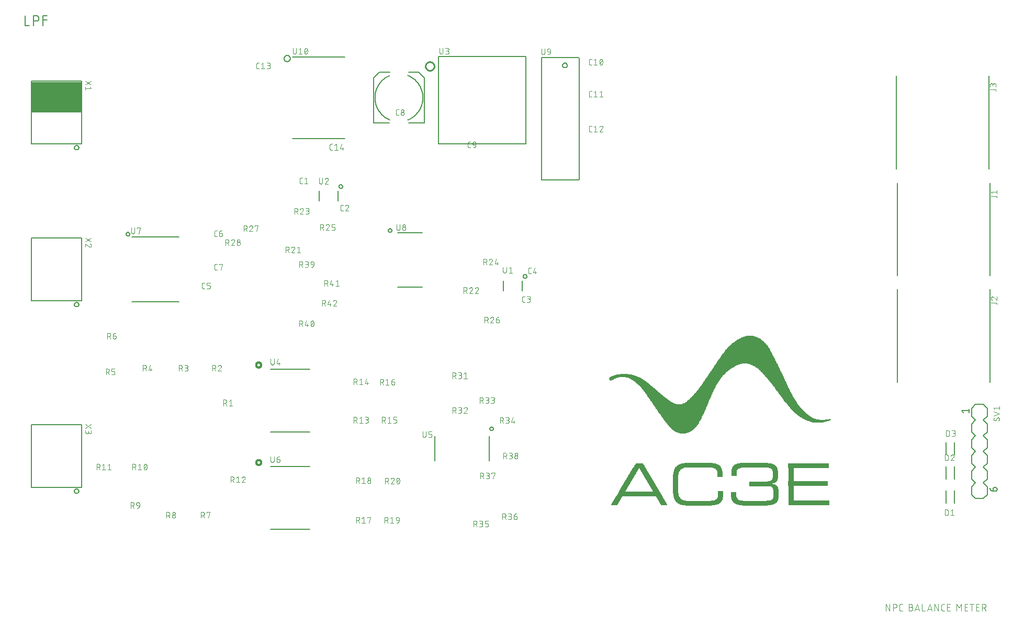
<source format=gto>
G04 EAGLE Gerber RS-274X export*
G75*
%MOMM*%
%FSLAX34Y34*%
%LPD*%
%INSilkscreen Top*%
%IPPOS*%
%AMOC8*
5,1,8,0,0,1.08239X$1,22.5*%
G01*
%ADD10R,4.270000X0.035000*%
%ADD11R,4.060000X0.035000*%
%ADD12R,4.970000X0.035000*%
%ADD13R,4.760000X0.035000*%
%ADD14R,0.980000X0.035000*%
%ADD15R,5.355000X0.035000*%
%ADD16R,5.180000X0.035000*%
%ADD17R,6.650000X0.035000*%
%ADD18R,5.635000X0.035000*%
%ADD19R,5.460000X0.035000*%
%ADD20R,5.880000X0.035000*%
%ADD21R,5.740000X0.035000*%
%ADD22R,6.055000X0.035000*%
%ADD23R,5.950000X0.035000*%
%ADD24R,6.230000X0.035000*%
%ADD25R,6.125000X0.035000*%
%ADD26R,6.370000X0.035000*%
%ADD27R,6.300000X0.035000*%
%ADD28R,6.510000X0.035000*%
%ADD29R,6.405000X0.035000*%
%ADD30R,6.615000X0.035000*%
%ADD31R,6.545000X0.035000*%
%ADD32R,6.755000X0.035000*%
%ADD33R,6.825000X0.035000*%
%ADD34R,6.930000X0.035000*%
%ADD35R,7.035000X0.035000*%
%ADD36R,6.895000X0.035000*%
%ADD37R,1.015000X0.035000*%
%ADD38R,7.105000X0.035000*%
%ADD39R,6.965000X0.035000*%
%ADD40R,7.175000X0.035000*%
%ADD41R,7.245000X0.035000*%
%ADD42R,7.280000X0.035000*%
%ADD43R,7.350000X0.035000*%
%ADD44R,7.210000X0.035000*%
%ADD45R,7.385000X0.035000*%
%ADD46R,1.680000X0.035000*%
%ADD47R,1.715000X0.035000*%
%ADD48R,1.750000X0.035000*%
%ADD49R,1.505000X0.035000*%
%ADD50R,1.470000X0.035000*%
%ADD51R,1.400000X0.035000*%
%ADD52R,1.295000X0.035000*%
%ADD53R,1.225000X0.035000*%
%ADD54R,0.875000X0.035000*%
%ADD55R,1.120000X0.035000*%
%ADD56R,1.155000X0.035000*%
%ADD57R,1.050000X0.035000*%
%ADD58R,1.085000X0.035000*%
%ADD59R,0.945000X0.035000*%
%ADD60R,0.910000X0.035000*%
%ADD61R,0.840000X0.035000*%
%ADD62R,0.805000X0.035000*%
%ADD63R,7.140000X0.035000*%
%ADD64R,7.070000X0.035000*%
%ADD65R,7.000000X0.035000*%
%ADD66R,6.860000X0.035000*%
%ADD67R,6.790000X0.035000*%
%ADD68R,6.720000X0.035000*%
%ADD69R,6.580000X0.035000*%
%ADD70R,1.260000X0.035000*%
%ADD71R,4.445000X0.035000*%
%ADD72R,4.410000X0.035000*%
%ADD73R,4.375000X0.035000*%
%ADD74R,4.305000X0.035000*%
%ADD75R,4.200000X0.035000*%
%ADD76R,4.095000X0.035000*%
%ADD77R,3.990000X0.035000*%
%ADD78R,3.815000X0.035000*%
%ADD79R,3.605000X0.035000*%
%ADD80R,3.640000X0.035000*%
%ADD81R,3.780000X0.035000*%
%ADD82R,3.920000X0.035000*%
%ADD83R,4.025000X0.035000*%
%ADD84R,4.165000X0.035000*%
%ADD85R,4.235000X0.035000*%
%ADD86R,4.340000X0.035000*%
%ADD87R,1.435000X0.035000*%
%ADD88R,1.190000X0.035000*%
%ADD89R,0.770000X0.035000*%
%ADD90R,1.330000X0.035000*%
%ADD91R,1.925000X0.035000*%
%ADD92R,1.890000X0.035000*%
%ADD93R,1.610000X0.035000*%
%ADD94R,1.855000X0.035000*%
%ADD95R,1.820000X0.035000*%
%ADD96R,1.645000X0.035000*%
%ADD97R,1.540000X0.035000*%
%ADD98R,6.475000X0.035000*%
%ADD99R,6.265000X0.035000*%
%ADD100R,6.160000X0.035000*%
%ADD101R,5.985000X0.035000*%
%ADD102R,5.810000X0.035000*%
%ADD103R,5.600000X0.035000*%
%ADD104R,5.320000X0.035000*%
%ADD105R,5.040000X0.035000*%
%ADD106R,4.550000X0.035000*%
%ADD107R,4.585000X0.035000*%
%ADD108R,0.665000X0.035000*%
%ADD109R,1.575000X0.035000*%
%ADD110R,1.785000X0.035000*%
%ADD111R,2.065000X0.035000*%
%ADD112R,2.205000X0.035000*%
%ADD113R,2.345000X0.035000*%
%ADD114R,2.485000X0.035000*%
%ADD115R,2.590000X0.035000*%
%ADD116R,2.730000X0.035000*%
%ADD117R,2.835000X0.035000*%
%ADD118R,2.940000X0.035000*%
%ADD119R,3.010000X0.035000*%
%ADD120R,3.150000X0.035000*%
%ADD121R,3.220000X0.035000*%
%ADD122R,3.290000X0.035000*%
%ADD123R,3.360000X0.035000*%
%ADD124R,3.465000X0.035000*%
%ADD125R,3.535000X0.035000*%
%ADD126R,3.675000X0.035000*%
%ADD127R,3.745000X0.035000*%
%ADD128R,3.885000X0.035000*%
%ADD129R,3.955000X0.035000*%
%ADD130R,4.515000X0.035000*%
%ADD131R,4.655000X0.035000*%
%ADD132R,4.725000X0.035000*%
%ADD133R,4.830000X0.035000*%
%ADD134R,4.900000X0.035000*%
%ADD135R,4.935000X0.035000*%
%ADD136R,5.075000X0.035000*%
%ADD137R,5.145000X0.035000*%
%ADD138R,5.215000X0.035000*%
%ADD139R,5.250000X0.035000*%
%ADD140R,5.425000X0.035000*%
%ADD141R,2.135000X0.035000*%
%ADD142R,5.495000X0.035000*%
%ADD143R,2.450000X0.035000*%
%ADD144R,5.530000X0.035000*%
%ADD145R,2.695000X0.035000*%
%ADD146R,5.670000X0.035000*%
%ADD147R,3.570000X0.035000*%
%ADD148R,5.775000X0.035000*%
%ADD149R,5.845000X0.035000*%
%ADD150R,2.275000X0.035000*%
%ADD151R,5.915000X0.035000*%
%ADD152R,2.100000X0.035000*%
%ADD153R,0.630000X0.035000*%
%ADD154R,1.995000X0.035000*%
%ADD155R,0.385000X0.035000*%
%ADD156R,6.020000X0.035000*%
%ADD157R,0.175000X0.035000*%
%ADD158R,6.090000X0.035000*%
%ADD159R,6.195000X0.035000*%
%ADD160R,6.335000X0.035000*%
%ADD161R,6.440000X0.035000*%
%ADD162R,6.685000X0.035000*%
%ADD163R,7.315000X0.035000*%
%ADD164R,7.420000X0.035000*%
%ADD165R,7.455000X0.035000*%
%ADD166R,7.490000X0.035000*%
%ADD167R,7.560000X0.035000*%
%ADD168R,7.595000X0.035000*%
%ADD169R,7.665000X0.035000*%
%ADD170R,7.700000X0.035000*%
%ADD171R,7.735000X0.035000*%
%ADD172R,7.770000X0.035000*%
%ADD173R,7.840000X0.035000*%
%ADD174R,7.910000X0.035000*%
%ADD175R,7.945000X0.035000*%
%ADD176R,8.015000X0.035000*%
%ADD177R,8.050000X0.035000*%
%ADD178R,8.085000X0.035000*%
%ADD179R,8.120000X0.035000*%
%ADD180R,8.190000X0.035000*%
%ADD181R,8.260000X0.035000*%
%ADD182R,8.295000X0.035000*%
%ADD183R,8.365000X0.035000*%
%ADD184R,8.400000X0.035000*%
%ADD185R,8.470000X0.035000*%
%ADD186R,8.540000X0.035000*%
%ADD187R,8.575000X0.035000*%
%ADD188R,8.645000X0.035000*%
%ADD189R,8.680000X0.035000*%
%ADD190R,8.715000X0.035000*%
%ADD191R,8.750000X0.035000*%
%ADD192R,4.130000X0.035000*%
%ADD193R,3.430000X0.035000*%
%ADD194R,3.395000X0.035000*%
%ADD195R,3.850000X0.035000*%
%ADD196R,3.255000X0.035000*%
%ADD197R,3.710000X0.035000*%
%ADD198R,3.185000X0.035000*%
%ADD199R,3.115000X0.035000*%
%ADD200R,3.045000X0.035000*%
%ADD201R,3.500000X0.035000*%
%ADD202R,2.975000X0.035000*%
%ADD203R,2.905000X0.035000*%
%ADD204R,2.870000X0.035000*%
%ADD205R,2.800000X0.035000*%
%ADD206R,2.765000X0.035000*%
%ADD207R,2.625000X0.035000*%
%ADD208R,3.080000X0.035000*%
%ADD209R,2.555000X0.035000*%
%ADD210R,2.520000X0.035000*%
%ADD211R,1.960000X0.035000*%
%ADD212R,2.380000X0.035000*%
%ADD213R,2.030000X0.035000*%
%ADD214R,2.310000X0.035000*%
%ADD215R,2.240000X0.035000*%
%ADD216R,2.660000X0.035000*%
%ADD217R,2.170000X0.035000*%
%ADD218R,2.415000X0.035000*%
%ADD219R,0.105000X0.035000*%
%ADD220R,0.210000X0.035000*%
%ADD221R,0.315000X0.035000*%
%ADD222R,0.420000X0.035000*%
%ADD223R,0.490000X0.035000*%
%ADD224R,0.560000X0.035000*%
%ADD225R,0.700000X0.035000*%
%ADD226R,1.365000X0.035000*%
%ADD227R,3.325000X0.035000*%
%ADD228R,4.620000X0.035000*%
%ADD229R,9.730000X0.035000*%
%ADD230R,9.695000X0.035000*%
%ADD231R,9.660000X0.035000*%
%ADD232R,9.590000X0.035000*%
%ADD233R,9.520000X0.035000*%
%ADD234R,9.485000X0.035000*%
%ADD235R,9.450000X0.035000*%
%ADD236R,9.415000X0.035000*%
%ADD237R,9.345000X0.035000*%
%ADD238R,9.275000X0.035000*%
%ADD239R,9.240000X0.035000*%
%ADD240R,9.205000X0.035000*%
%ADD241R,9.170000X0.035000*%
%ADD242R,9.100000X0.035000*%
%ADD243R,9.065000X0.035000*%
%ADD244R,9.030000X0.035000*%
%ADD245R,8.995000X0.035000*%
%ADD246R,8.925000X0.035000*%
%ADD247R,8.855000X0.035000*%
%ADD248R,8.820000X0.035000*%
%ADD249R,8.785000X0.035000*%
%ADD250R,8.610000X0.035000*%
%ADD251R,8.505000X0.035000*%
%ADD252R,8.435000X0.035000*%
%ADD253R,8.330000X0.035000*%
%ADD254R,8.155000X0.035000*%
%ADD255R,7.980000X0.035000*%
%ADD256R,7.525000X0.035000*%
%ADD257R,5.705000X0.035000*%
%ADD258R,5.565000X0.035000*%
%ADD259R,5.390000X0.035000*%
%ADD260R,5.285000X0.035000*%
%ADD261C,0.101600*%
%ADD262R,8.000000X5.000000*%
%ADD263C,0.152400*%
%ADD264C,0.076200*%
%ADD265C,0.203200*%
%ADD266C,0.127000*%
%ADD267C,0.250000*%
%ADD268C,0.300000*%


D10*
X1103025Y195650D03*
D11*
X1194025Y195650D03*
D12*
X1103025Y196000D03*
D13*
X1194025Y196000D03*
D14*
X966175Y196350D03*
X1047375Y196350D03*
D15*
X1103200Y196350D03*
D16*
X1194025Y196350D03*
D17*
X1281175Y196350D03*
D14*
X966525Y196700D03*
X1047025Y196700D03*
D18*
X1103200Y196700D03*
D19*
X1194025Y196700D03*
D17*
X1281175Y196700D03*
D14*
X966875Y197050D03*
X1047025Y197050D03*
D20*
X1103375Y197050D03*
D21*
X1194025Y197050D03*
D17*
X1281175Y197050D03*
D14*
X966875Y197400D03*
X1046675Y197400D03*
D22*
X1103200Y197400D03*
D23*
X1194025Y197400D03*
D17*
X1281175Y197400D03*
D14*
X967225Y197750D03*
X1046325Y197750D03*
D24*
X1103375Y197750D03*
D25*
X1194200Y197750D03*
D17*
X1281175Y197750D03*
D14*
X967225Y198100D03*
X1046325Y198100D03*
D26*
X1103375Y198100D03*
D27*
X1194025Y198100D03*
D17*
X1281175Y198100D03*
D14*
X967575Y198450D03*
X1045975Y198450D03*
D28*
X1103375Y198450D03*
D29*
X1194200Y198450D03*
D17*
X1281175Y198450D03*
D14*
X967925Y198800D03*
X1045975Y198800D03*
D30*
X1103200Y198800D03*
D31*
X1194200Y198800D03*
D17*
X1281175Y198800D03*
D14*
X967925Y199150D03*
X1045625Y199150D03*
D32*
X1103200Y199150D03*
D17*
X1194025Y199150D03*
X1281175Y199150D03*
D14*
X968275Y199500D03*
X1045275Y199500D03*
D33*
X1103200Y199500D03*
D32*
X1194200Y199500D03*
D17*
X1281175Y199500D03*
D14*
X968275Y199850D03*
X1045275Y199850D03*
D34*
X1103375Y199850D03*
D33*
X1194200Y199850D03*
D17*
X1281175Y199850D03*
D14*
X968625Y200200D03*
X1044925Y200200D03*
D35*
X1103200Y200200D03*
D36*
X1194200Y200200D03*
D17*
X1281175Y200200D03*
D37*
X968800Y200550D03*
D14*
X1044925Y200550D03*
D38*
X1103200Y200550D03*
D39*
X1194200Y200550D03*
D17*
X1281175Y200550D03*
D14*
X968975Y200900D03*
X1044575Y200900D03*
D40*
X1103200Y200900D03*
D35*
X1194200Y200900D03*
D17*
X1281175Y200900D03*
D14*
X969325Y201250D03*
X1044575Y201250D03*
D41*
X1103200Y201250D03*
D38*
X1194200Y201250D03*
D17*
X1281175Y201250D03*
D14*
X969325Y201600D03*
X1044225Y201600D03*
D42*
X1103025Y201600D03*
D40*
X1194200Y201600D03*
D17*
X1281175Y201600D03*
D14*
X969675Y201950D03*
X1043875Y201950D03*
D43*
X1103025Y201950D03*
D44*
X1194025Y201950D03*
D17*
X1281175Y201950D03*
D14*
X969675Y202300D03*
X1043875Y202300D03*
D45*
X1103200Y202300D03*
D41*
X1194200Y202300D03*
D17*
X1281175Y202300D03*
D14*
X970025Y202650D03*
X1043525Y202650D03*
D46*
X1074325Y202650D03*
D47*
X1131550Y202650D03*
X1166200Y202650D03*
D48*
X1221675Y202650D03*
D17*
X1281175Y202650D03*
D14*
X970375Y203000D03*
X1043525Y203000D03*
D49*
X1073100Y203000D03*
D50*
X1133125Y203000D03*
X1164625Y203000D03*
D51*
X1223775Y203000D03*
D17*
X1281175Y203000D03*
D14*
X970375Y203350D03*
X1043175Y203350D03*
D51*
X1072225Y203350D03*
D52*
X1134000Y203350D03*
X1163750Y203350D03*
D53*
X1224650Y203350D03*
D54*
X1252300Y203350D03*
D14*
X970725Y203700D03*
X1042825Y203700D03*
D52*
X1071700Y203700D03*
D53*
X1134700Y203700D03*
X1163050Y203700D03*
D55*
X1225525Y203700D03*
D54*
X1252300Y203700D03*
D14*
X970725Y204050D03*
X1042825Y204050D03*
D53*
X1071000Y204050D03*
D56*
X1135050Y204050D03*
X1162700Y204050D03*
D57*
X1225875Y204050D03*
D54*
X1252300Y204050D03*
D14*
X971075Y204400D03*
X1042475Y204400D03*
D56*
X1070650Y204400D03*
D55*
X1135575Y204400D03*
D58*
X1162350Y204400D03*
D57*
X1226225Y204400D03*
D54*
X1252300Y204400D03*
D14*
X971425Y204750D03*
X1042475Y204750D03*
D55*
X1070125Y204750D03*
D57*
X1135925Y204750D03*
X1161825Y204750D03*
D14*
X1226575Y204750D03*
D54*
X1252300Y204750D03*
D14*
X971425Y205100D03*
X1042125Y205100D03*
D55*
X1069775Y205100D03*
D57*
X1136275Y205100D03*
D37*
X1161650Y205100D03*
D59*
X1226750Y205100D03*
D54*
X1252300Y205100D03*
D14*
X971775Y205450D03*
D59*
X1041950Y205450D03*
D57*
X1069425Y205450D03*
D14*
X1136625Y205450D03*
D37*
X1161300Y205450D03*
D59*
X1227100Y205450D03*
D54*
X1252300Y205450D03*
D14*
X971775Y205800D03*
X1041775Y205800D03*
D57*
X1069075Y205800D03*
D59*
X1136800Y205800D03*
D14*
X1161125Y205800D03*
D60*
X1227275Y205800D03*
D54*
X1252300Y205800D03*
D14*
X972125Y206150D03*
X1041425Y206150D03*
D37*
X1068900Y206150D03*
D59*
X1137150Y206150D03*
X1160950Y206150D03*
D60*
X1227275Y206150D03*
D54*
X1252300Y206150D03*
D14*
X972475Y206500D03*
X1041425Y206500D03*
X1068725Y206500D03*
D59*
X1137150Y206500D03*
D60*
X1160775Y206500D03*
D54*
X1227450Y206500D03*
X1252300Y206500D03*
D14*
X972475Y206850D03*
X1041075Y206850D03*
X1068375Y206850D03*
D60*
X1137325Y206850D03*
D59*
X1160600Y206850D03*
D54*
X1227450Y206850D03*
X1252300Y206850D03*
D14*
X972825Y207200D03*
D59*
X1040900Y207200D03*
X1068200Y207200D03*
D54*
X1137500Y207200D03*
D60*
X1160425Y207200D03*
D54*
X1227800Y207200D03*
X1252300Y207200D03*
D14*
X972825Y207550D03*
X1040725Y207550D03*
X1068025Y207550D03*
D60*
X1137675Y207550D03*
X1160425Y207550D03*
D54*
X1227800Y207550D03*
X1252300Y207550D03*
D14*
X973175Y207900D03*
X1040375Y207900D03*
D59*
X1067850Y207900D03*
D54*
X1137850Y207900D03*
X1160250Y207900D03*
X1227800Y207900D03*
X1252300Y207900D03*
D59*
X973350Y208250D03*
D14*
X1040375Y208250D03*
D60*
X1067675Y208250D03*
D54*
X1137850Y208250D03*
X1160250Y208250D03*
D61*
X1227975Y208250D03*
D54*
X1252300Y208250D03*
D14*
X973525Y208600D03*
X1040025Y208600D03*
D59*
X1067500Y208600D03*
D61*
X1138025Y208600D03*
D54*
X1160250Y208600D03*
D61*
X1227975Y208600D03*
D54*
X1252300Y208600D03*
D14*
X973875Y208950D03*
D59*
X1039850Y208950D03*
D60*
X1067325Y208950D03*
D61*
X1138025Y208950D03*
D54*
X1159900Y208950D03*
D61*
X1227975Y208950D03*
D54*
X1252300Y208950D03*
D14*
X973875Y209300D03*
X1039675Y209300D03*
D60*
X1067325Y209300D03*
D61*
X1138025Y209300D03*
D54*
X1159900Y209300D03*
D61*
X1227975Y209300D03*
D54*
X1252300Y209300D03*
D14*
X974225Y209650D03*
X1039325Y209650D03*
D54*
X1067150Y209650D03*
D61*
X1138025Y209650D03*
D54*
X1159900Y209650D03*
D61*
X1227975Y209650D03*
D54*
X1252300Y209650D03*
D59*
X974400Y210000D03*
D14*
X1039325Y210000D03*
D60*
X1066975Y210000D03*
D61*
X1138375Y210000D03*
D54*
X1159900Y210000D03*
D62*
X1228150Y210000D03*
D54*
X1252300Y210000D03*
D14*
X974575Y210350D03*
X1038975Y210350D03*
D54*
X1066800Y210350D03*
D61*
X1138375Y210350D03*
X1159725Y210350D03*
D62*
X1228150Y210350D03*
D54*
X1252300Y210350D03*
D43*
X1006775Y210700D03*
D54*
X1066800Y210700D03*
D61*
X1138375Y210700D03*
X1159725Y210700D03*
D62*
X1228150Y210700D03*
D54*
X1252300Y210700D03*
D43*
X1006775Y211050D03*
D54*
X1066800Y211050D03*
D61*
X1138375Y211050D03*
X1159725Y211050D03*
X1228325Y211050D03*
D54*
X1252300Y211050D03*
D42*
X1006775Y211400D03*
D61*
X1066625Y211400D03*
X1138375Y211400D03*
X1159725Y211400D03*
X1228325Y211400D03*
D54*
X1252300Y211400D03*
D42*
X1006775Y211750D03*
D54*
X1066450Y211750D03*
D62*
X1138550Y211750D03*
D61*
X1159725Y211750D03*
X1228325Y211750D03*
D54*
X1252300Y211750D03*
D44*
X1006775Y212100D03*
D54*
X1066450Y212100D03*
D62*
X1138550Y212100D03*
D61*
X1159725Y212100D03*
X1228325Y212100D03*
D54*
X1252300Y212100D03*
D63*
X1006775Y212450D03*
D54*
X1066450Y212450D03*
D62*
X1138550Y212450D03*
D61*
X1159725Y212450D03*
X1228325Y212450D03*
D54*
X1252300Y212450D03*
D63*
X1006775Y212800D03*
D61*
X1066275Y212800D03*
D62*
X1138550Y212800D03*
D61*
X1159725Y212800D03*
X1228325Y212800D03*
D54*
X1252300Y212800D03*
D64*
X1006775Y213150D03*
D61*
X1066275Y213150D03*
D62*
X1138550Y213150D03*
D61*
X1159725Y213150D03*
X1228325Y213150D03*
D54*
X1252300Y213150D03*
D64*
X1006775Y213500D03*
D61*
X1066275Y213500D03*
D62*
X1138550Y213500D03*
X1159550Y213500D03*
D61*
X1228325Y213500D03*
D54*
X1252300Y213500D03*
D65*
X1006775Y213850D03*
D54*
X1066100Y213850D03*
D62*
X1138550Y213850D03*
X1159550Y213850D03*
D61*
X1228325Y213850D03*
D54*
X1252300Y213850D03*
D39*
X1006950Y214200D03*
D54*
X1066100Y214200D03*
D62*
X1138550Y214200D03*
X1159550Y214200D03*
D61*
X1228325Y214200D03*
D54*
X1252300Y214200D03*
D34*
X1006775Y214550D03*
D54*
X1066100Y214550D03*
D62*
X1138550Y214550D03*
X1159550Y214550D03*
D61*
X1228325Y214550D03*
D54*
X1252300Y214550D03*
D66*
X1006775Y214900D03*
D61*
X1065925Y214900D03*
D62*
X1138550Y214900D03*
X1159550Y214900D03*
D61*
X1228325Y214900D03*
D54*
X1252300Y214900D03*
D66*
X1006775Y215250D03*
D61*
X1065925Y215250D03*
D62*
X1138550Y215250D03*
X1159550Y215250D03*
D61*
X1228325Y215250D03*
D54*
X1252300Y215250D03*
D67*
X1006775Y215600D03*
D61*
X1065925Y215600D03*
D62*
X1138550Y215600D03*
X1159550Y215600D03*
D61*
X1228325Y215600D03*
D54*
X1252300Y215600D03*
D32*
X1006950Y215950D03*
D61*
X1065925Y215950D03*
D62*
X1138550Y215950D03*
X1159550Y215950D03*
D61*
X1228325Y215950D03*
D54*
X1252300Y215950D03*
D68*
X1006775Y216300D03*
D61*
X1065925Y216300D03*
D62*
X1138550Y216300D03*
X1159550Y216300D03*
D61*
X1228325Y216300D03*
D54*
X1252300Y216300D03*
D17*
X1006775Y216650D03*
D61*
X1065925Y216650D03*
D62*
X1138550Y216650D03*
X1159550Y216650D03*
D61*
X1228325Y216650D03*
D54*
X1252300Y216650D03*
D17*
X1006775Y217000D03*
D61*
X1065925Y217000D03*
D62*
X1138550Y217000D03*
D61*
X1228325Y217000D03*
D54*
X1252300Y217000D03*
D69*
X1006775Y217350D03*
D61*
X1065925Y217350D03*
D62*
X1138550Y217350D03*
D61*
X1228325Y217350D03*
D54*
X1252300Y217350D03*
D14*
X979125Y217700D03*
D37*
X1034600Y217700D03*
D61*
X1065925Y217700D03*
D62*
X1138550Y217700D03*
D61*
X1228325Y217700D03*
D54*
X1252300Y217700D03*
D14*
X979125Y218050D03*
X1034425Y218050D03*
D61*
X1065925Y218050D03*
D62*
X1138550Y218050D03*
X1228150Y218050D03*
D54*
X1252300Y218050D03*
D59*
X979300Y218400D03*
X1034250Y218400D03*
D54*
X1065750Y218400D03*
D62*
X1138550Y218400D03*
X1228150Y218400D03*
D54*
X1252300Y218400D03*
D14*
X979475Y218750D03*
X1034075Y218750D03*
D54*
X1065750Y218750D03*
D62*
X1228150Y218750D03*
D54*
X1252300Y218750D03*
D14*
X979825Y219100D03*
D59*
X1033900Y219100D03*
D54*
X1065750Y219100D03*
D62*
X1228150Y219100D03*
D54*
X1252300Y219100D03*
D59*
X980000Y219450D03*
D14*
X1033725Y219450D03*
D54*
X1065750Y219450D03*
D62*
X1228150Y219450D03*
D54*
X1252300Y219450D03*
D14*
X980175Y219800D03*
X1033375Y219800D03*
D54*
X1065750Y219800D03*
D61*
X1227975Y219800D03*
D54*
X1252300Y219800D03*
D59*
X980350Y220150D03*
X1033200Y220150D03*
D54*
X1065750Y220150D03*
D61*
X1227975Y220150D03*
D54*
X1252300Y220150D03*
D14*
X980525Y220500D03*
X1033025Y220500D03*
D54*
X1065750Y220500D03*
D61*
X1227975Y220500D03*
D54*
X1252300Y220500D03*
D14*
X980875Y220850D03*
D59*
X1032850Y220850D03*
D54*
X1065750Y220850D03*
D61*
X1227975Y220850D03*
D54*
X1252300Y220850D03*
D59*
X981050Y221200D03*
D14*
X1032675Y221200D03*
D54*
X1065750Y221200D03*
D62*
X1227800Y221200D03*
D54*
X1252300Y221200D03*
D14*
X981225Y221550D03*
X1032325Y221550D03*
D54*
X1065750Y221550D03*
D62*
X1227800Y221550D03*
D54*
X1252300Y221550D03*
D59*
X981400Y221900D03*
X1032150Y221900D03*
D54*
X1065750Y221900D03*
D61*
X1227625Y221900D03*
D54*
X1252300Y221900D03*
D14*
X981575Y222250D03*
X1031975Y222250D03*
D54*
X1065750Y222250D03*
D61*
X1227625Y222250D03*
D54*
X1252300Y222250D03*
D14*
X981925Y222600D03*
D59*
X1031800Y222600D03*
D54*
X1065750Y222600D03*
D61*
X1227625Y222600D03*
D54*
X1252300Y222600D03*
D59*
X982100Y222950D03*
D14*
X1031625Y222950D03*
D54*
X1065750Y222950D03*
D61*
X1227275Y222950D03*
D54*
X1252300Y222950D03*
D14*
X982275Y223300D03*
X1031275Y223300D03*
D54*
X1065750Y223300D03*
D61*
X1227275Y223300D03*
D54*
X1252300Y223300D03*
D59*
X982450Y223650D03*
D14*
X1031275Y223650D03*
D54*
X1065750Y223650D03*
X1227100Y223650D03*
X1252300Y223650D03*
D14*
X982625Y224000D03*
X1030925Y224000D03*
D54*
X1065750Y224000D03*
X1227100Y224000D03*
X1252300Y224000D03*
D14*
X982975Y224350D03*
D59*
X1030750Y224350D03*
D54*
X1065750Y224350D03*
X1226750Y224350D03*
X1252300Y224350D03*
D14*
X982975Y224700D03*
X1030575Y224700D03*
D54*
X1065750Y224700D03*
D60*
X1226575Y224700D03*
D54*
X1252300Y224700D03*
D14*
X983325Y225050D03*
X1030225Y225050D03*
D54*
X1065750Y225050D03*
D60*
X1226225Y225050D03*
D54*
X1252300Y225050D03*
D59*
X983500Y225400D03*
D14*
X1030225Y225400D03*
D54*
X1065750Y225400D03*
D59*
X1226050Y225400D03*
D54*
X1252300Y225400D03*
D14*
X983675Y225750D03*
X1029875Y225750D03*
D54*
X1065750Y225750D03*
D59*
X1225700Y225750D03*
D54*
X1252300Y225750D03*
D59*
X983850Y226100D03*
X1029700Y226100D03*
D54*
X1065750Y226100D03*
D37*
X1225350Y226100D03*
D54*
X1252300Y226100D03*
D14*
X984025Y226450D03*
X1029525Y226450D03*
D54*
X1065750Y226450D03*
D58*
X1224650Y226450D03*
D54*
X1252300Y226450D03*
D14*
X984375Y226800D03*
D59*
X1029350Y226800D03*
D54*
X1065750Y226800D03*
D70*
X1223425Y226800D03*
D54*
X1252300Y226800D03*
D59*
X984550Y227150D03*
D14*
X1029175Y227150D03*
D54*
X1065750Y227150D03*
D71*
X1207150Y227150D03*
D54*
X1252300Y227150D03*
D14*
X984725Y227500D03*
X1028825Y227500D03*
D54*
X1065750Y227500D03*
D72*
X1206975Y227500D03*
D26*
X1279775Y227500D03*
D59*
X984900Y227850D03*
X1028650Y227850D03*
D54*
X1065750Y227850D03*
D73*
X1206800Y227850D03*
D26*
X1279775Y227850D03*
D14*
X985075Y228200D03*
X1028475Y228200D03*
D54*
X1065750Y228200D03*
D74*
X1206450Y228200D03*
D26*
X1279775Y228200D03*
D14*
X985425Y228550D03*
D59*
X1028300Y228550D03*
D54*
X1065750Y228550D03*
D10*
X1206275Y228550D03*
D26*
X1279775Y228550D03*
D59*
X985600Y228900D03*
D14*
X1028125Y228900D03*
D54*
X1065750Y228900D03*
D75*
X1205925Y228900D03*
D26*
X1279775Y228900D03*
D14*
X985775Y229250D03*
X1027775Y229250D03*
D54*
X1065750Y229250D03*
D76*
X1205400Y229250D03*
D26*
X1279775Y229250D03*
D59*
X985950Y229600D03*
X1027600Y229600D03*
D54*
X1065750Y229600D03*
D77*
X1204875Y229600D03*
D26*
X1279775Y229600D03*
D14*
X986125Y229950D03*
X1027425Y229950D03*
D54*
X1065750Y229950D03*
D78*
X1204000Y229950D03*
D26*
X1279775Y229950D03*
D14*
X986475Y230300D03*
D59*
X1027250Y230300D03*
D54*
X1065750Y230300D03*
D79*
X1202950Y230300D03*
D26*
X1279775Y230300D03*
D59*
X986650Y230650D03*
D14*
X1027075Y230650D03*
D54*
X1065750Y230650D03*
D79*
X1202950Y230650D03*
D26*
X1279775Y230650D03*
D14*
X986825Y231000D03*
X1026725Y231000D03*
D54*
X1065750Y231000D03*
D80*
X1203125Y231000D03*
D26*
X1279775Y231000D03*
D59*
X987000Y231350D03*
X1026550Y231350D03*
D54*
X1065750Y231350D03*
D81*
X1203825Y231350D03*
D26*
X1279775Y231350D03*
D14*
X987175Y231700D03*
X1026375Y231700D03*
D54*
X1065750Y231700D03*
D82*
X1204525Y231700D03*
D26*
X1279775Y231700D03*
D14*
X987525Y232050D03*
D59*
X1026200Y232050D03*
D54*
X1065750Y232050D03*
D83*
X1205050Y232050D03*
D26*
X1279775Y232050D03*
D59*
X987700Y232400D03*
D14*
X1026025Y232400D03*
D54*
X1065750Y232400D03*
D76*
X1205400Y232400D03*
D26*
X1279775Y232400D03*
D14*
X987875Y232750D03*
X1025675Y232750D03*
D54*
X1065750Y232750D03*
D84*
X1205750Y232750D03*
D26*
X1279775Y232750D03*
D59*
X988050Y233100D03*
X1025500Y233100D03*
D54*
X1065750Y233100D03*
D85*
X1206100Y233100D03*
D26*
X1279775Y233100D03*
D14*
X988225Y233450D03*
X1025325Y233450D03*
D54*
X1065750Y233450D03*
D74*
X1206450Y233450D03*
D26*
X1279775Y233450D03*
D59*
X988400Y233800D03*
X1025150Y233800D03*
D54*
X1065750Y233800D03*
D86*
X1206625Y233800D03*
D26*
X1279775Y233800D03*
D59*
X988750Y234150D03*
D14*
X1024975Y234150D03*
D54*
X1065750Y234150D03*
D87*
X1221500Y234150D03*
D26*
X1279775Y234150D03*
D14*
X988925Y234500D03*
X1024625Y234500D03*
D54*
X1065750Y234500D03*
D88*
X1223075Y234500D03*
D54*
X1252300Y234500D03*
D59*
X989100Y234850D03*
D14*
X1024625Y234850D03*
D54*
X1065750Y234850D03*
D58*
X1223950Y234850D03*
D54*
X1252300Y234850D03*
D14*
X989275Y235200D03*
X1024275Y235200D03*
D54*
X1065750Y235200D03*
D37*
X1224300Y235200D03*
D54*
X1252300Y235200D03*
D59*
X989450Y235550D03*
X1024100Y235550D03*
D54*
X1065750Y235550D03*
D14*
X1224825Y235550D03*
D54*
X1252300Y235550D03*
D14*
X989625Y235900D03*
X1023925Y235900D03*
D54*
X1065750Y235900D03*
D59*
X1225350Y235900D03*
D54*
X1252300Y235900D03*
D14*
X989975Y236250D03*
D59*
X1023750Y236250D03*
D54*
X1065750Y236250D03*
D60*
X1225525Y236250D03*
D54*
X1252300Y236250D03*
D59*
X990150Y236600D03*
D14*
X1023575Y236600D03*
D54*
X1065750Y236600D03*
X1225700Y236600D03*
X1252300Y236600D03*
D14*
X990325Y236950D03*
X1023225Y236950D03*
D54*
X1065750Y236950D03*
X1226050Y236950D03*
X1252300Y236950D03*
D59*
X990500Y237300D03*
X1023050Y237300D03*
D54*
X1065750Y237300D03*
D61*
X1226225Y237300D03*
D54*
X1252300Y237300D03*
D14*
X990675Y237650D03*
X1022875Y237650D03*
D54*
X1065750Y237650D03*
D61*
X1226225Y237650D03*
D54*
X1252300Y237650D03*
D14*
X991025Y238000D03*
D59*
X1022700Y238000D03*
D54*
X1065750Y238000D03*
D61*
X1226575Y238000D03*
D54*
X1252300Y238000D03*
D59*
X991200Y238350D03*
D14*
X1022525Y238350D03*
D54*
X1065750Y238350D03*
D61*
X1226575Y238350D03*
D54*
X1252300Y238350D03*
D14*
X991375Y238700D03*
X1022175Y238700D03*
D54*
X1065750Y238700D03*
D61*
X1226575Y238700D03*
D54*
X1252300Y238700D03*
D59*
X991550Y239050D03*
X1022000Y239050D03*
D54*
X1065750Y239050D03*
D62*
X1226750Y239050D03*
D54*
X1252300Y239050D03*
D14*
X991725Y239400D03*
X1021825Y239400D03*
D54*
X1065750Y239400D03*
D62*
X1226750Y239400D03*
D54*
X1252300Y239400D03*
D14*
X992075Y239750D03*
D59*
X1021650Y239750D03*
D54*
X1065750Y239750D03*
D61*
X1226925Y239750D03*
D54*
X1252300Y239750D03*
D59*
X992250Y240100D03*
D14*
X1021475Y240100D03*
D54*
X1065750Y240100D03*
D61*
X1226925Y240100D03*
D54*
X1252300Y240100D03*
D14*
X992425Y240450D03*
X1021125Y240450D03*
D54*
X1065750Y240450D03*
D61*
X1226925Y240450D03*
D54*
X1252300Y240450D03*
D59*
X992600Y240800D03*
X1020950Y240800D03*
D54*
X1065750Y240800D03*
D62*
X1227100Y240800D03*
D54*
X1252300Y240800D03*
D14*
X992775Y241150D03*
X1020775Y241150D03*
D54*
X1065750Y241150D03*
D62*
X1227100Y241150D03*
D54*
X1252300Y241150D03*
D59*
X992950Y241500D03*
X1020600Y241500D03*
D54*
X1065750Y241500D03*
D62*
X1227100Y241500D03*
D54*
X1252300Y241500D03*
D59*
X993300Y241850D03*
D14*
X1020425Y241850D03*
D61*
X1065925Y241850D03*
D62*
X1227100Y241850D03*
D54*
X1252300Y241850D03*
D14*
X993475Y242200D03*
X1020075Y242200D03*
D61*
X1065925Y242200D03*
D89*
X1137675Y242200D03*
D62*
X1227100Y242200D03*
D54*
X1252300Y242200D03*
D59*
X993650Y242550D03*
X1019900Y242550D03*
D61*
X1065925Y242550D03*
D89*
X1137675Y242550D03*
D62*
X1227100Y242550D03*
D54*
X1252300Y242550D03*
D14*
X993825Y242900D03*
X1019725Y242900D03*
D61*
X1065925Y242900D03*
D89*
X1137675Y242900D03*
D62*
X1227100Y242900D03*
D54*
X1252300Y242900D03*
D59*
X994000Y243250D03*
X1019550Y243250D03*
D61*
X1065925Y243250D03*
D89*
X1137675Y243250D03*
D62*
X1227100Y243250D03*
D54*
X1252300Y243250D03*
D59*
X994350Y243600D03*
D14*
X1019375Y243600D03*
D61*
X1065925Y243600D03*
D89*
X1137675Y243600D03*
D62*
X1227100Y243600D03*
D54*
X1252300Y243600D03*
D14*
X994525Y243950D03*
D59*
X1019200Y243950D03*
D61*
X1065925Y243950D03*
D89*
X1137675Y243950D03*
D61*
X1160075Y243950D03*
D62*
X1227100Y243950D03*
D54*
X1252300Y243950D03*
D59*
X994700Y244300D03*
X1018850Y244300D03*
D61*
X1065925Y244300D03*
D89*
X1137675Y244300D03*
D61*
X1160075Y244300D03*
D62*
X1227100Y244300D03*
D54*
X1252300Y244300D03*
D14*
X994875Y244650D03*
X1018675Y244650D03*
D61*
X1065925Y244650D03*
D89*
X1137675Y244650D03*
D61*
X1160075Y244650D03*
D62*
X1227100Y244650D03*
D54*
X1252300Y244650D03*
D59*
X995050Y245000D03*
X1018500Y245000D03*
D61*
X1065925Y245000D03*
D89*
X1137675Y245000D03*
D61*
X1160075Y245000D03*
D62*
X1227100Y245000D03*
D54*
X1252300Y245000D03*
D59*
X995400Y245350D03*
D14*
X1018325Y245350D03*
D54*
X1066100Y245350D03*
D89*
X1137675Y245350D03*
D61*
X1160075Y245350D03*
D62*
X1227100Y245350D03*
D54*
X1252300Y245350D03*
D14*
X995575Y245700D03*
D59*
X1018150Y245700D03*
D54*
X1066100Y245700D03*
D89*
X1137675Y245700D03*
D61*
X1160075Y245700D03*
D62*
X1227100Y245700D03*
D54*
X1252300Y245700D03*
D59*
X995750Y246050D03*
D14*
X1017975Y246050D03*
D61*
X1066275Y246050D03*
D89*
X1137675Y246050D03*
D61*
X1160075Y246050D03*
D62*
X1227100Y246050D03*
D54*
X1252300Y246050D03*
D14*
X995925Y246400D03*
X1017625Y246400D03*
D61*
X1066275Y246400D03*
D89*
X1137675Y246400D03*
D61*
X1160075Y246400D03*
X1227275Y246400D03*
D54*
X1252300Y246400D03*
D59*
X996100Y246750D03*
X1017450Y246750D03*
D61*
X1066275Y246750D03*
D89*
X1137675Y246750D03*
D61*
X1160075Y246750D03*
X1227275Y246750D03*
D54*
X1252300Y246750D03*
D14*
X996275Y247100D03*
X1017275Y247100D03*
D61*
X1066275Y247100D03*
D89*
X1137675Y247100D03*
D61*
X1160075Y247100D03*
X1227275Y247100D03*
D54*
X1252300Y247100D03*
D14*
X996625Y247450D03*
D59*
X1017100Y247450D03*
D54*
X1066450Y247450D03*
D89*
X1137675Y247450D03*
D61*
X1160075Y247450D03*
X1227275Y247450D03*
D54*
X1252300Y247450D03*
D59*
X996800Y247800D03*
D14*
X1016925Y247800D03*
D54*
X1066450Y247800D03*
D89*
X1137675Y247800D03*
D61*
X1160075Y247800D03*
D62*
X1227100Y247800D03*
D54*
X1252300Y247800D03*
D14*
X996975Y248150D03*
X1016575Y248150D03*
D61*
X1066625Y248150D03*
D62*
X1137500Y248150D03*
D61*
X1160075Y248150D03*
D62*
X1227100Y248150D03*
D54*
X1252300Y248150D03*
D59*
X997150Y248500D03*
X1016400Y248500D03*
D61*
X1066625Y248500D03*
D62*
X1137500Y248500D03*
D61*
X1160075Y248500D03*
D62*
X1227100Y248500D03*
D54*
X1252300Y248500D03*
D14*
X997325Y248850D03*
X1016225Y248850D03*
D54*
X1066800Y248850D03*
D62*
X1137500Y248850D03*
D61*
X1160075Y248850D03*
D62*
X1227100Y248850D03*
D54*
X1252300Y248850D03*
D14*
X997675Y249200D03*
D59*
X1016050Y249200D03*
D54*
X1066800Y249200D03*
D62*
X1137500Y249200D03*
D61*
X1160075Y249200D03*
D62*
X1227100Y249200D03*
D54*
X1252300Y249200D03*
D59*
X997850Y249550D03*
D14*
X1015875Y249550D03*
D54*
X1066800Y249550D03*
D89*
X1137325Y249550D03*
D61*
X1160075Y249550D03*
D62*
X1227100Y249550D03*
D54*
X1252300Y249550D03*
D14*
X998025Y249900D03*
D59*
X1015700Y249900D03*
D54*
X1067150Y249900D03*
D62*
X1137150Y249900D03*
D61*
X1160075Y249900D03*
X1226925Y249900D03*
D54*
X1252300Y249900D03*
D59*
X998200Y250250D03*
X1015350Y250250D03*
D54*
X1067150Y250250D03*
D62*
X1137150Y250250D03*
D61*
X1160075Y250250D03*
X1226925Y250250D03*
D54*
X1252300Y250250D03*
D14*
X998375Y250600D03*
X1015175Y250600D03*
D60*
X1067325Y250600D03*
D62*
X1137150Y250600D03*
D61*
X1160075Y250600D03*
X1226925Y250600D03*
D54*
X1252300Y250600D03*
D59*
X998550Y250950D03*
X1015000Y250950D03*
D60*
X1067325Y250950D03*
D61*
X1136975Y250950D03*
D62*
X1160250Y250950D03*
D61*
X1226925Y250950D03*
D54*
X1252300Y250950D03*
D59*
X998900Y251300D03*
D14*
X1014825Y251300D03*
D60*
X1067675Y251300D03*
D61*
X1136975Y251300D03*
X1160425Y251300D03*
X1226925Y251300D03*
D54*
X1252300Y251300D03*
D14*
X999075Y251650D03*
D59*
X1014650Y251650D03*
X1067850Y251650D03*
D61*
X1136975Y251650D03*
X1160425Y251650D03*
D54*
X1226750Y251650D03*
X1252300Y251650D03*
D59*
X999250Y252000D03*
X1014300Y252000D03*
X1067850Y252000D03*
D61*
X1136625Y252000D03*
X1160425Y252000D03*
D54*
X1226750Y252000D03*
X1252300Y252000D03*
D14*
X999425Y252350D03*
X1014125Y252350D03*
D59*
X1068200Y252350D03*
D54*
X1136450Y252350D03*
X1160600Y252350D03*
D61*
X1226575Y252350D03*
D54*
X1252300Y252350D03*
D59*
X999600Y252700D03*
X1013950Y252700D03*
D14*
X1068375Y252700D03*
D54*
X1136450Y252700D03*
D60*
X1160775Y252700D03*
D54*
X1226400Y252700D03*
X1252300Y252700D03*
D59*
X999950Y253050D03*
D14*
X1013775Y253050D03*
D37*
X1068550Y253050D03*
D60*
X1136275Y253050D03*
D54*
X1160950Y253050D03*
X1226400Y253050D03*
X1252300Y253050D03*
D14*
X1000125Y253400D03*
D59*
X1013600Y253400D03*
D37*
X1068900Y253400D03*
D60*
X1135925Y253400D03*
X1161125Y253400D03*
X1226225Y253400D03*
D54*
X1252300Y253400D03*
D59*
X1000300Y253750D03*
X1013250Y253750D03*
D57*
X1069075Y253750D03*
D60*
X1135925Y253750D03*
D59*
X1161300Y253750D03*
D60*
X1226225Y253750D03*
D54*
X1252300Y253750D03*
D14*
X1000475Y254100D03*
X1013075Y254100D03*
D57*
X1069425Y254100D03*
D59*
X1135750Y254100D03*
D14*
X1161475Y254100D03*
D60*
X1225875Y254100D03*
D54*
X1252300Y254100D03*
D59*
X1000650Y254450D03*
X1012900Y254450D03*
D58*
X1069600Y254450D03*
D59*
X1135400Y254450D03*
D14*
X1161825Y254450D03*
D59*
X1225700Y254450D03*
D54*
X1252300Y254450D03*
D59*
X1001000Y254800D03*
D14*
X1012725Y254800D03*
D55*
X1070125Y254800D03*
D37*
X1135050Y254800D03*
X1162000Y254800D03*
D14*
X1225525Y254800D03*
D54*
X1252300Y254800D03*
D14*
X1001175Y255150D03*
D59*
X1012550Y255150D03*
D56*
X1070300Y255150D03*
D57*
X1134875Y255150D03*
D58*
X1162350Y255150D03*
D14*
X1225175Y255150D03*
D54*
X1252300Y255150D03*
D59*
X1001350Y255500D03*
X1012200Y255500D03*
D88*
X1070825Y255500D03*
D58*
X1134350Y255500D03*
D55*
X1162875Y255500D03*
D57*
X1224825Y255500D03*
D54*
X1252300Y255500D03*
D14*
X1001525Y255850D03*
X1012025Y255850D03*
D52*
X1071350Y255850D03*
D56*
X1134000Y255850D03*
D53*
X1163400Y255850D03*
D55*
X1224475Y255850D03*
D54*
X1252300Y255850D03*
D59*
X1001700Y256200D03*
X1011850Y256200D03*
D90*
X1071875Y256200D03*
D88*
X1133475Y256200D03*
D52*
X1164100Y256200D03*
D56*
X1223950Y256200D03*
D54*
X1252300Y256200D03*
D91*
X1006950Y256550D03*
D87*
X1072750Y256550D03*
D52*
X1132600Y256550D03*
D50*
X1164975Y256550D03*
D90*
X1223075Y256550D03*
D30*
X1281000Y256550D03*
D92*
X1006775Y256900D03*
D93*
X1073625Y256900D03*
D50*
X1131725Y256900D03*
D46*
X1166375Y256900D03*
D49*
X1221850Y256900D03*
D30*
X1281000Y256900D03*
D94*
X1006950Y257250D03*
D42*
X1102325Y257250D03*
D63*
X1193675Y257250D03*
D30*
X1281000Y257250D03*
D95*
X1006775Y257600D03*
D44*
X1102325Y257600D03*
D64*
X1193675Y257600D03*
D30*
X1281000Y257600D03*
D48*
X1006775Y257950D03*
D40*
X1102500Y257950D03*
D35*
X1193500Y257950D03*
D30*
X1281000Y257950D03*
D47*
X1006950Y258300D03*
D38*
X1102500Y258300D03*
D65*
X1193675Y258300D03*
D30*
X1281000Y258300D03*
D46*
X1006775Y258650D03*
D35*
X1102500Y258650D03*
D34*
X1193675Y258650D03*
D30*
X1281000Y258650D03*
D96*
X1006950Y259000D03*
D39*
X1102500Y259000D03*
D66*
X1193675Y259000D03*
D30*
X1281000Y259000D03*
D93*
X1006775Y259350D03*
D36*
X1102500Y259350D03*
D67*
X1193675Y259350D03*
D30*
X1281000Y259350D03*
D97*
X1006775Y259700D03*
D33*
X1102500Y259700D03*
D68*
X1193675Y259700D03*
D30*
X1281000Y259700D03*
D97*
X1006775Y260050D03*
D32*
X1102500Y260050D03*
D17*
X1193675Y260050D03*
D30*
X1281000Y260050D03*
D50*
X1006775Y260400D03*
D30*
X1102500Y260400D03*
D69*
X1193675Y260400D03*
D30*
X1281000Y260400D03*
D87*
X1006950Y260750D03*
D31*
X1102500Y260750D03*
D98*
X1193500Y260750D03*
D30*
X1281000Y260750D03*
D51*
X1006775Y261100D03*
D29*
X1102500Y261100D03*
X1193500Y261100D03*
D30*
X1281000Y261100D03*
D90*
X1006775Y261450D03*
D27*
X1102675Y261450D03*
D99*
X1193500Y261450D03*
D30*
X1281000Y261450D03*
D90*
X1006775Y261800D03*
D100*
X1102675Y261800D03*
D25*
X1193500Y261800D03*
D30*
X1281000Y261800D03*
D70*
X1006775Y262150D03*
D101*
X1102500Y262150D03*
D23*
X1193325Y262150D03*
D30*
X1281000Y262150D03*
D53*
X1006950Y262500D03*
D102*
X1102675Y262500D03*
X1193325Y262500D03*
D30*
X1281000Y262500D03*
D88*
X1006775Y262850D03*
D103*
X1102675Y262850D03*
X1193325Y262850D03*
D30*
X1281000Y262850D03*
D55*
X1006775Y263200D03*
D104*
X1102675Y263200D03*
D15*
X1193150Y263200D03*
D30*
X1281000Y263200D03*
D105*
X1102675Y263550D03*
X1192975Y263550D03*
D106*
X1102675Y263900D03*
D107*
X1192450Y263900D03*
D108*
X1077300Y312200D03*
D57*
X1077125Y312550D03*
D90*
X1077125Y312900D03*
D109*
X1077300Y313250D03*
D110*
X1077300Y313600D03*
D91*
X1077300Y313950D03*
D111*
X1077300Y314300D03*
D112*
X1077300Y314650D03*
D113*
X1077300Y315000D03*
D114*
X1077300Y315350D03*
D115*
X1077475Y315700D03*
D116*
X1077475Y316050D03*
D117*
X1077300Y316400D03*
D118*
X1077475Y316750D03*
D119*
X1077475Y317100D03*
D120*
X1077475Y317450D03*
D121*
X1077475Y317800D03*
D122*
X1077475Y318150D03*
D123*
X1077475Y318500D03*
D124*
X1077650Y318850D03*
D125*
X1077650Y319200D03*
D79*
X1077650Y319550D03*
D126*
X1077650Y319900D03*
D127*
X1077650Y320250D03*
D78*
X1077650Y320600D03*
D128*
X1077650Y320950D03*
D129*
X1077650Y321300D03*
D83*
X1077650Y321650D03*
D76*
X1077650Y322000D03*
D84*
X1077650Y322350D03*
D85*
X1077650Y322700D03*
D74*
X1077650Y323050D03*
D73*
X1077650Y323400D03*
D71*
X1077650Y323750D03*
D130*
X1077650Y324100D03*
D106*
X1077475Y324450D03*
D107*
X1077650Y324800D03*
D131*
X1077650Y325150D03*
D132*
X1077650Y325500D03*
D13*
X1077475Y325850D03*
D133*
X1077475Y326200D03*
D134*
X1077475Y326550D03*
D135*
X1077300Y326900D03*
D12*
X1077475Y327250D03*
D105*
X1077475Y327600D03*
D136*
X1077300Y327950D03*
D137*
X1077300Y328300D03*
D16*
X1077125Y328650D03*
D138*
X1077300Y329000D03*
D139*
X1077125Y329350D03*
D104*
X1077125Y329700D03*
D89*
X1296225Y329700D03*
D15*
X1076950Y330050D03*
D51*
X1296225Y330050D03*
D140*
X1076950Y330400D03*
D95*
X1296225Y330400D03*
D140*
X1076950Y330750D03*
D141*
X1296400Y330750D03*
D142*
X1076950Y331100D03*
D143*
X1296225Y331100D03*
D144*
X1076775Y331450D03*
D145*
X1296400Y331450D03*
D103*
X1076775Y331800D03*
D118*
X1296575Y331800D03*
D146*
X1076775Y332150D03*
D120*
X1296575Y332150D03*
D146*
X1076775Y332500D03*
D123*
X1296575Y332500D03*
D21*
X1076775Y332850D03*
D147*
X1296575Y332850D03*
D148*
X1076600Y333200D03*
D127*
X1296750Y333200D03*
D149*
X1076600Y333550D03*
D82*
X1296575Y333550D03*
D149*
X1076600Y333900D03*
D150*
X1287650Y333900D03*
D60*
X1311975Y333900D03*
D151*
X1076600Y334250D03*
D152*
X1286075Y334250D03*
D153*
X1313375Y334250D03*
D23*
X1076425Y334600D03*
D154*
X1284850Y334600D03*
D155*
X1314250Y334600D03*
D156*
X1076425Y334950D03*
D91*
X1283800Y334950D03*
D157*
X1314950Y334950D03*
D156*
X1076425Y335300D03*
D92*
X1282925Y335300D03*
D158*
X1076425Y335650D03*
D95*
X1281875Y335650D03*
D25*
X1076250Y336000D03*
D95*
X1281175Y336000D03*
D159*
X1076250Y336350D03*
D110*
X1280300Y336350D03*
D159*
X1076250Y336700D03*
D48*
X1279775Y336700D03*
D99*
X1076250Y337050D03*
D48*
X1279075Y337050D03*
D27*
X1076075Y337400D03*
D48*
X1278375Y337400D03*
D160*
X1076250Y337750D03*
D47*
X1277850Y337750D03*
D26*
X1076075Y338100D03*
D47*
X1277150Y338100D03*
D161*
X1076075Y338450D03*
D46*
X1276625Y338450D03*
D98*
X1075900Y338800D03*
D46*
X1275925Y338800D03*
D28*
X1076075Y339150D03*
D46*
X1275575Y339150D03*
D31*
X1075900Y339500D03*
D46*
X1274875Y339500D03*
D30*
X1075900Y339850D03*
D46*
X1274525Y339850D03*
D30*
X1075900Y340200D03*
D46*
X1273825Y340200D03*
D162*
X1075900Y340550D03*
D46*
X1273475Y340550D03*
D68*
X1075725Y340900D03*
D46*
X1273125Y340900D03*
D67*
X1075725Y341250D03*
D46*
X1272425Y341250D03*
D67*
X1075725Y341600D03*
D46*
X1272075Y341600D03*
D33*
X1075550Y341950D03*
D46*
X1271725Y341950D03*
D36*
X1075550Y342300D03*
D46*
X1271025Y342300D03*
D36*
X1075550Y342650D03*
D46*
X1270675Y342650D03*
D39*
X1075550Y343000D03*
D46*
X1270325Y343000D03*
D65*
X1075375Y343350D03*
D47*
X1269800Y343350D03*
D35*
X1075550Y343700D03*
D47*
X1269450Y343700D03*
D64*
X1075375Y344050D03*
D46*
X1268925Y344050D03*
D63*
X1075375Y344400D03*
D46*
X1268575Y344400D03*
D40*
X1075200Y344750D03*
D46*
X1268225Y344750D03*
D44*
X1075375Y345100D03*
D46*
X1267875Y345100D03*
D41*
X1075200Y345450D03*
D47*
X1267350Y345450D03*
D163*
X1075200Y345800D03*
D47*
X1267000Y345800D03*
D163*
X1075200Y346150D03*
D47*
X1266650Y346150D03*
D45*
X1075200Y346500D03*
D47*
X1266300Y346500D03*
D164*
X1075025Y346850D03*
D47*
X1265950Y346850D03*
D165*
X1075200Y347200D03*
D47*
X1265600Y347200D03*
D166*
X1075025Y347550D03*
D46*
X1265075Y347550D03*
D167*
X1075025Y347900D03*
D46*
X1264725Y347900D03*
D167*
X1075025Y348250D03*
D46*
X1264375Y348250D03*
D168*
X1074850Y348600D03*
D46*
X1264025Y348600D03*
D169*
X1074850Y348950D03*
D46*
X1263675Y348950D03*
D170*
X1074675Y349300D03*
D47*
X1263500Y349300D03*
D171*
X1074850Y349650D03*
D46*
X1262975Y349650D03*
D172*
X1074675Y350000D03*
D46*
X1262625Y350000D03*
D173*
X1074675Y350350D03*
D47*
X1262450Y350350D03*
D173*
X1074675Y350700D03*
D47*
X1262100Y350700D03*
D174*
X1074675Y351050D03*
D47*
X1261750Y351050D03*
D175*
X1074500Y351400D03*
D47*
X1261400Y351400D03*
D175*
X1074500Y351750D03*
D47*
X1261050Y351750D03*
D176*
X1074500Y352100D03*
D47*
X1260700Y352100D03*
D177*
X1074325Y352450D03*
D47*
X1260350Y352450D03*
D178*
X1074500Y352800D03*
D47*
X1260000Y352800D03*
D179*
X1074325Y353150D03*
D47*
X1259650Y353150D03*
D180*
X1074325Y353500D03*
D47*
X1259650Y353500D03*
D180*
X1074325Y353850D03*
D47*
X1259300Y353850D03*
D181*
X1074325Y354200D03*
D47*
X1258950Y354200D03*
D182*
X1074150Y354550D03*
D47*
X1258600Y354550D03*
D182*
X1074150Y354900D03*
D47*
X1258250Y354900D03*
D183*
X1074150Y355250D03*
D47*
X1257900Y355250D03*
D184*
X1073975Y355600D03*
D48*
X1257725Y355600D03*
D185*
X1073975Y355950D03*
D47*
X1257550Y355950D03*
D185*
X1073975Y356300D03*
D47*
X1257200Y356300D03*
D186*
X1073975Y356650D03*
D47*
X1256850Y356650D03*
D187*
X1073800Y357000D03*
D48*
X1256675Y357000D03*
D187*
X1073800Y357350D03*
D48*
X1256325Y357350D03*
D188*
X1073800Y357700D03*
D48*
X1255975Y357700D03*
D189*
X1073625Y358050D03*
D47*
X1255800Y358050D03*
D190*
X1073800Y358400D03*
D48*
X1255625Y358400D03*
D191*
X1073625Y358750D03*
D48*
X1255275Y358750D03*
D78*
X1048600Y359100D03*
D85*
X1096200Y359100D03*
D48*
X1254925Y359100D03*
D126*
X1047900Y359450D03*
D192*
X1097075Y359450D03*
D48*
X1254575Y359450D03*
D79*
X1047200Y359800D03*
D83*
X1097600Y359800D03*
D48*
X1254575Y359800D03*
D125*
X1046500Y360150D03*
D77*
X1098125Y360150D03*
D48*
X1254225Y360150D03*
D193*
X1045975Y360500D03*
D128*
X1098650Y360500D03*
D48*
X1253875Y360500D03*
D194*
X1045450Y360850D03*
D195*
X1099175Y360850D03*
D48*
X1253525Y360850D03*
D123*
X1044925Y361200D03*
D81*
X1099525Y361200D03*
D48*
X1253525Y361200D03*
D122*
X1044575Y361550D03*
D127*
X1099700Y361550D03*
D48*
X1253175Y361550D03*
D196*
X1044050Y361900D03*
D197*
X1100225Y361900D03*
D48*
X1252825Y361900D03*
D121*
X1043525Y362250D03*
D126*
X1100400Y362250D03*
D110*
X1252650Y362250D03*
D198*
X1043350Y362600D03*
D80*
X1100925Y362600D03*
D110*
X1252300Y362600D03*
D120*
X1042825Y362950D03*
D79*
X1101100Y362950D03*
D48*
X1252125Y362950D03*
D199*
X1042300Y363300D03*
D79*
X1101450Y363300D03*
D110*
X1251950Y363300D03*
D199*
X1041950Y363650D03*
D125*
X1101800Y363650D03*
D110*
X1251600Y363650D03*
D200*
X1041600Y364000D03*
D201*
X1101975Y364000D03*
D110*
X1251250Y364000D03*
D200*
X1041250Y364350D03*
D201*
X1102325Y364350D03*
D110*
X1251250Y364350D03*
D119*
X1040725Y364700D03*
D124*
X1102500Y364700D03*
D110*
X1250900Y364700D03*
D202*
X1040550Y365050D03*
D124*
X1102850Y365050D03*
D110*
X1250550Y365050D03*
D202*
X1040200Y365400D03*
D193*
X1103025Y365400D03*
D95*
X1250375Y365400D03*
D118*
X1039675Y365750D03*
D194*
X1103200Y365750D03*
D110*
X1250200Y365750D03*
D203*
X1039500Y366100D03*
D194*
X1103550Y366100D03*
D95*
X1250025Y366100D03*
D204*
X1038975Y366450D03*
D123*
X1103725Y366450D03*
D95*
X1249675Y366450D03*
D204*
X1038625Y366800D03*
D123*
X1104075Y366800D03*
D95*
X1249325Y366800D03*
D117*
X1038450Y367150D03*
D122*
X1104425Y367150D03*
D95*
X1249325Y367150D03*
D117*
X1038100Y367500D03*
D196*
X1104600Y367500D03*
D95*
X1248975Y367500D03*
D205*
X1037575Y367850D03*
D196*
X1104950Y367850D03*
D94*
X1248800Y367850D03*
D206*
X1037400Y368200D03*
D121*
X1105125Y368200D03*
D94*
X1248450Y368200D03*
D206*
X1037050Y368550D03*
D121*
X1105475Y368550D03*
D95*
X1248275Y368550D03*
D116*
X1036525Y368900D03*
D198*
X1105650Y368900D03*
D94*
X1248100Y368900D03*
D116*
X1036175Y369250D03*
D198*
X1106000Y369250D03*
D94*
X1247750Y369250D03*
D145*
X1036000Y369600D03*
D120*
X1106175Y369600D03*
D92*
X1247575Y369600D03*
D145*
X1035650Y369950D03*
D199*
X1106350Y369950D03*
D94*
X1247400Y369950D03*
D145*
X1035300Y370300D03*
D199*
X1106700Y370300D03*
D94*
X1247050Y370300D03*
D207*
X1034950Y370650D03*
D208*
X1106875Y370650D03*
D92*
X1246875Y370650D03*
D207*
X1034600Y371000D03*
D208*
X1107225Y371000D03*
D92*
X1246525Y371000D03*
D207*
X1034250Y371350D03*
D200*
X1107400Y371350D03*
D92*
X1246525Y371350D03*
D115*
X1034075Y371700D03*
D119*
X1107575Y371700D03*
D92*
X1246175Y371700D03*
D209*
X1033550Y372050D03*
D119*
X1107925Y372050D03*
D91*
X1246000Y372050D03*
D209*
X1033200Y372400D03*
D202*
X1108100Y372400D03*
D91*
X1245650Y372400D03*
D209*
X1032850Y372750D03*
D202*
X1108450Y372750D03*
D92*
X1245475Y372750D03*
D210*
X1032675Y373100D03*
D118*
X1108625Y373100D03*
D91*
X1245300Y373100D03*
D210*
X1032325Y373450D03*
D118*
X1108975Y373450D03*
D91*
X1244950Y373450D03*
D114*
X1031800Y373800D03*
D118*
X1108975Y373800D03*
D211*
X1244775Y373800D03*
D143*
X1031625Y374150D03*
D118*
X1109325Y374150D03*
D91*
X1244600Y374150D03*
D143*
X1031275Y374500D03*
D203*
X1109500Y374500D03*
D211*
X1244425Y374500D03*
D143*
X1030925Y374850D03*
D204*
X1109675Y374850D03*
D211*
X1244075Y374850D03*
D212*
X1030575Y375200D03*
D204*
X1110025Y375200D03*
D154*
X1243900Y375200D03*
D212*
X1030225Y375550D03*
D117*
X1110200Y375550D03*
D211*
X1243725Y375550D03*
D212*
X1029875Y375900D03*
D117*
X1110550Y375900D03*
D154*
X1243550Y375900D03*
D212*
X1029525Y376250D03*
D205*
X1110725Y376250D03*
D154*
X1243200Y376250D03*
D113*
X1029350Y376600D03*
D205*
X1111075Y376600D03*
D213*
X1243025Y376600D03*
D214*
X1028825Y376950D03*
D206*
X1111250Y376950D03*
D154*
X1242850Y376950D03*
D214*
X1028475Y377300D03*
D116*
X1111425Y377300D03*
D213*
X1242675Y377300D03*
D150*
X1028300Y377650D03*
D206*
X1111600Y377650D03*
D213*
X1242325Y377650D03*
D150*
X1027950Y378000D03*
D116*
X1111775Y378000D03*
D111*
X1242150Y378000D03*
D150*
X1027600Y378350D03*
D116*
X1112125Y378350D03*
D213*
X1241975Y378350D03*
D215*
X1027075Y378700D03*
D145*
X1112300Y378700D03*
D111*
X1241800Y378700D03*
D112*
X1026900Y379050D03*
D145*
X1112650Y379050D03*
D111*
X1241450Y379050D03*
D112*
X1026550Y379400D03*
D216*
X1112825Y379400D03*
D152*
X1241275Y379400D03*
D112*
X1026200Y379750D03*
D216*
X1113175Y379750D03*
D111*
X1241100Y379750D03*
D217*
X1026025Y380100D03*
D216*
X1113175Y380100D03*
D152*
X1240925Y380100D03*
D141*
X1025500Y380450D03*
D216*
X1113525Y380450D03*
D152*
X1240575Y380450D03*
D141*
X1025150Y380800D03*
D207*
X1113700Y380800D03*
D141*
X1240400Y380800D03*
X1024800Y381150D03*
D207*
X1114050Y381150D03*
D152*
X1240225Y381150D03*
X1024625Y381500D03*
D115*
X1114225Y381500D03*
D141*
X1240050Y381500D03*
D152*
X1024275Y381850D03*
D207*
X1114400Y381850D03*
D141*
X1239700Y381850D03*
D152*
X1023925Y382200D03*
D115*
X1114575Y382200D03*
D217*
X1239525Y382200D03*
D111*
X1023400Y382550D03*
D115*
X1114925Y382550D03*
D141*
X1239350Y382550D03*
D213*
X1023225Y382900D03*
D209*
X1115100Y382900D03*
D217*
X1239175Y382900D03*
D213*
X1022875Y383250D03*
D115*
X1115275Y383250D03*
D217*
X1238825Y383250D03*
D213*
X1022525Y383600D03*
D209*
X1115450Y383600D03*
D112*
X1238650Y383600D03*
D213*
X1022175Y383950D03*
D209*
X1115800Y383950D03*
D217*
X1238475Y383950D03*
D211*
X1021825Y384300D03*
D210*
X1115975Y384300D03*
D112*
X1238300Y384300D03*
D211*
X1021475Y384650D03*
D209*
X1116150Y384650D03*
D112*
X1237950Y384650D03*
D211*
X1021125Y385000D03*
D210*
X1116325Y385000D03*
D112*
X1237950Y385000D03*
D211*
X1020775Y385350D03*
D210*
X1116675Y385350D03*
D112*
X1237600Y385350D03*
D91*
X1020600Y385700D03*
D114*
X1116850Y385700D03*
D215*
X1237425Y385700D03*
D92*
X1020075Y386050D03*
D210*
X1117025Y386050D03*
D215*
X1237075Y386050D03*
D92*
X1019725Y386400D03*
D114*
X1117200Y386400D03*
D150*
X1236900Y386400D03*
D92*
X1019375Y386750D03*
D114*
X1117550Y386750D03*
D215*
X1236725Y386750D03*
D92*
X1019025Y387100D03*
D114*
X1117550Y387100D03*
D150*
X1236550Y387100D03*
D92*
X1018675Y387450D03*
D114*
X1117900Y387450D03*
D150*
X1236200Y387450D03*
D92*
X1018325Y387800D03*
D143*
X1118075Y387800D03*
D150*
X1236200Y387800D03*
D94*
X1017800Y388150D03*
D143*
X1118425Y388150D03*
D150*
X1235850Y388150D03*
D94*
X1017450Y388500D03*
D143*
X1118425Y388500D03*
D214*
X1235675Y388500D03*
D94*
X1017100Y388850D03*
D143*
X1118775Y388850D03*
D113*
X1235500Y388850D03*
D94*
X1016750Y389200D03*
D143*
X1119125Y389200D03*
D113*
X1235150Y389200D03*
D95*
X1016225Y389550D03*
D143*
X1119125Y389550D03*
D113*
X1235150Y389550D03*
D95*
X1015875Y389900D03*
D143*
X1119475Y389900D03*
D113*
X1234800Y389900D03*
D95*
X1015525Y390250D03*
D218*
X1119650Y390250D03*
D212*
X1234625Y390250D03*
D95*
X1015175Y390600D03*
D218*
X1120000Y390600D03*
D212*
X1234275Y390600D03*
D95*
X1014825Y390950D03*
D218*
X1120000Y390950D03*
D212*
X1234275Y390950D03*
D110*
X1014300Y391300D03*
D218*
X1120350Y391300D03*
D212*
X1233925Y391300D03*
D110*
X1013950Y391650D03*
D218*
X1120700Y391650D03*
X1233750Y391650D03*
D110*
X1013600Y392000D03*
D218*
X1120700Y392000D03*
X1233400Y392000D03*
D110*
X1013250Y392350D03*
D218*
X1121050Y392350D03*
X1233400Y392350D03*
D48*
X1012725Y392700D03*
D212*
X1121225Y392700D03*
D218*
X1233050Y392700D03*
D110*
X1012200Y393050D03*
D212*
X1121575Y393050D03*
D143*
X1232875Y393050D03*
D110*
X1011850Y393400D03*
D218*
X1121750Y393400D03*
D143*
X1232525Y393400D03*
D110*
X1011500Y393750D03*
D212*
X1121925Y393750D03*
D114*
X1232350Y393750D03*
D48*
X1010975Y394100D03*
D212*
X1122275Y394100D03*
D114*
X1232350Y394100D03*
D110*
X1010450Y394450D03*
D218*
X1122450Y394450D03*
D114*
X1232000Y394450D03*
D110*
X1010100Y394800D03*
D212*
X1122625Y394800D03*
D210*
X1231825Y394800D03*
D48*
X1009575Y395150D03*
D212*
X1122975Y395150D03*
D210*
X1231475Y395150D03*
D48*
X1009225Y395500D03*
D212*
X1122975Y395500D03*
D210*
X1231475Y395500D03*
D110*
X1008700Y395850D03*
D212*
X1123325Y395850D03*
D210*
X1231125Y395850D03*
D48*
X1008175Y396200D03*
D212*
X1123675Y396200D03*
D209*
X1230950Y396200D03*
D48*
X1007825Y396550D03*
D212*
X1123675Y396550D03*
D209*
X1230600Y396550D03*
D110*
X1007300Y396900D03*
D212*
X1124025Y396900D03*
D115*
X1230425Y396900D03*
D48*
X1006775Y397250D03*
D212*
X1124375Y397250D03*
D209*
X1230250Y397250D03*
D219*
X960750Y397600D03*
D110*
X1006250Y397600D03*
D113*
X1124550Y397600D03*
D115*
X1230075Y397600D03*
D220*
X960925Y397950D03*
D48*
X1005725Y397950D03*
D212*
X1124725Y397950D03*
D115*
X1229725Y397950D03*
D221*
X961100Y398300D03*
D48*
X1005375Y398300D03*
D212*
X1125075Y398300D03*
D207*
X1229550Y398300D03*
D222*
X961275Y398650D03*
D110*
X1004850Y398650D03*
D212*
X1125425Y398650D03*
D207*
X1229200Y398650D03*
D223*
X961625Y399000D03*
D48*
X1004325Y399000D03*
D212*
X1125425Y399000D03*
D216*
X1229025Y399000D03*
D224*
X961625Y399350D03*
D110*
X1003800Y399350D03*
D212*
X1125775Y399350D03*
D216*
X1229025Y399350D03*
D153*
X961975Y399700D03*
D110*
X1003100Y399700D03*
D212*
X1126125Y399700D03*
D216*
X1228675Y399700D03*
D225*
X962325Y400050D03*
D48*
X1002575Y400050D03*
D212*
X1126125Y400050D03*
D145*
X1228500Y400050D03*
D62*
X962500Y400400D03*
D110*
X1002050Y400400D03*
D212*
X1126475Y400400D03*
D145*
X1228150Y400400D03*
D60*
X963025Y400750D03*
D110*
X1001350Y400750D03*
D212*
X1126825Y400750D03*
D116*
X1227975Y400750D03*
D59*
X963550Y401100D03*
D110*
X1000650Y401100D03*
D218*
X1127000Y401100D03*
D116*
X1227625Y401100D03*
D37*
X963900Y401450D03*
D95*
X1000125Y401450D03*
D212*
X1127175Y401450D03*
D116*
X1227625Y401450D03*
D55*
X964425Y401800D03*
D94*
X999250Y401800D03*
D212*
X1127525Y401800D03*
D116*
X1227275Y401800D03*
D56*
X964950Y402150D03*
D94*
X998550Y402150D03*
D218*
X1127700Y402150D03*
D206*
X1227100Y402150D03*
D52*
X965650Y402500D03*
D92*
X997675Y402500D03*
D218*
X1128050Y402500D03*
D206*
X1226750Y402500D03*
D226*
X966350Y402850D03*
D211*
X996625Y402850D03*
D218*
X1128400Y402850D03*
D205*
X1226575Y402850D03*
D87*
X967400Y403200D03*
D213*
X995575Y403200D03*
D212*
X1128575Y403200D03*
D205*
X1226225Y403200D03*
D96*
X968800Y403550D03*
D141*
X994000Y403550D03*
D218*
X1128750Y403550D03*
D117*
X1226050Y403550D03*
D85*
X982800Y403900D03*
D218*
X1129100Y403900D03*
D205*
X1225875Y403900D03*
D76*
X982800Y404250D03*
D218*
X1129450Y404250D03*
D117*
X1225700Y404250D03*
D128*
X982800Y404600D03*
D143*
X1129625Y404600D03*
D117*
X1225350Y404600D03*
D127*
X982800Y404950D03*
D143*
X1129975Y404950D03*
D204*
X1225175Y404950D03*
D125*
X982800Y405300D03*
D143*
X1130325Y405300D03*
D204*
X1224825Y405300D03*
D227*
X982800Y405650D03*
D143*
X1130325Y405650D03*
D203*
X1224650Y405650D03*
D200*
X982800Y406000D03*
D143*
X1130675Y406000D03*
D118*
X1224475Y406000D03*
D205*
X982975Y406350D03*
D143*
X1131025Y406350D03*
D118*
X1224125Y406350D03*
D209*
X982800Y406700D03*
D114*
X1131200Y406700D03*
D202*
X1223950Y406700D03*
D215*
X982975Y407050D03*
D114*
X1131550Y407050D03*
D202*
X1223600Y407050D03*
D95*
X982975Y407400D03*
D114*
X1131900Y407400D03*
D202*
X1223600Y407400D03*
D51*
X982975Y407750D03*
D210*
X1132075Y407750D03*
D202*
X1223250Y407750D03*
D225*
X982975Y408100D03*
D210*
X1132425Y408100D03*
D119*
X1223075Y408100D03*
D210*
X1132775Y408450D03*
D119*
X1222725Y408450D03*
D209*
X1132950Y408800D03*
D200*
X1222550Y408800D03*
D209*
X1133300Y409150D03*
D200*
X1222200Y409150D03*
D209*
X1133650Y409500D03*
D208*
X1222025Y409500D03*
D115*
X1133825Y409850D03*
D208*
X1221675Y409850D03*
D115*
X1134175Y410200D03*
D199*
X1221500Y410200D03*
D115*
X1134525Y410550D03*
D199*
X1221150Y410550D03*
D115*
X1134875Y410900D03*
D120*
X1220975Y410900D03*
D207*
X1135050Y411250D03*
D120*
X1220625Y411250D03*
D207*
X1135400Y411600D03*
D198*
X1220450Y411600D03*
D207*
X1135750Y411950D03*
D198*
X1220100Y411950D03*
D145*
X1136100Y412300D03*
D121*
X1219925Y412300D03*
D145*
X1136450Y412650D03*
D121*
X1219575Y412650D03*
D145*
X1136800Y413000D03*
D196*
X1219400Y413000D03*
D116*
X1136975Y413350D03*
D196*
X1219050Y413350D03*
D116*
X1137325Y413700D03*
D122*
X1218875Y413700D03*
D206*
X1137850Y414050D03*
D122*
X1218525Y414050D03*
D205*
X1138025Y414400D03*
D227*
X1218350Y414400D03*
D205*
X1138375Y414750D03*
D227*
X1218000Y414750D03*
D205*
X1138725Y415100D03*
D123*
X1217825Y415100D03*
D204*
X1139075Y415450D03*
D194*
X1217650Y415450D03*
D204*
X1139425Y415800D03*
D194*
X1217300Y415800D03*
D204*
X1139775Y416150D03*
D194*
X1216950Y416150D03*
D118*
X1140125Y416500D03*
D193*
X1216775Y416500D03*
D118*
X1140475Y416850D03*
D201*
X1216425Y416850D03*
D202*
X1141000Y417200D03*
D201*
X1216075Y417200D03*
D119*
X1141175Y417550D03*
D125*
X1215900Y417550D03*
D200*
X1141700Y417900D03*
D125*
X1215550Y417900D03*
D200*
X1142050Y418250D03*
D79*
X1215200Y418250D03*
D199*
X1142400Y418600D03*
D79*
X1214850Y418600D03*
D199*
X1142750Y418950D03*
D126*
X1214500Y418950D03*
D120*
X1143275Y419300D03*
D126*
X1214150Y419300D03*
D121*
X1143625Y419650D03*
D127*
X1213800Y419650D03*
D121*
X1143975Y420000D03*
D127*
X1213450Y420000D03*
D196*
X1144500Y420350D03*
D78*
X1213100Y420350D03*
D227*
X1144850Y420700D03*
D195*
X1212575Y420700D03*
D123*
X1145375Y421050D03*
D82*
X1212225Y421050D03*
D123*
X1145725Y421400D03*
D82*
X1211875Y421400D03*
D193*
X1146075Y421750D03*
D77*
X1211525Y421750D03*
D124*
X1146600Y422100D03*
D83*
X1211000Y422100D03*
D201*
X1147125Y422450D03*
D76*
X1210650Y422450D03*
D79*
X1147650Y422800D03*
D84*
X1209950Y422800D03*
D80*
X1148175Y423150D03*
D85*
X1209600Y423150D03*
D126*
X1148700Y423500D03*
D10*
X1209075Y423500D03*
D127*
X1149400Y423850D03*
D73*
X1208550Y423850D03*
D195*
X1149925Y424200D03*
D72*
X1208025Y424200D03*
D82*
X1150625Y424550D03*
D130*
X1207500Y424550D03*
D83*
X1151500Y424900D03*
D228*
X1206625Y424900D03*
D84*
X1152200Y425250D03*
D13*
X1205925Y425250D03*
D72*
X1153775Y425600D03*
D12*
X1204525Y425600D03*
D229*
X1180725Y425950D03*
D230*
X1180550Y426300D03*
D231*
X1180725Y426650D03*
D232*
X1180725Y427000D03*
X1180725Y427350D03*
D233*
X1180725Y427700D03*
D234*
X1180900Y428050D03*
D235*
X1180725Y428400D03*
D236*
X1180900Y428750D03*
D237*
X1180900Y429100D03*
X1180900Y429450D03*
D238*
X1180900Y429800D03*
D239*
X1181075Y430150D03*
D240*
X1180900Y430500D03*
D241*
X1181075Y430850D03*
D242*
X1181075Y431200D03*
D243*
X1181250Y431550D03*
D244*
X1181075Y431900D03*
D245*
X1181250Y432250D03*
D246*
X1181250Y432600D03*
X1181250Y432950D03*
D247*
X1181250Y433300D03*
D248*
X1181425Y433650D03*
D249*
X1181250Y434000D03*
D191*
X1181425Y434350D03*
D189*
X1181425Y434700D03*
X1181425Y435050D03*
D250*
X1181425Y435400D03*
D187*
X1181600Y435750D03*
D251*
X1181600Y436100D03*
X1181600Y436450D03*
D252*
X1181600Y436800D03*
D184*
X1181775Y437150D03*
D183*
X1181600Y437500D03*
D253*
X1181775Y437850D03*
D181*
X1181775Y438200D03*
X1181775Y438550D03*
D180*
X1181775Y438900D03*
D254*
X1181950Y439250D03*
D179*
X1181775Y439600D03*
D178*
X1181950Y439950D03*
D176*
X1181950Y440300D03*
D255*
X1182125Y440650D03*
D175*
X1181950Y441000D03*
D174*
X1182125Y441350D03*
D173*
X1182125Y441700D03*
D172*
X1182125Y442050D03*
X1182125Y442400D03*
D170*
X1182125Y442750D03*
D169*
X1182300Y443100D03*
D168*
X1182300Y443450D03*
X1182300Y443800D03*
D256*
X1182300Y444150D03*
D166*
X1182475Y444500D03*
D164*
X1182475Y444850D03*
X1182475Y445200D03*
D43*
X1182475Y445550D03*
D163*
X1182650Y445900D03*
D41*
X1182650Y446250D03*
D44*
X1182825Y446600D03*
D63*
X1182825Y446950D03*
X1182825Y447300D03*
D64*
X1182825Y447650D03*
D35*
X1183000Y448000D03*
D39*
X1183000Y448350D03*
D36*
X1183000Y448700D03*
D66*
X1183175Y449050D03*
D67*
X1183175Y449400D03*
D32*
X1183350Y449750D03*
D68*
X1183175Y450100D03*
D17*
X1183175Y450450D03*
D30*
X1183350Y450800D03*
D31*
X1183350Y451150D03*
D98*
X1183350Y451500D03*
D161*
X1183525Y451850D03*
D26*
X1183525Y452200D03*
D27*
X1183525Y452550D03*
D99*
X1183700Y452900D03*
D159*
X1183700Y453250D03*
D25*
X1183700Y453600D03*
D22*
X1183700Y453950D03*
D101*
X1183700Y454300D03*
D23*
X1183875Y454650D03*
D20*
X1183875Y455000D03*
D102*
X1183875Y455350D03*
D257*
X1184050Y455700D03*
D18*
X1184050Y456050D03*
D258*
X1184050Y456400D03*
D144*
X1184225Y456750D03*
D19*
X1184225Y457100D03*
D259*
X1184225Y457450D03*
D260*
X1184400Y457800D03*
D138*
X1184400Y458150D03*
D137*
X1184400Y458500D03*
D136*
X1184400Y458850D03*
D12*
X1184575Y459200D03*
D134*
X1184575Y459550D03*
D133*
X1184575Y459900D03*
D132*
X1184750Y460250D03*
D131*
X1184750Y460600D03*
D130*
X1184750Y460950D03*
D71*
X1184750Y461300D03*
D73*
X1184750Y461650D03*
D10*
X1184925Y462000D03*
D84*
X1185100Y462350D03*
D76*
X1185100Y462700D03*
D129*
X1185100Y463050D03*
D128*
X1185100Y463400D03*
D81*
X1185275Y463750D03*
D80*
X1185275Y464100D03*
D125*
X1185450Y464450D03*
D194*
X1185450Y464800D03*
D227*
X1185450Y465150D03*
D120*
X1185625Y465500D03*
D208*
X1185625Y465850D03*
D203*
X1185800Y466200D03*
D206*
X1185800Y466550D03*
D207*
X1185800Y466900D03*
D114*
X1185800Y467250D03*
D214*
X1185975Y467600D03*
D217*
X1185975Y467950D03*
D211*
X1185975Y468300D03*
D47*
X1186150Y468650D03*
D49*
X1186150Y469000D03*
D53*
X1186150Y469350D03*
D62*
X1186150Y469700D03*
D261*
X1405953Y36292D02*
X1405953Y25308D01*
X1412056Y25308D02*
X1405953Y36292D01*
X1412056Y36292D02*
X1412056Y25308D01*
X1417638Y25308D02*
X1417638Y36292D01*
X1420689Y36292D01*
X1420798Y36290D01*
X1420907Y36284D01*
X1421015Y36275D01*
X1421123Y36261D01*
X1421231Y36244D01*
X1421338Y36222D01*
X1421444Y36197D01*
X1421549Y36168D01*
X1421653Y36136D01*
X1421755Y36100D01*
X1421857Y36060D01*
X1421956Y36016D01*
X1422055Y35969D01*
X1422151Y35919D01*
X1422246Y35865D01*
X1422338Y35808D01*
X1422429Y35747D01*
X1422517Y35683D01*
X1422603Y35617D01*
X1422687Y35547D01*
X1422768Y35474D01*
X1422846Y35398D01*
X1422922Y35320D01*
X1422995Y35239D01*
X1423065Y35155D01*
X1423131Y35069D01*
X1423195Y34981D01*
X1423256Y34890D01*
X1423313Y34798D01*
X1423367Y34703D01*
X1423417Y34607D01*
X1423464Y34508D01*
X1423508Y34409D01*
X1423548Y34307D01*
X1423584Y34205D01*
X1423616Y34101D01*
X1423645Y33996D01*
X1423670Y33890D01*
X1423692Y33783D01*
X1423709Y33675D01*
X1423723Y33567D01*
X1423732Y33459D01*
X1423738Y33350D01*
X1423740Y33241D01*
X1423738Y33132D01*
X1423732Y33023D01*
X1423723Y32915D01*
X1423709Y32807D01*
X1423692Y32699D01*
X1423670Y32592D01*
X1423645Y32486D01*
X1423616Y32381D01*
X1423584Y32277D01*
X1423548Y32175D01*
X1423508Y32073D01*
X1423464Y31974D01*
X1423417Y31875D01*
X1423367Y31779D01*
X1423313Y31684D01*
X1423256Y31592D01*
X1423195Y31501D01*
X1423131Y31413D01*
X1423065Y31327D01*
X1422995Y31243D01*
X1422922Y31162D01*
X1422846Y31084D01*
X1422768Y31008D01*
X1422687Y30935D01*
X1422603Y30865D01*
X1422517Y30799D01*
X1422429Y30735D01*
X1422338Y30674D01*
X1422246Y30617D01*
X1422151Y30563D01*
X1422055Y30513D01*
X1421956Y30466D01*
X1421857Y30422D01*
X1421755Y30382D01*
X1421653Y30346D01*
X1421549Y30314D01*
X1421444Y30285D01*
X1421338Y30260D01*
X1421231Y30238D01*
X1421123Y30221D01*
X1421015Y30207D01*
X1420907Y30198D01*
X1420798Y30192D01*
X1420689Y30190D01*
X1417638Y30190D01*
X1430322Y25308D02*
X1432763Y25308D01*
X1430322Y25308D02*
X1430226Y25310D01*
X1430130Y25316D01*
X1430035Y25325D01*
X1429940Y25338D01*
X1429846Y25355D01*
X1429752Y25375D01*
X1429659Y25400D01*
X1429568Y25427D01*
X1429477Y25459D01*
X1429388Y25494D01*
X1429300Y25532D01*
X1429214Y25574D01*
X1429129Y25619D01*
X1429047Y25668D01*
X1428966Y25719D01*
X1428887Y25774D01*
X1428811Y25832D01*
X1428737Y25893D01*
X1428665Y25957D01*
X1428596Y26023D01*
X1428530Y26092D01*
X1428466Y26164D01*
X1428405Y26238D01*
X1428347Y26314D01*
X1428292Y26393D01*
X1428241Y26474D01*
X1428192Y26556D01*
X1428147Y26641D01*
X1428105Y26727D01*
X1428067Y26815D01*
X1428032Y26904D01*
X1428000Y26995D01*
X1427973Y27086D01*
X1427948Y27179D01*
X1427928Y27273D01*
X1427911Y27367D01*
X1427898Y27462D01*
X1427889Y27557D01*
X1427883Y27653D01*
X1427881Y27749D01*
X1427881Y33851D01*
X1427883Y33949D01*
X1427889Y34047D01*
X1427899Y34145D01*
X1427913Y34243D01*
X1427930Y34339D01*
X1427952Y34435D01*
X1427977Y34530D01*
X1428007Y34624D01*
X1428040Y34717D01*
X1428076Y34808D01*
X1428117Y34897D01*
X1428161Y34985D01*
X1428208Y35071D01*
X1428259Y35156D01*
X1428313Y35238D01*
X1428371Y35317D01*
X1428431Y35395D01*
X1428495Y35470D01*
X1428562Y35542D01*
X1428631Y35611D01*
X1428703Y35678D01*
X1428778Y35742D01*
X1428856Y35802D01*
X1428935Y35860D01*
X1429017Y35914D01*
X1429101Y35965D01*
X1429188Y36012D01*
X1429276Y36056D01*
X1429365Y36097D01*
X1429456Y36133D01*
X1429549Y36166D01*
X1429643Y36196D01*
X1429738Y36221D01*
X1429834Y36243D01*
X1429930Y36260D01*
X1430028Y36274D01*
X1430126Y36284D01*
X1430224Y36290D01*
X1430322Y36292D01*
X1432763Y36292D01*
X1443198Y31410D02*
X1446249Y31410D01*
X1446358Y31408D01*
X1446467Y31402D01*
X1446575Y31393D01*
X1446683Y31379D01*
X1446791Y31362D01*
X1446898Y31340D01*
X1447004Y31315D01*
X1447109Y31286D01*
X1447213Y31254D01*
X1447315Y31218D01*
X1447417Y31178D01*
X1447516Y31134D01*
X1447615Y31087D01*
X1447711Y31037D01*
X1447806Y30983D01*
X1447898Y30926D01*
X1447989Y30865D01*
X1448077Y30801D01*
X1448163Y30735D01*
X1448247Y30665D01*
X1448328Y30592D01*
X1448406Y30516D01*
X1448482Y30438D01*
X1448555Y30357D01*
X1448625Y30273D01*
X1448691Y30187D01*
X1448755Y30099D01*
X1448816Y30008D01*
X1448873Y29916D01*
X1448927Y29821D01*
X1448977Y29725D01*
X1449024Y29626D01*
X1449068Y29527D01*
X1449108Y29425D01*
X1449144Y29323D01*
X1449176Y29219D01*
X1449205Y29114D01*
X1449230Y29008D01*
X1449252Y28901D01*
X1449269Y28793D01*
X1449283Y28685D01*
X1449292Y28577D01*
X1449298Y28468D01*
X1449300Y28359D01*
X1449298Y28250D01*
X1449292Y28141D01*
X1449283Y28033D01*
X1449269Y27925D01*
X1449252Y27817D01*
X1449230Y27710D01*
X1449205Y27604D01*
X1449176Y27499D01*
X1449144Y27395D01*
X1449108Y27293D01*
X1449068Y27191D01*
X1449024Y27092D01*
X1448977Y26993D01*
X1448927Y26897D01*
X1448873Y26802D01*
X1448816Y26710D01*
X1448755Y26619D01*
X1448691Y26531D01*
X1448625Y26445D01*
X1448555Y26361D01*
X1448482Y26280D01*
X1448406Y26202D01*
X1448328Y26126D01*
X1448247Y26053D01*
X1448163Y25983D01*
X1448077Y25917D01*
X1447989Y25853D01*
X1447898Y25792D01*
X1447806Y25735D01*
X1447711Y25681D01*
X1447615Y25631D01*
X1447516Y25584D01*
X1447417Y25540D01*
X1447315Y25500D01*
X1447213Y25464D01*
X1447109Y25432D01*
X1447004Y25403D01*
X1446898Y25378D01*
X1446791Y25356D01*
X1446683Y25339D01*
X1446575Y25325D01*
X1446467Y25316D01*
X1446358Y25310D01*
X1446249Y25308D01*
X1443198Y25308D01*
X1443198Y36292D01*
X1446249Y36292D01*
X1446346Y36290D01*
X1446443Y36284D01*
X1446540Y36275D01*
X1446636Y36261D01*
X1446731Y36244D01*
X1446826Y36223D01*
X1446920Y36198D01*
X1447013Y36170D01*
X1447104Y36137D01*
X1447194Y36102D01*
X1447283Y36062D01*
X1447370Y36019D01*
X1447455Y35973D01*
X1447539Y35923D01*
X1447620Y35870D01*
X1447699Y35814D01*
X1447776Y35755D01*
X1447851Y35693D01*
X1447923Y35628D01*
X1447992Y35560D01*
X1448059Y35489D01*
X1448122Y35416D01*
X1448183Y35340D01*
X1448241Y35262D01*
X1448295Y35182D01*
X1448347Y35099D01*
X1448395Y35015D01*
X1448439Y34929D01*
X1448480Y34841D01*
X1448518Y34751D01*
X1448552Y34660D01*
X1448582Y34568D01*
X1448609Y34475D01*
X1448632Y34381D01*
X1448651Y34285D01*
X1448666Y34190D01*
X1448678Y34093D01*
X1448686Y33997D01*
X1448690Y33900D01*
X1448690Y33802D01*
X1448686Y33705D01*
X1448678Y33609D01*
X1448666Y33512D01*
X1448651Y33417D01*
X1448632Y33321D01*
X1448609Y33227D01*
X1448582Y33134D01*
X1448552Y33042D01*
X1448518Y32951D01*
X1448480Y32861D01*
X1448439Y32773D01*
X1448395Y32687D01*
X1448347Y32603D01*
X1448295Y32520D01*
X1448241Y32440D01*
X1448183Y32362D01*
X1448122Y32286D01*
X1448059Y32213D01*
X1447992Y32142D01*
X1447923Y32074D01*
X1447851Y32009D01*
X1447776Y31947D01*
X1447699Y31888D01*
X1447620Y31832D01*
X1447539Y31779D01*
X1447455Y31729D01*
X1447370Y31683D01*
X1447283Y31640D01*
X1447194Y31600D01*
X1447104Y31565D01*
X1447013Y31532D01*
X1446920Y31504D01*
X1446826Y31479D01*
X1446731Y31458D01*
X1446636Y31441D01*
X1446540Y31427D01*
X1446443Y31418D01*
X1446346Y31412D01*
X1446249Y31410D01*
X1452863Y25308D02*
X1456524Y36292D01*
X1460186Y25308D01*
X1459270Y28054D02*
X1453778Y28054D01*
X1464655Y25308D02*
X1464655Y36292D01*
X1464655Y25308D02*
X1469537Y25308D01*
X1473023Y25308D02*
X1476684Y36292D01*
X1480346Y25308D01*
X1479430Y28054D02*
X1473938Y28054D01*
X1484793Y25308D02*
X1484793Y36292D01*
X1490895Y25308D01*
X1490895Y36292D01*
X1498362Y25308D02*
X1500803Y25308D01*
X1498362Y25308D02*
X1498266Y25310D01*
X1498170Y25316D01*
X1498075Y25325D01*
X1497980Y25338D01*
X1497886Y25355D01*
X1497792Y25375D01*
X1497699Y25400D01*
X1497608Y25427D01*
X1497517Y25459D01*
X1497428Y25494D01*
X1497340Y25532D01*
X1497254Y25574D01*
X1497169Y25619D01*
X1497087Y25668D01*
X1497006Y25719D01*
X1496927Y25774D01*
X1496851Y25832D01*
X1496777Y25893D01*
X1496705Y25957D01*
X1496636Y26023D01*
X1496570Y26092D01*
X1496506Y26164D01*
X1496445Y26238D01*
X1496387Y26314D01*
X1496332Y26393D01*
X1496281Y26474D01*
X1496232Y26556D01*
X1496187Y26641D01*
X1496145Y26727D01*
X1496107Y26815D01*
X1496072Y26904D01*
X1496040Y26995D01*
X1496013Y27086D01*
X1495988Y27179D01*
X1495968Y27273D01*
X1495951Y27367D01*
X1495938Y27462D01*
X1495929Y27557D01*
X1495923Y27653D01*
X1495921Y27749D01*
X1495921Y33851D01*
X1495923Y33949D01*
X1495929Y34047D01*
X1495939Y34145D01*
X1495953Y34243D01*
X1495970Y34339D01*
X1495992Y34435D01*
X1496017Y34530D01*
X1496047Y34624D01*
X1496080Y34717D01*
X1496116Y34808D01*
X1496157Y34897D01*
X1496201Y34985D01*
X1496248Y35071D01*
X1496299Y35156D01*
X1496353Y35238D01*
X1496411Y35317D01*
X1496471Y35395D01*
X1496535Y35470D01*
X1496602Y35542D01*
X1496671Y35611D01*
X1496743Y35678D01*
X1496818Y35742D01*
X1496896Y35802D01*
X1496975Y35860D01*
X1497057Y35914D01*
X1497141Y35965D01*
X1497228Y36012D01*
X1497316Y36056D01*
X1497405Y36097D01*
X1497496Y36133D01*
X1497589Y36166D01*
X1497683Y36196D01*
X1497778Y36221D01*
X1497874Y36243D01*
X1497970Y36260D01*
X1498068Y36274D01*
X1498166Y36284D01*
X1498264Y36290D01*
X1498362Y36292D01*
X1500803Y36292D01*
X1505335Y25308D02*
X1510217Y25308D01*
X1505335Y25308D02*
X1505335Y36292D01*
X1510217Y36292D01*
X1508996Y31410D02*
X1505335Y31410D01*
X1520543Y36292D02*
X1520543Y25308D01*
X1524204Y30190D02*
X1520543Y36292D01*
X1524204Y30190D02*
X1527865Y36292D01*
X1527865Y25308D01*
X1533415Y25308D02*
X1538297Y25308D01*
X1533415Y25308D02*
X1533415Y36292D01*
X1538297Y36292D01*
X1537076Y31410D02*
X1533415Y31410D01*
X1544724Y36292D02*
X1544724Y25308D01*
X1541673Y36292D02*
X1547775Y36292D01*
X1552135Y25308D02*
X1557017Y25308D01*
X1552135Y25308D02*
X1552135Y36292D01*
X1557017Y36292D01*
X1555796Y31410D02*
X1552135Y31410D01*
X1561544Y36292D02*
X1561544Y25308D01*
X1561544Y36292D02*
X1564596Y36292D01*
X1564705Y36290D01*
X1564814Y36284D01*
X1564922Y36275D01*
X1565030Y36261D01*
X1565138Y36244D01*
X1565245Y36222D01*
X1565351Y36197D01*
X1565456Y36168D01*
X1565560Y36136D01*
X1565662Y36100D01*
X1565764Y36060D01*
X1565863Y36016D01*
X1565962Y35969D01*
X1566058Y35919D01*
X1566153Y35865D01*
X1566245Y35808D01*
X1566336Y35747D01*
X1566424Y35683D01*
X1566510Y35617D01*
X1566594Y35547D01*
X1566675Y35474D01*
X1566753Y35398D01*
X1566829Y35320D01*
X1566902Y35239D01*
X1566972Y35155D01*
X1567038Y35069D01*
X1567102Y34981D01*
X1567163Y34890D01*
X1567220Y34798D01*
X1567274Y34703D01*
X1567324Y34607D01*
X1567371Y34508D01*
X1567415Y34409D01*
X1567455Y34307D01*
X1567491Y34205D01*
X1567523Y34101D01*
X1567552Y33996D01*
X1567577Y33890D01*
X1567599Y33783D01*
X1567616Y33675D01*
X1567630Y33567D01*
X1567639Y33459D01*
X1567645Y33350D01*
X1567647Y33241D01*
X1567645Y33132D01*
X1567639Y33023D01*
X1567630Y32915D01*
X1567616Y32807D01*
X1567599Y32699D01*
X1567577Y32592D01*
X1567552Y32486D01*
X1567523Y32381D01*
X1567491Y32277D01*
X1567455Y32175D01*
X1567415Y32073D01*
X1567371Y31974D01*
X1567324Y31875D01*
X1567274Y31779D01*
X1567220Y31684D01*
X1567163Y31592D01*
X1567102Y31501D01*
X1567038Y31413D01*
X1566972Y31327D01*
X1566902Y31243D01*
X1566829Y31162D01*
X1566753Y31084D01*
X1566675Y31008D01*
X1566594Y30935D01*
X1566510Y30865D01*
X1566424Y30799D01*
X1566336Y30735D01*
X1566245Y30674D01*
X1566153Y30617D01*
X1566058Y30563D01*
X1565962Y30513D01*
X1565863Y30466D01*
X1565764Y30422D01*
X1565662Y30382D01*
X1565560Y30346D01*
X1565456Y30314D01*
X1565351Y30285D01*
X1565245Y30260D01*
X1565138Y30238D01*
X1565030Y30221D01*
X1564922Y30207D01*
X1564814Y30198D01*
X1564705Y30192D01*
X1564596Y30190D01*
X1561544Y30190D01*
X1565206Y30190D02*
X1567647Y25308D01*
D262*
X64000Y857000D03*
D263*
X12762Y972762D02*
X12762Y989018D01*
X12762Y972762D02*
X19987Y972762D01*
X26490Y972762D02*
X26490Y989018D01*
X31006Y989018D01*
X31139Y989016D01*
X31271Y989010D01*
X31403Y989000D01*
X31535Y988987D01*
X31667Y988969D01*
X31797Y988948D01*
X31928Y988923D01*
X32057Y988894D01*
X32185Y988861D01*
X32313Y988825D01*
X32439Y988785D01*
X32564Y988741D01*
X32688Y988693D01*
X32810Y988642D01*
X32931Y988587D01*
X33050Y988529D01*
X33168Y988467D01*
X33283Y988402D01*
X33397Y988333D01*
X33508Y988262D01*
X33617Y988186D01*
X33724Y988108D01*
X33829Y988027D01*
X33931Y987942D01*
X34031Y987855D01*
X34128Y987765D01*
X34223Y987672D01*
X34314Y987576D01*
X34403Y987478D01*
X34489Y987377D01*
X34572Y987273D01*
X34652Y987167D01*
X34728Y987059D01*
X34802Y986949D01*
X34872Y986836D01*
X34939Y986722D01*
X35002Y986605D01*
X35062Y986487D01*
X35119Y986367D01*
X35172Y986245D01*
X35221Y986122D01*
X35267Y985998D01*
X35309Y985872D01*
X35347Y985745D01*
X35382Y985617D01*
X35413Y985488D01*
X35440Y985359D01*
X35463Y985228D01*
X35483Y985097D01*
X35498Y984965D01*
X35510Y984833D01*
X35518Y984701D01*
X35522Y984568D01*
X35522Y984436D01*
X35518Y984303D01*
X35510Y984171D01*
X35498Y984039D01*
X35483Y983907D01*
X35463Y983776D01*
X35440Y983645D01*
X35413Y983516D01*
X35382Y983387D01*
X35347Y983259D01*
X35309Y983132D01*
X35267Y983006D01*
X35221Y982882D01*
X35172Y982759D01*
X35119Y982637D01*
X35062Y982517D01*
X35002Y982399D01*
X34939Y982282D01*
X34872Y982168D01*
X34802Y982055D01*
X34728Y981945D01*
X34652Y981837D01*
X34572Y981731D01*
X34489Y981627D01*
X34403Y981526D01*
X34314Y981428D01*
X34223Y981332D01*
X34128Y981239D01*
X34031Y981149D01*
X33931Y981062D01*
X33829Y980977D01*
X33724Y980896D01*
X33617Y980818D01*
X33508Y980742D01*
X33397Y980671D01*
X33283Y980602D01*
X33168Y980537D01*
X33050Y980475D01*
X32931Y980417D01*
X32810Y980362D01*
X32688Y980311D01*
X32564Y980263D01*
X32439Y980219D01*
X32313Y980179D01*
X32185Y980143D01*
X32057Y980110D01*
X31928Y980081D01*
X31797Y980056D01*
X31667Y980035D01*
X31535Y980017D01*
X31403Y980004D01*
X31271Y979994D01*
X31139Y979988D01*
X31006Y979986D01*
X31006Y979987D02*
X26490Y979987D01*
X41940Y972762D02*
X41940Y989018D01*
X49165Y989018D01*
X49165Y981793D02*
X41940Y981793D01*
D264*
X459769Y717081D02*
X461858Y717081D01*
X459769Y717081D02*
X459680Y717083D01*
X459592Y717089D01*
X459504Y717098D01*
X459416Y717111D01*
X459329Y717128D01*
X459243Y717148D01*
X459158Y717173D01*
X459073Y717200D01*
X458990Y717232D01*
X458909Y717266D01*
X458829Y717305D01*
X458751Y717346D01*
X458674Y717391D01*
X458600Y717439D01*
X458527Y717490D01*
X458457Y717544D01*
X458390Y717602D01*
X458324Y717662D01*
X458262Y717724D01*
X458202Y717790D01*
X458144Y717857D01*
X458090Y717927D01*
X458039Y718000D01*
X457991Y718074D01*
X457946Y718151D01*
X457905Y718229D01*
X457866Y718309D01*
X457832Y718390D01*
X457800Y718473D01*
X457773Y718558D01*
X457748Y718643D01*
X457728Y718729D01*
X457711Y718816D01*
X457698Y718904D01*
X457689Y718992D01*
X457683Y719080D01*
X457681Y719169D01*
X457681Y724391D01*
X457683Y724482D01*
X457689Y724573D01*
X457699Y724664D01*
X457713Y724754D01*
X457730Y724843D01*
X457752Y724931D01*
X457778Y725019D01*
X457807Y725105D01*
X457840Y725190D01*
X457877Y725273D01*
X457917Y725355D01*
X457961Y725435D01*
X458008Y725513D01*
X458059Y725589D01*
X458112Y725662D01*
X458169Y725733D01*
X458230Y725802D01*
X458293Y725867D01*
X458358Y725930D01*
X458427Y725990D01*
X458498Y726048D01*
X458571Y726101D01*
X458647Y726152D01*
X458725Y726199D01*
X458805Y726243D01*
X458887Y726283D01*
X458970Y726320D01*
X459055Y726353D01*
X459141Y726382D01*
X459229Y726408D01*
X459317Y726430D01*
X459406Y726447D01*
X459496Y726461D01*
X459587Y726471D01*
X459678Y726477D01*
X459769Y726479D01*
X461858Y726479D01*
X465327Y724391D02*
X467937Y726479D01*
X467937Y717081D01*
X465327Y717081D02*
X470548Y717081D01*
X927769Y909081D02*
X929858Y909081D01*
X927769Y909081D02*
X927680Y909083D01*
X927592Y909089D01*
X927504Y909098D01*
X927416Y909111D01*
X927329Y909128D01*
X927243Y909148D01*
X927158Y909173D01*
X927073Y909200D01*
X926990Y909232D01*
X926909Y909266D01*
X926829Y909305D01*
X926751Y909346D01*
X926674Y909391D01*
X926600Y909439D01*
X926527Y909490D01*
X926457Y909544D01*
X926390Y909602D01*
X926324Y909662D01*
X926262Y909724D01*
X926202Y909790D01*
X926144Y909857D01*
X926090Y909927D01*
X926039Y910000D01*
X925991Y910074D01*
X925946Y910151D01*
X925905Y910229D01*
X925866Y910309D01*
X925832Y910390D01*
X925800Y910473D01*
X925773Y910558D01*
X925748Y910643D01*
X925728Y910729D01*
X925711Y910816D01*
X925698Y910904D01*
X925689Y910992D01*
X925683Y911080D01*
X925681Y911169D01*
X925681Y916391D01*
X925683Y916482D01*
X925689Y916573D01*
X925699Y916664D01*
X925713Y916754D01*
X925730Y916843D01*
X925752Y916931D01*
X925778Y917019D01*
X925807Y917105D01*
X925840Y917190D01*
X925877Y917273D01*
X925917Y917355D01*
X925961Y917435D01*
X926008Y917513D01*
X926059Y917589D01*
X926112Y917662D01*
X926169Y917733D01*
X926230Y917802D01*
X926293Y917867D01*
X926358Y917930D01*
X926427Y917990D01*
X926498Y918048D01*
X926571Y918101D01*
X926647Y918152D01*
X926725Y918199D01*
X926805Y918243D01*
X926887Y918283D01*
X926970Y918320D01*
X927055Y918353D01*
X927141Y918382D01*
X927229Y918408D01*
X927317Y918430D01*
X927406Y918447D01*
X927496Y918461D01*
X927587Y918471D01*
X927678Y918477D01*
X927769Y918479D01*
X929858Y918479D01*
X933327Y916391D02*
X935937Y918479D01*
X935937Y909081D01*
X933327Y909081D02*
X938548Y909081D01*
X942470Y913780D02*
X942472Y913965D01*
X942479Y914150D01*
X942490Y914334D01*
X942505Y914518D01*
X942525Y914702D01*
X942549Y914886D01*
X942578Y915068D01*
X942611Y915250D01*
X942648Y915431D01*
X942690Y915611D01*
X942736Y915791D01*
X942786Y915969D01*
X942840Y916145D01*
X942899Y916321D01*
X942961Y916495D01*
X943028Y916667D01*
X943099Y916838D01*
X943174Y917007D01*
X943253Y917174D01*
X943283Y917254D01*
X943316Y917333D01*
X943353Y917410D01*
X943393Y917486D01*
X943436Y917560D01*
X943482Y917632D01*
X943532Y917701D01*
X943584Y917769D01*
X943640Y917834D01*
X943698Y917897D01*
X943760Y917956D01*
X943823Y918014D01*
X943890Y918068D01*
X943958Y918119D01*
X944029Y918167D01*
X944102Y918212D01*
X944176Y918254D01*
X944253Y918292D01*
X944331Y918327D01*
X944410Y918359D01*
X944491Y918387D01*
X944573Y918411D01*
X944657Y918432D01*
X944740Y918449D01*
X944825Y918462D01*
X944910Y918471D01*
X944995Y918477D01*
X945081Y918479D01*
X945167Y918477D01*
X945252Y918471D01*
X945337Y918462D01*
X945422Y918449D01*
X945505Y918432D01*
X945589Y918411D01*
X945671Y918387D01*
X945752Y918359D01*
X945831Y918327D01*
X945909Y918292D01*
X945986Y918254D01*
X946060Y918212D01*
X946133Y918167D01*
X946204Y918119D01*
X946272Y918068D01*
X946339Y918014D01*
X946402Y917956D01*
X946464Y917897D01*
X946522Y917834D01*
X946578Y917769D01*
X946630Y917701D01*
X946680Y917632D01*
X946726Y917560D01*
X946769Y917486D01*
X946809Y917410D01*
X946846Y917333D01*
X946879Y917254D01*
X946909Y917174D01*
X946988Y917007D01*
X947063Y916838D01*
X947134Y916667D01*
X947201Y916495D01*
X947263Y916321D01*
X947322Y916145D01*
X947376Y915969D01*
X947426Y915791D01*
X947472Y915611D01*
X947514Y915431D01*
X947551Y915250D01*
X947584Y915068D01*
X947613Y914886D01*
X947637Y914702D01*
X947657Y914518D01*
X947672Y914334D01*
X947683Y914150D01*
X947690Y913965D01*
X947692Y913780D01*
X942471Y913780D02*
X942473Y913595D01*
X942480Y913410D01*
X942491Y913226D01*
X942506Y913042D01*
X942526Y912858D01*
X942550Y912674D01*
X942579Y912492D01*
X942612Y912310D01*
X942649Y912129D01*
X942691Y911949D01*
X942737Y911769D01*
X942787Y911591D01*
X942841Y911415D01*
X942900Y911239D01*
X942962Y911065D01*
X943029Y910893D01*
X943100Y910722D01*
X943175Y910553D01*
X943254Y910386D01*
X943253Y910386D02*
X943283Y910306D01*
X943316Y910227D01*
X943353Y910150D01*
X943393Y910074D01*
X943436Y910000D01*
X943482Y909928D01*
X943532Y909859D01*
X943585Y909791D01*
X943640Y909726D01*
X943699Y909663D01*
X943760Y909604D01*
X943823Y909546D01*
X943890Y909492D01*
X943958Y909441D01*
X944029Y909393D01*
X944102Y909348D01*
X944176Y909306D01*
X944253Y909268D01*
X944331Y909233D01*
X944410Y909201D01*
X944491Y909173D01*
X944573Y909149D01*
X944657Y909128D01*
X944740Y909111D01*
X944825Y909098D01*
X944910Y909089D01*
X944995Y909083D01*
X945081Y909081D01*
X946909Y910386D02*
X946988Y910553D01*
X947063Y910722D01*
X947134Y910893D01*
X947201Y911065D01*
X947263Y911239D01*
X947322Y911415D01*
X947376Y911591D01*
X947426Y911769D01*
X947472Y911949D01*
X947514Y912129D01*
X947551Y912310D01*
X947584Y912492D01*
X947613Y912674D01*
X947637Y912858D01*
X947657Y913042D01*
X947672Y913226D01*
X947683Y913410D01*
X947690Y913595D01*
X947692Y913780D01*
X946909Y910386D02*
X946879Y910306D01*
X946846Y910227D01*
X946809Y910150D01*
X946769Y910074D01*
X946726Y910000D01*
X946680Y909928D01*
X946630Y909859D01*
X946578Y909791D01*
X946522Y909726D01*
X946464Y909663D01*
X946402Y909604D01*
X946339Y909546D01*
X946272Y909492D01*
X946204Y909441D01*
X946133Y909393D01*
X946060Y909348D01*
X945986Y909306D01*
X945909Y909268D01*
X945831Y909233D01*
X945752Y909201D01*
X945671Y909173D01*
X945589Y909149D01*
X945505Y909128D01*
X945422Y909111D01*
X945337Y909098D01*
X945252Y909089D01*
X945167Y909083D01*
X945081Y909081D01*
X942993Y911169D02*
X947170Y916391D01*
X929858Y857081D02*
X927769Y857081D01*
X927680Y857083D01*
X927592Y857089D01*
X927504Y857098D01*
X927416Y857111D01*
X927329Y857128D01*
X927243Y857148D01*
X927158Y857173D01*
X927073Y857200D01*
X926990Y857232D01*
X926909Y857266D01*
X926829Y857305D01*
X926751Y857346D01*
X926674Y857391D01*
X926600Y857439D01*
X926527Y857490D01*
X926457Y857544D01*
X926390Y857602D01*
X926324Y857662D01*
X926262Y857724D01*
X926202Y857790D01*
X926144Y857857D01*
X926090Y857927D01*
X926039Y858000D01*
X925991Y858074D01*
X925946Y858151D01*
X925905Y858229D01*
X925866Y858309D01*
X925832Y858390D01*
X925800Y858473D01*
X925773Y858558D01*
X925748Y858643D01*
X925728Y858729D01*
X925711Y858816D01*
X925698Y858904D01*
X925689Y858992D01*
X925683Y859080D01*
X925681Y859169D01*
X925681Y864391D01*
X925683Y864482D01*
X925689Y864573D01*
X925699Y864664D01*
X925713Y864754D01*
X925730Y864843D01*
X925752Y864931D01*
X925778Y865019D01*
X925807Y865105D01*
X925840Y865190D01*
X925877Y865273D01*
X925917Y865355D01*
X925961Y865435D01*
X926008Y865513D01*
X926059Y865589D01*
X926112Y865662D01*
X926169Y865733D01*
X926230Y865802D01*
X926293Y865867D01*
X926358Y865930D01*
X926427Y865990D01*
X926498Y866048D01*
X926571Y866101D01*
X926647Y866152D01*
X926725Y866199D01*
X926805Y866243D01*
X926887Y866283D01*
X926970Y866320D01*
X927055Y866353D01*
X927141Y866382D01*
X927229Y866408D01*
X927317Y866430D01*
X927406Y866447D01*
X927496Y866461D01*
X927587Y866471D01*
X927678Y866477D01*
X927769Y866479D01*
X929858Y866479D01*
X933327Y864391D02*
X935937Y866479D01*
X935937Y857081D01*
X933327Y857081D02*
X938548Y857081D01*
X942471Y864391D02*
X945081Y866479D01*
X945081Y857081D01*
X942471Y857081D02*
X947692Y857081D01*
X929858Y801081D02*
X927769Y801081D01*
X927680Y801083D01*
X927592Y801089D01*
X927504Y801098D01*
X927416Y801111D01*
X927329Y801128D01*
X927243Y801148D01*
X927158Y801173D01*
X927073Y801200D01*
X926990Y801232D01*
X926909Y801266D01*
X926829Y801305D01*
X926751Y801346D01*
X926674Y801391D01*
X926600Y801439D01*
X926527Y801490D01*
X926457Y801544D01*
X926390Y801602D01*
X926324Y801662D01*
X926262Y801724D01*
X926202Y801790D01*
X926144Y801857D01*
X926090Y801927D01*
X926039Y802000D01*
X925991Y802074D01*
X925946Y802151D01*
X925905Y802229D01*
X925866Y802309D01*
X925832Y802390D01*
X925800Y802473D01*
X925773Y802558D01*
X925748Y802643D01*
X925728Y802729D01*
X925711Y802816D01*
X925698Y802904D01*
X925689Y802992D01*
X925683Y803080D01*
X925681Y803169D01*
X925681Y808391D01*
X925683Y808482D01*
X925689Y808573D01*
X925699Y808664D01*
X925713Y808754D01*
X925730Y808843D01*
X925752Y808931D01*
X925778Y809019D01*
X925807Y809105D01*
X925840Y809190D01*
X925877Y809273D01*
X925917Y809355D01*
X925961Y809435D01*
X926008Y809513D01*
X926059Y809589D01*
X926112Y809662D01*
X926169Y809733D01*
X926230Y809802D01*
X926293Y809867D01*
X926358Y809930D01*
X926427Y809990D01*
X926498Y810048D01*
X926571Y810101D01*
X926647Y810152D01*
X926725Y810199D01*
X926805Y810243D01*
X926887Y810283D01*
X926970Y810320D01*
X927055Y810353D01*
X927141Y810382D01*
X927229Y810408D01*
X927317Y810430D01*
X927406Y810447D01*
X927496Y810461D01*
X927587Y810471D01*
X927678Y810477D01*
X927769Y810479D01*
X929858Y810479D01*
X933327Y808391D02*
X935937Y810479D01*
X935937Y801081D01*
X933327Y801081D02*
X938548Y801081D01*
X947692Y808130D02*
X947690Y808225D01*
X947684Y808319D01*
X947675Y808413D01*
X947662Y808507D01*
X947645Y808600D01*
X947624Y808692D01*
X947599Y808784D01*
X947571Y808874D01*
X947539Y808963D01*
X947504Y809051D01*
X947465Y809137D01*
X947423Y809222D01*
X947377Y809305D01*
X947328Y809386D01*
X947276Y809465D01*
X947221Y809542D01*
X947162Y809616D01*
X947101Y809688D01*
X947037Y809758D01*
X946970Y809825D01*
X946900Y809889D01*
X946828Y809950D01*
X946754Y810009D01*
X946677Y810064D01*
X946598Y810116D01*
X946517Y810165D01*
X946434Y810211D01*
X946349Y810253D01*
X946263Y810292D01*
X946175Y810327D01*
X946086Y810359D01*
X945996Y810387D01*
X945904Y810412D01*
X945812Y810433D01*
X945719Y810450D01*
X945625Y810463D01*
X945531Y810472D01*
X945437Y810478D01*
X945342Y810480D01*
X945342Y810479D02*
X945234Y810477D01*
X945125Y810471D01*
X945017Y810461D01*
X944910Y810448D01*
X944803Y810430D01*
X944696Y810409D01*
X944591Y810384D01*
X944486Y810355D01*
X944383Y810323D01*
X944281Y810286D01*
X944180Y810246D01*
X944081Y810203D01*
X943983Y810156D01*
X943887Y810105D01*
X943793Y810051D01*
X943701Y809994D01*
X943611Y809933D01*
X943523Y809869D01*
X943438Y809803D01*
X943355Y809733D01*
X943275Y809660D01*
X943197Y809584D01*
X943122Y809506D01*
X943050Y809425D01*
X942981Y809341D01*
X942915Y809255D01*
X942852Y809167D01*
X942793Y809076D01*
X942736Y808984D01*
X942683Y808889D01*
X942634Y808793D01*
X942588Y808694D01*
X942545Y808595D01*
X942506Y808493D01*
X942471Y808391D01*
X946909Y806302D02*
X946978Y806371D01*
X947044Y806442D01*
X947108Y806515D01*
X947169Y806591D01*
X947227Y806670D01*
X947281Y806750D01*
X947333Y806833D01*
X947381Y806917D01*
X947427Y807003D01*
X947468Y807091D01*
X947507Y807181D01*
X947542Y807272D01*
X947573Y807364D01*
X947601Y807457D01*
X947625Y807551D01*
X947645Y807646D01*
X947662Y807742D01*
X947675Y807839D01*
X947684Y807936D01*
X947690Y808033D01*
X947692Y808130D01*
X946909Y806302D02*
X942471Y801081D01*
X947692Y801081D01*
X391858Y903081D02*
X389769Y903081D01*
X389680Y903083D01*
X389592Y903089D01*
X389504Y903098D01*
X389416Y903111D01*
X389329Y903128D01*
X389243Y903148D01*
X389158Y903173D01*
X389073Y903200D01*
X388990Y903232D01*
X388909Y903266D01*
X388829Y903305D01*
X388751Y903346D01*
X388674Y903391D01*
X388600Y903439D01*
X388527Y903490D01*
X388457Y903544D01*
X388390Y903602D01*
X388324Y903662D01*
X388262Y903724D01*
X388202Y903790D01*
X388144Y903857D01*
X388090Y903927D01*
X388039Y904000D01*
X387991Y904074D01*
X387946Y904151D01*
X387905Y904229D01*
X387866Y904309D01*
X387832Y904390D01*
X387800Y904473D01*
X387773Y904558D01*
X387748Y904643D01*
X387728Y904729D01*
X387711Y904816D01*
X387698Y904904D01*
X387689Y904992D01*
X387683Y905080D01*
X387681Y905169D01*
X387681Y910391D01*
X387683Y910482D01*
X387689Y910573D01*
X387699Y910664D01*
X387713Y910754D01*
X387730Y910843D01*
X387752Y910931D01*
X387778Y911019D01*
X387807Y911105D01*
X387840Y911190D01*
X387877Y911273D01*
X387917Y911355D01*
X387961Y911435D01*
X388008Y911513D01*
X388059Y911589D01*
X388112Y911662D01*
X388169Y911733D01*
X388230Y911802D01*
X388293Y911867D01*
X388358Y911930D01*
X388427Y911990D01*
X388498Y912048D01*
X388571Y912101D01*
X388647Y912152D01*
X388725Y912199D01*
X388805Y912243D01*
X388887Y912283D01*
X388970Y912320D01*
X389055Y912353D01*
X389141Y912382D01*
X389229Y912408D01*
X389317Y912430D01*
X389406Y912447D01*
X389496Y912461D01*
X389587Y912471D01*
X389678Y912477D01*
X389769Y912479D01*
X391858Y912479D01*
X395327Y910391D02*
X397937Y912479D01*
X397937Y903081D01*
X395327Y903081D02*
X400548Y903081D01*
X404471Y903081D02*
X407081Y903081D01*
X407182Y903083D01*
X407283Y903089D01*
X407384Y903099D01*
X407484Y903112D01*
X407584Y903130D01*
X407683Y903151D01*
X407781Y903177D01*
X407878Y903206D01*
X407974Y903238D01*
X408068Y903275D01*
X408161Y903315D01*
X408253Y903359D01*
X408342Y903406D01*
X408430Y903457D01*
X408516Y903511D01*
X408599Y903568D01*
X408681Y903628D01*
X408759Y903692D01*
X408836Y903758D01*
X408909Y903828D01*
X408980Y903900D01*
X409048Y903975D01*
X409113Y904053D01*
X409175Y904133D01*
X409234Y904215D01*
X409290Y904300D01*
X409342Y904387D01*
X409391Y904475D01*
X409437Y904566D01*
X409478Y904658D01*
X409517Y904752D01*
X409551Y904847D01*
X409582Y904943D01*
X409609Y905041D01*
X409633Y905139D01*
X409652Y905239D01*
X409668Y905339D01*
X409680Y905439D01*
X409688Y905540D01*
X409692Y905641D01*
X409692Y905743D01*
X409688Y905844D01*
X409680Y905945D01*
X409668Y906045D01*
X409652Y906145D01*
X409633Y906245D01*
X409609Y906343D01*
X409582Y906441D01*
X409551Y906537D01*
X409517Y906632D01*
X409478Y906726D01*
X409437Y906818D01*
X409391Y906909D01*
X409342Y906998D01*
X409290Y907084D01*
X409234Y907169D01*
X409175Y907251D01*
X409113Y907331D01*
X409048Y907409D01*
X408980Y907484D01*
X408909Y907556D01*
X408836Y907626D01*
X408759Y907692D01*
X408681Y907756D01*
X408599Y907816D01*
X408516Y907873D01*
X408430Y907927D01*
X408342Y907978D01*
X408253Y908025D01*
X408161Y908069D01*
X408068Y908109D01*
X407974Y908146D01*
X407878Y908178D01*
X407781Y908207D01*
X407683Y908233D01*
X407584Y908254D01*
X407484Y908272D01*
X407384Y908285D01*
X407283Y908295D01*
X407182Y908301D01*
X407081Y908303D01*
X407603Y912479D02*
X404471Y912479D01*
X407603Y912479D02*
X407693Y912477D01*
X407782Y912471D01*
X407872Y912462D01*
X407961Y912448D01*
X408049Y912431D01*
X408136Y912410D01*
X408223Y912385D01*
X408308Y912356D01*
X408392Y912324D01*
X408474Y912289D01*
X408555Y912249D01*
X408634Y912207D01*
X408711Y912161D01*
X408786Y912111D01*
X408859Y912059D01*
X408930Y912003D01*
X408998Y911945D01*
X409063Y911883D01*
X409126Y911819D01*
X409186Y911752D01*
X409243Y911683D01*
X409297Y911611D01*
X409348Y911537D01*
X409396Y911461D01*
X409440Y911383D01*
X409481Y911303D01*
X409519Y911221D01*
X409553Y911138D01*
X409583Y911053D01*
X409610Y910967D01*
X409633Y910881D01*
X409652Y910793D01*
X409667Y910704D01*
X409679Y910615D01*
X409687Y910526D01*
X409691Y910436D01*
X409691Y910346D01*
X409687Y910256D01*
X409679Y910167D01*
X409667Y910078D01*
X409652Y909989D01*
X409633Y909901D01*
X409610Y909815D01*
X409583Y909729D01*
X409553Y909644D01*
X409519Y909561D01*
X409481Y909479D01*
X409440Y909399D01*
X409396Y909321D01*
X409348Y909245D01*
X409297Y909171D01*
X409243Y909099D01*
X409186Y909030D01*
X409126Y908963D01*
X409063Y908899D01*
X408998Y908837D01*
X408930Y908779D01*
X408859Y908723D01*
X408786Y908671D01*
X408711Y908621D01*
X408634Y908575D01*
X408555Y908533D01*
X408474Y908493D01*
X408392Y908458D01*
X408308Y908426D01*
X408223Y908397D01*
X408136Y908372D01*
X408049Y908351D01*
X407961Y908334D01*
X407872Y908320D01*
X407782Y908311D01*
X407693Y908305D01*
X407603Y908303D01*
X407603Y908302D02*
X405515Y908302D01*
X508397Y771521D02*
X510485Y771521D01*
X508397Y771521D02*
X508308Y771523D01*
X508220Y771529D01*
X508132Y771538D01*
X508044Y771551D01*
X507957Y771568D01*
X507871Y771588D01*
X507786Y771613D01*
X507701Y771640D01*
X507618Y771672D01*
X507537Y771706D01*
X507457Y771745D01*
X507379Y771786D01*
X507302Y771831D01*
X507228Y771879D01*
X507155Y771930D01*
X507085Y771984D01*
X507018Y772042D01*
X506952Y772102D01*
X506890Y772164D01*
X506830Y772230D01*
X506772Y772297D01*
X506718Y772367D01*
X506667Y772440D01*
X506619Y772514D01*
X506574Y772591D01*
X506533Y772669D01*
X506494Y772749D01*
X506460Y772830D01*
X506428Y772913D01*
X506401Y772998D01*
X506376Y773083D01*
X506356Y773169D01*
X506339Y773256D01*
X506326Y773344D01*
X506317Y773432D01*
X506311Y773520D01*
X506309Y773609D01*
X506308Y773609D02*
X506308Y778831D01*
X506309Y778831D02*
X506311Y778922D01*
X506317Y779013D01*
X506327Y779104D01*
X506341Y779194D01*
X506358Y779283D01*
X506380Y779371D01*
X506406Y779459D01*
X506435Y779545D01*
X506468Y779630D01*
X506505Y779713D01*
X506545Y779795D01*
X506589Y779875D01*
X506636Y779953D01*
X506687Y780029D01*
X506740Y780102D01*
X506797Y780173D01*
X506858Y780242D01*
X506921Y780307D01*
X506986Y780370D01*
X507055Y780430D01*
X507126Y780488D01*
X507199Y780541D01*
X507275Y780592D01*
X507353Y780639D01*
X507433Y780683D01*
X507515Y780723D01*
X507598Y780760D01*
X507683Y780793D01*
X507769Y780822D01*
X507857Y780848D01*
X507945Y780870D01*
X508034Y780887D01*
X508124Y780901D01*
X508215Y780911D01*
X508306Y780917D01*
X508397Y780919D01*
X510485Y780919D01*
X513954Y778831D02*
X516564Y780919D01*
X516564Y771521D01*
X513954Y771521D02*
X519175Y771521D01*
X523098Y773609D02*
X525186Y780919D01*
X523098Y773609D02*
X528319Y773609D01*
X526753Y775698D02*
X526753Y771521D01*
X525769Y673081D02*
X527858Y673081D01*
X525769Y673081D02*
X525680Y673083D01*
X525592Y673089D01*
X525504Y673098D01*
X525416Y673111D01*
X525329Y673128D01*
X525243Y673148D01*
X525158Y673173D01*
X525073Y673200D01*
X524990Y673232D01*
X524909Y673266D01*
X524829Y673305D01*
X524751Y673346D01*
X524674Y673391D01*
X524600Y673439D01*
X524527Y673490D01*
X524457Y673544D01*
X524390Y673602D01*
X524324Y673662D01*
X524262Y673724D01*
X524202Y673790D01*
X524144Y673857D01*
X524090Y673927D01*
X524039Y674000D01*
X523991Y674074D01*
X523946Y674151D01*
X523905Y674229D01*
X523866Y674309D01*
X523832Y674390D01*
X523800Y674473D01*
X523773Y674558D01*
X523748Y674643D01*
X523728Y674729D01*
X523711Y674816D01*
X523698Y674904D01*
X523689Y674992D01*
X523683Y675080D01*
X523681Y675169D01*
X523681Y680391D01*
X523683Y680482D01*
X523689Y680573D01*
X523699Y680664D01*
X523713Y680754D01*
X523730Y680843D01*
X523752Y680931D01*
X523778Y681019D01*
X523807Y681105D01*
X523840Y681190D01*
X523877Y681273D01*
X523917Y681355D01*
X523961Y681435D01*
X524008Y681513D01*
X524059Y681589D01*
X524112Y681662D01*
X524169Y681733D01*
X524230Y681802D01*
X524293Y681867D01*
X524358Y681930D01*
X524427Y681990D01*
X524498Y682048D01*
X524571Y682101D01*
X524647Y682152D01*
X524725Y682199D01*
X524805Y682243D01*
X524887Y682283D01*
X524970Y682320D01*
X525055Y682353D01*
X525141Y682382D01*
X525229Y682408D01*
X525317Y682430D01*
X525406Y682447D01*
X525496Y682461D01*
X525587Y682471D01*
X525678Y682477D01*
X525769Y682479D01*
X527858Y682479D01*
X534198Y682480D02*
X534293Y682478D01*
X534387Y682472D01*
X534481Y682463D01*
X534575Y682450D01*
X534668Y682433D01*
X534760Y682412D01*
X534852Y682387D01*
X534942Y682359D01*
X535031Y682327D01*
X535119Y682292D01*
X535205Y682253D01*
X535290Y682211D01*
X535373Y682165D01*
X535454Y682116D01*
X535533Y682064D01*
X535610Y682009D01*
X535684Y681950D01*
X535756Y681889D01*
X535826Y681825D01*
X535893Y681758D01*
X535957Y681688D01*
X536018Y681616D01*
X536077Y681542D01*
X536132Y681465D01*
X536184Y681386D01*
X536233Y681305D01*
X536279Y681222D01*
X536321Y681137D01*
X536360Y681051D01*
X536395Y680963D01*
X536427Y680874D01*
X536455Y680784D01*
X536480Y680692D01*
X536501Y680600D01*
X536518Y680507D01*
X536531Y680413D01*
X536540Y680319D01*
X536546Y680225D01*
X536548Y680130D01*
X534198Y682479D02*
X534090Y682477D01*
X533981Y682471D01*
X533873Y682461D01*
X533766Y682448D01*
X533659Y682430D01*
X533552Y682409D01*
X533447Y682384D01*
X533342Y682355D01*
X533239Y682323D01*
X533137Y682286D01*
X533036Y682246D01*
X532937Y682203D01*
X532839Y682156D01*
X532743Y682105D01*
X532649Y682051D01*
X532557Y681994D01*
X532467Y681933D01*
X532379Y681869D01*
X532294Y681803D01*
X532211Y681733D01*
X532131Y681660D01*
X532053Y681584D01*
X531978Y681506D01*
X531906Y681425D01*
X531837Y681341D01*
X531771Y681255D01*
X531708Y681167D01*
X531649Y681076D01*
X531592Y680984D01*
X531539Y680889D01*
X531490Y680793D01*
X531444Y680694D01*
X531401Y680595D01*
X531362Y680493D01*
X531327Y680391D01*
X535765Y678302D02*
X535834Y678371D01*
X535900Y678442D01*
X535964Y678515D01*
X536025Y678591D01*
X536083Y678670D01*
X536137Y678750D01*
X536189Y678833D01*
X536237Y678917D01*
X536283Y679003D01*
X536324Y679091D01*
X536363Y679181D01*
X536398Y679272D01*
X536429Y679364D01*
X536457Y679457D01*
X536481Y679551D01*
X536501Y679646D01*
X536518Y679742D01*
X536531Y679839D01*
X536540Y679936D01*
X536546Y680033D01*
X536548Y680130D01*
X535765Y678302D02*
X531327Y673081D01*
X536548Y673081D01*
X819769Y525081D02*
X821858Y525081D01*
X819769Y525081D02*
X819680Y525083D01*
X819592Y525089D01*
X819504Y525098D01*
X819416Y525111D01*
X819329Y525128D01*
X819243Y525148D01*
X819158Y525173D01*
X819073Y525200D01*
X818990Y525232D01*
X818909Y525266D01*
X818829Y525305D01*
X818751Y525346D01*
X818674Y525391D01*
X818600Y525439D01*
X818527Y525490D01*
X818457Y525544D01*
X818390Y525602D01*
X818324Y525662D01*
X818262Y525724D01*
X818202Y525790D01*
X818144Y525857D01*
X818090Y525927D01*
X818039Y526000D01*
X817991Y526074D01*
X817946Y526151D01*
X817905Y526229D01*
X817866Y526309D01*
X817832Y526390D01*
X817800Y526473D01*
X817773Y526558D01*
X817748Y526643D01*
X817728Y526729D01*
X817711Y526816D01*
X817698Y526904D01*
X817689Y526992D01*
X817683Y527080D01*
X817681Y527169D01*
X817681Y532391D01*
X817683Y532482D01*
X817689Y532573D01*
X817699Y532664D01*
X817713Y532754D01*
X817730Y532843D01*
X817752Y532931D01*
X817778Y533019D01*
X817807Y533105D01*
X817840Y533190D01*
X817877Y533273D01*
X817917Y533355D01*
X817961Y533435D01*
X818008Y533513D01*
X818059Y533589D01*
X818112Y533662D01*
X818169Y533733D01*
X818230Y533802D01*
X818293Y533867D01*
X818358Y533930D01*
X818427Y533990D01*
X818498Y534048D01*
X818571Y534101D01*
X818647Y534152D01*
X818725Y534199D01*
X818805Y534243D01*
X818887Y534283D01*
X818970Y534320D01*
X819055Y534353D01*
X819141Y534382D01*
X819229Y534408D01*
X819317Y534430D01*
X819406Y534447D01*
X819496Y534461D01*
X819587Y534471D01*
X819678Y534477D01*
X819769Y534479D01*
X821858Y534479D01*
X825327Y525081D02*
X827937Y525081D01*
X828038Y525083D01*
X828139Y525089D01*
X828240Y525099D01*
X828340Y525112D01*
X828440Y525130D01*
X828539Y525151D01*
X828637Y525177D01*
X828734Y525206D01*
X828830Y525238D01*
X828924Y525275D01*
X829017Y525315D01*
X829109Y525359D01*
X829198Y525406D01*
X829286Y525457D01*
X829372Y525511D01*
X829455Y525568D01*
X829537Y525628D01*
X829615Y525692D01*
X829692Y525758D01*
X829765Y525828D01*
X829836Y525900D01*
X829904Y525975D01*
X829969Y526053D01*
X830031Y526133D01*
X830090Y526215D01*
X830146Y526300D01*
X830198Y526387D01*
X830247Y526475D01*
X830293Y526566D01*
X830334Y526658D01*
X830373Y526752D01*
X830407Y526847D01*
X830438Y526943D01*
X830465Y527041D01*
X830489Y527139D01*
X830508Y527239D01*
X830524Y527339D01*
X830536Y527439D01*
X830544Y527540D01*
X830548Y527641D01*
X830548Y527743D01*
X830544Y527844D01*
X830536Y527945D01*
X830524Y528045D01*
X830508Y528145D01*
X830489Y528245D01*
X830465Y528343D01*
X830438Y528441D01*
X830407Y528537D01*
X830373Y528632D01*
X830334Y528726D01*
X830293Y528818D01*
X830247Y528909D01*
X830198Y528998D01*
X830146Y529084D01*
X830090Y529169D01*
X830031Y529251D01*
X829969Y529331D01*
X829904Y529409D01*
X829836Y529484D01*
X829765Y529556D01*
X829692Y529626D01*
X829615Y529692D01*
X829537Y529756D01*
X829455Y529816D01*
X829372Y529873D01*
X829286Y529927D01*
X829198Y529978D01*
X829109Y530025D01*
X829017Y530069D01*
X828924Y530109D01*
X828830Y530146D01*
X828734Y530178D01*
X828637Y530207D01*
X828539Y530233D01*
X828440Y530254D01*
X828340Y530272D01*
X828240Y530285D01*
X828139Y530295D01*
X828038Y530301D01*
X827937Y530303D01*
X828459Y534479D02*
X825327Y534479D01*
X828459Y534479D02*
X828549Y534477D01*
X828638Y534471D01*
X828728Y534462D01*
X828817Y534448D01*
X828905Y534431D01*
X828992Y534410D01*
X829079Y534385D01*
X829164Y534356D01*
X829248Y534324D01*
X829330Y534289D01*
X829411Y534249D01*
X829490Y534207D01*
X829567Y534161D01*
X829642Y534111D01*
X829715Y534059D01*
X829786Y534003D01*
X829854Y533945D01*
X829919Y533883D01*
X829982Y533819D01*
X830042Y533752D01*
X830099Y533683D01*
X830153Y533611D01*
X830204Y533537D01*
X830252Y533461D01*
X830296Y533383D01*
X830337Y533303D01*
X830375Y533221D01*
X830409Y533138D01*
X830439Y533053D01*
X830466Y532967D01*
X830489Y532881D01*
X830508Y532793D01*
X830523Y532704D01*
X830535Y532615D01*
X830543Y532526D01*
X830547Y532436D01*
X830547Y532346D01*
X830543Y532256D01*
X830535Y532167D01*
X830523Y532078D01*
X830508Y531989D01*
X830489Y531901D01*
X830466Y531815D01*
X830439Y531729D01*
X830409Y531644D01*
X830375Y531561D01*
X830337Y531479D01*
X830296Y531399D01*
X830252Y531321D01*
X830204Y531245D01*
X830153Y531171D01*
X830099Y531099D01*
X830042Y531030D01*
X829982Y530963D01*
X829919Y530899D01*
X829854Y530837D01*
X829786Y530779D01*
X829715Y530723D01*
X829642Y530671D01*
X829567Y530621D01*
X829490Y530575D01*
X829411Y530533D01*
X829330Y530493D01*
X829248Y530458D01*
X829164Y530426D01*
X829079Y530397D01*
X828992Y530372D01*
X828905Y530351D01*
X828817Y530334D01*
X828728Y530320D01*
X828638Y530311D01*
X828549Y530305D01*
X828459Y530303D01*
X828459Y530302D02*
X826371Y530302D01*
X829769Y571081D02*
X831858Y571081D01*
X829769Y571081D02*
X829680Y571083D01*
X829592Y571089D01*
X829504Y571098D01*
X829416Y571111D01*
X829329Y571128D01*
X829243Y571148D01*
X829158Y571173D01*
X829073Y571200D01*
X828990Y571232D01*
X828909Y571266D01*
X828829Y571305D01*
X828751Y571346D01*
X828674Y571391D01*
X828600Y571439D01*
X828527Y571490D01*
X828457Y571544D01*
X828390Y571602D01*
X828324Y571662D01*
X828262Y571724D01*
X828202Y571790D01*
X828144Y571857D01*
X828090Y571927D01*
X828039Y572000D01*
X827991Y572074D01*
X827946Y572151D01*
X827905Y572229D01*
X827866Y572309D01*
X827832Y572390D01*
X827800Y572473D01*
X827773Y572558D01*
X827748Y572643D01*
X827728Y572729D01*
X827711Y572816D01*
X827698Y572904D01*
X827689Y572992D01*
X827683Y573080D01*
X827681Y573169D01*
X827681Y578391D01*
X827683Y578482D01*
X827689Y578573D01*
X827699Y578664D01*
X827713Y578754D01*
X827730Y578843D01*
X827752Y578931D01*
X827778Y579019D01*
X827807Y579105D01*
X827840Y579190D01*
X827877Y579273D01*
X827917Y579355D01*
X827961Y579435D01*
X828008Y579513D01*
X828059Y579589D01*
X828112Y579662D01*
X828169Y579733D01*
X828230Y579802D01*
X828293Y579867D01*
X828358Y579930D01*
X828427Y579990D01*
X828498Y580048D01*
X828571Y580101D01*
X828647Y580152D01*
X828725Y580199D01*
X828805Y580243D01*
X828887Y580283D01*
X828970Y580320D01*
X829055Y580353D01*
X829141Y580382D01*
X829229Y580408D01*
X829317Y580430D01*
X829406Y580447D01*
X829496Y580461D01*
X829587Y580471D01*
X829678Y580477D01*
X829769Y580479D01*
X831858Y580479D01*
X837415Y580479D02*
X835327Y573169D01*
X840548Y573169D01*
X838981Y571081D02*
X838981Y575258D01*
X303858Y547081D02*
X301769Y547081D01*
X301680Y547083D01*
X301592Y547089D01*
X301504Y547098D01*
X301416Y547111D01*
X301329Y547128D01*
X301243Y547148D01*
X301158Y547173D01*
X301073Y547200D01*
X300990Y547232D01*
X300909Y547266D01*
X300829Y547305D01*
X300751Y547346D01*
X300674Y547391D01*
X300600Y547439D01*
X300527Y547490D01*
X300457Y547544D01*
X300390Y547602D01*
X300324Y547662D01*
X300262Y547724D01*
X300202Y547790D01*
X300144Y547857D01*
X300090Y547927D01*
X300039Y548000D01*
X299991Y548074D01*
X299946Y548151D01*
X299905Y548229D01*
X299866Y548309D01*
X299832Y548390D01*
X299800Y548473D01*
X299773Y548558D01*
X299748Y548643D01*
X299728Y548729D01*
X299711Y548816D01*
X299698Y548904D01*
X299689Y548992D01*
X299683Y549080D01*
X299681Y549169D01*
X299681Y554391D01*
X299683Y554482D01*
X299689Y554573D01*
X299699Y554664D01*
X299713Y554754D01*
X299730Y554843D01*
X299752Y554931D01*
X299778Y555019D01*
X299807Y555105D01*
X299840Y555190D01*
X299877Y555273D01*
X299917Y555355D01*
X299961Y555435D01*
X300008Y555513D01*
X300059Y555589D01*
X300112Y555662D01*
X300169Y555733D01*
X300230Y555802D01*
X300293Y555867D01*
X300358Y555930D01*
X300427Y555990D01*
X300498Y556048D01*
X300571Y556101D01*
X300647Y556152D01*
X300725Y556199D01*
X300805Y556243D01*
X300887Y556283D01*
X300970Y556320D01*
X301055Y556353D01*
X301141Y556382D01*
X301229Y556408D01*
X301317Y556430D01*
X301406Y556447D01*
X301496Y556461D01*
X301587Y556471D01*
X301678Y556477D01*
X301769Y556479D01*
X303858Y556479D01*
X307327Y547081D02*
X310459Y547081D01*
X310548Y547083D01*
X310636Y547089D01*
X310724Y547098D01*
X310812Y547111D01*
X310899Y547128D01*
X310985Y547148D01*
X311070Y547173D01*
X311155Y547200D01*
X311238Y547232D01*
X311319Y547266D01*
X311399Y547305D01*
X311477Y547346D01*
X311554Y547391D01*
X311628Y547439D01*
X311701Y547490D01*
X311771Y547544D01*
X311838Y547602D01*
X311904Y547662D01*
X311966Y547724D01*
X312026Y547790D01*
X312084Y547857D01*
X312138Y547927D01*
X312189Y548000D01*
X312237Y548074D01*
X312282Y548151D01*
X312323Y548229D01*
X312362Y548309D01*
X312396Y548390D01*
X312428Y548473D01*
X312455Y548558D01*
X312480Y548643D01*
X312500Y548729D01*
X312517Y548816D01*
X312530Y548904D01*
X312539Y548992D01*
X312545Y549080D01*
X312547Y549169D01*
X312548Y549169D02*
X312548Y550214D01*
X312547Y550214D02*
X312545Y550303D01*
X312539Y550391D01*
X312530Y550479D01*
X312517Y550567D01*
X312500Y550654D01*
X312480Y550740D01*
X312455Y550825D01*
X312428Y550910D01*
X312396Y550993D01*
X312362Y551074D01*
X312323Y551154D01*
X312282Y551232D01*
X312237Y551309D01*
X312189Y551383D01*
X312138Y551456D01*
X312084Y551526D01*
X312026Y551593D01*
X311966Y551659D01*
X311904Y551721D01*
X311838Y551781D01*
X311771Y551839D01*
X311701Y551893D01*
X311628Y551944D01*
X311554Y551992D01*
X311477Y552037D01*
X311399Y552078D01*
X311319Y552117D01*
X311238Y552151D01*
X311155Y552183D01*
X311070Y552210D01*
X310985Y552235D01*
X310899Y552255D01*
X310812Y552272D01*
X310724Y552285D01*
X310636Y552294D01*
X310548Y552300D01*
X310459Y552302D01*
X307327Y552302D01*
X307327Y556479D01*
X312548Y556479D01*
X321541Y631521D02*
X323629Y631521D01*
X321541Y631521D02*
X321452Y631523D01*
X321364Y631529D01*
X321276Y631538D01*
X321188Y631551D01*
X321101Y631568D01*
X321015Y631588D01*
X320930Y631613D01*
X320845Y631640D01*
X320762Y631672D01*
X320681Y631706D01*
X320601Y631745D01*
X320523Y631786D01*
X320446Y631831D01*
X320372Y631879D01*
X320299Y631930D01*
X320229Y631984D01*
X320162Y632042D01*
X320096Y632102D01*
X320034Y632164D01*
X319974Y632230D01*
X319916Y632297D01*
X319862Y632367D01*
X319811Y632440D01*
X319763Y632514D01*
X319718Y632591D01*
X319677Y632669D01*
X319638Y632749D01*
X319604Y632830D01*
X319572Y632913D01*
X319545Y632998D01*
X319520Y633083D01*
X319500Y633169D01*
X319483Y633256D01*
X319470Y633344D01*
X319461Y633432D01*
X319455Y633520D01*
X319453Y633609D01*
X319452Y633609D02*
X319452Y638831D01*
X319453Y638831D02*
X319455Y638922D01*
X319461Y639013D01*
X319471Y639104D01*
X319485Y639194D01*
X319502Y639283D01*
X319524Y639371D01*
X319550Y639459D01*
X319579Y639545D01*
X319612Y639630D01*
X319649Y639713D01*
X319689Y639795D01*
X319733Y639875D01*
X319780Y639953D01*
X319831Y640029D01*
X319884Y640102D01*
X319941Y640173D01*
X320002Y640242D01*
X320065Y640307D01*
X320130Y640370D01*
X320199Y640430D01*
X320270Y640488D01*
X320343Y640541D01*
X320419Y640592D01*
X320497Y640639D01*
X320577Y640683D01*
X320659Y640723D01*
X320742Y640760D01*
X320827Y640793D01*
X320913Y640822D01*
X321001Y640848D01*
X321089Y640870D01*
X321178Y640887D01*
X321268Y640901D01*
X321359Y640911D01*
X321450Y640917D01*
X321541Y640919D01*
X323629Y640919D01*
X327098Y636742D02*
X330231Y636742D01*
X330320Y636740D01*
X330408Y636734D01*
X330496Y636725D01*
X330584Y636712D01*
X330671Y636695D01*
X330757Y636675D01*
X330842Y636650D01*
X330927Y636623D01*
X331010Y636591D01*
X331091Y636557D01*
X331171Y636518D01*
X331249Y636477D01*
X331326Y636432D01*
X331400Y636384D01*
X331473Y636333D01*
X331543Y636279D01*
X331610Y636221D01*
X331676Y636161D01*
X331738Y636099D01*
X331798Y636033D01*
X331856Y635966D01*
X331910Y635896D01*
X331961Y635823D01*
X332009Y635749D01*
X332054Y635672D01*
X332095Y635594D01*
X332134Y635514D01*
X332168Y635433D01*
X332200Y635350D01*
X332227Y635265D01*
X332252Y635180D01*
X332272Y635094D01*
X332289Y635007D01*
X332302Y634919D01*
X332311Y634831D01*
X332317Y634743D01*
X332319Y634654D01*
X332319Y634132D01*
X332317Y634031D01*
X332311Y633930D01*
X332301Y633829D01*
X332288Y633729D01*
X332270Y633629D01*
X332249Y633530D01*
X332223Y633432D01*
X332194Y633335D01*
X332162Y633239D01*
X332125Y633145D01*
X332085Y633052D01*
X332041Y632960D01*
X331994Y632871D01*
X331943Y632783D01*
X331889Y632697D01*
X331832Y632614D01*
X331772Y632532D01*
X331708Y632454D01*
X331642Y632377D01*
X331572Y632304D01*
X331500Y632233D01*
X331425Y632165D01*
X331347Y632100D01*
X331267Y632038D01*
X331185Y631979D01*
X331100Y631923D01*
X331013Y631871D01*
X330925Y631822D01*
X330834Y631776D01*
X330742Y631735D01*
X330648Y631696D01*
X330553Y631662D01*
X330457Y631631D01*
X330359Y631604D01*
X330261Y631580D01*
X330161Y631561D01*
X330061Y631545D01*
X329961Y631533D01*
X329860Y631525D01*
X329759Y631521D01*
X329657Y631521D01*
X329556Y631525D01*
X329455Y631533D01*
X329355Y631545D01*
X329255Y631561D01*
X329155Y631580D01*
X329057Y631604D01*
X328959Y631631D01*
X328863Y631662D01*
X328768Y631696D01*
X328674Y631735D01*
X328582Y631776D01*
X328491Y631822D01*
X328403Y631871D01*
X328316Y631923D01*
X328231Y631979D01*
X328149Y632038D01*
X328069Y632100D01*
X327991Y632165D01*
X327916Y632233D01*
X327844Y632304D01*
X327774Y632377D01*
X327708Y632454D01*
X327644Y632532D01*
X327584Y632614D01*
X327527Y632697D01*
X327473Y632783D01*
X327422Y632871D01*
X327375Y632960D01*
X327331Y633052D01*
X327291Y633145D01*
X327254Y633239D01*
X327222Y633335D01*
X327193Y633432D01*
X327167Y633530D01*
X327146Y633629D01*
X327128Y633729D01*
X327115Y633829D01*
X327105Y633930D01*
X327099Y634031D01*
X327097Y634132D01*
X327098Y634132D02*
X327098Y636742D01*
X327100Y636871D01*
X327106Y636999D01*
X327116Y637127D01*
X327130Y637255D01*
X327147Y637383D01*
X327169Y637510D01*
X327195Y637636D01*
X327224Y637761D01*
X327257Y637885D01*
X327295Y638008D01*
X327335Y638130D01*
X327380Y638251D01*
X327428Y638370D01*
X327480Y638488D01*
X327536Y638604D01*
X327595Y638718D01*
X327658Y638830D01*
X327724Y638941D01*
X327793Y639049D01*
X327866Y639155D01*
X327942Y639259D01*
X328021Y639361D01*
X328103Y639460D01*
X328188Y639556D01*
X328276Y639650D01*
X328367Y639741D01*
X328461Y639829D01*
X328557Y639914D01*
X328656Y639996D01*
X328758Y640075D01*
X328862Y640151D01*
X328968Y640224D01*
X329076Y640293D01*
X329186Y640359D01*
X329299Y640422D01*
X329413Y640481D01*
X329529Y640537D01*
X329647Y640589D01*
X329766Y640637D01*
X329887Y640682D01*
X330009Y640722D01*
X330132Y640760D01*
X330256Y640793D01*
X330381Y640822D01*
X330507Y640848D01*
X330634Y640870D01*
X330762Y640887D01*
X330890Y640901D01*
X331018Y640911D01*
X331146Y640917D01*
X331275Y640919D01*
X323858Y577081D02*
X321769Y577081D01*
X321680Y577083D01*
X321592Y577089D01*
X321504Y577098D01*
X321416Y577111D01*
X321329Y577128D01*
X321243Y577148D01*
X321158Y577173D01*
X321073Y577200D01*
X320990Y577232D01*
X320909Y577266D01*
X320829Y577305D01*
X320751Y577346D01*
X320674Y577391D01*
X320600Y577439D01*
X320527Y577490D01*
X320457Y577544D01*
X320390Y577602D01*
X320324Y577662D01*
X320262Y577724D01*
X320202Y577790D01*
X320144Y577857D01*
X320090Y577927D01*
X320039Y578000D01*
X319991Y578074D01*
X319946Y578151D01*
X319905Y578229D01*
X319866Y578309D01*
X319832Y578390D01*
X319800Y578473D01*
X319773Y578558D01*
X319748Y578643D01*
X319728Y578729D01*
X319711Y578816D01*
X319698Y578904D01*
X319689Y578992D01*
X319683Y579080D01*
X319681Y579169D01*
X319681Y584391D01*
X319683Y584482D01*
X319689Y584573D01*
X319699Y584664D01*
X319713Y584754D01*
X319730Y584843D01*
X319752Y584931D01*
X319778Y585019D01*
X319807Y585105D01*
X319840Y585190D01*
X319877Y585273D01*
X319917Y585355D01*
X319961Y585435D01*
X320008Y585513D01*
X320059Y585589D01*
X320112Y585662D01*
X320169Y585733D01*
X320230Y585802D01*
X320293Y585867D01*
X320358Y585930D01*
X320427Y585990D01*
X320498Y586048D01*
X320571Y586101D01*
X320647Y586152D01*
X320725Y586199D01*
X320805Y586243D01*
X320887Y586283D01*
X320970Y586320D01*
X321055Y586353D01*
X321141Y586382D01*
X321229Y586408D01*
X321317Y586430D01*
X321406Y586447D01*
X321496Y586461D01*
X321587Y586471D01*
X321678Y586477D01*
X321769Y586479D01*
X323858Y586479D01*
X327327Y586479D02*
X327327Y585435D01*
X327327Y586479D02*
X332548Y586479D01*
X329937Y577081D01*
D265*
X659000Y815000D02*
X659000Y888000D01*
X659000Y815000D02*
X633500Y815000D01*
X602500Y815000D02*
X577000Y815000D01*
X577000Y888000D01*
X586000Y897000D02*
X603000Y897000D01*
X633500Y897000D02*
X650000Y897000D01*
X659000Y888000D01*
X586000Y897000D02*
X577000Y888000D01*
X632500Y892000D02*
X633377Y891634D01*
X634245Y891246D01*
X635104Y890838D01*
X635952Y890409D01*
X636789Y889959D01*
X637615Y889488D01*
X638429Y888998D01*
X639231Y888488D01*
X640020Y887958D01*
X640796Y887409D01*
X641559Y886841D01*
X642307Y886255D01*
X643041Y885651D01*
X643759Y885029D01*
X644463Y884389D01*
X645150Y883733D01*
X645821Y883059D01*
X646475Y882370D01*
X647113Y881665D01*
X647732Y880944D01*
X648334Y880208D01*
X648918Y879458D01*
X649483Y878694D01*
X650030Y877916D01*
X650557Y877125D01*
X651064Y876321D01*
X651552Y875506D01*
X652020Y874678D01*
X652467Y873839D01*
X652894Y872990D01*
X653299Y872130D01*
X653684Y871261D01*
X654047Y870382D01*
X654388Y869495D01*
X654708Y868600D01*
X655005Y867697D01*
X655281Y866788D01*
X655534Y865871D01*
X655764Y864949D01*
X655972Y864022D01*
X656157Y863089D01*
X656319Y862153D01*
X656458Y861212D01*
X656575Y860269D01*
X656667Y859323D01*
X656737Y858375D01*
X656784Y857426D01*
X656807Y856475D01*
X656807Y855525D01*
X656784Y854574D01*
X656737Y853625D01*
X656667Y852677D01*
X656575Y851731D01*
X656458Y850788D01*
X656319Y849847D01*
X656157Y848911D01*
X655972Y847978D01*
X655764Y847051D01*
X655534Y846129D01*
X655281Y845212D01*
X655005Y844303D01*
X654708Y843400D01*
X654388Y842505D01*
X654047Y841618D01*
X653684Y840739D01*
X653299Y839870D01*
X652894Y839010D01*
X652467Y838161D01*
X652020Y837322D01*
X651552Y836494D01*
X651064Y835679D01*
X650557Y834875D01*
X650030Y834084D01*
X649483Y833306D01*
X648918Y832542D01*
X648334Y831792D01*
X647732Y831056D01*
X647113Y830335D01*
X646475Y829630D01*
X645821Y828941D01*
X645150Y828267D01*
X644463Y827611D01*
X643759Y826971D01*
X643041Y826349D01*
X642307Y825745D01*
X641559Y825159D01*
X640796Y824591D01*
X640020Y824042D01*
X639231Y823512D01*
X638429Y823002D01*
X637615Y822512D01*
X636789Y822041D01*
X635952Y821591D01*
X635104Y821162D01*
X634245Y820754D01*
X633377Y820366D01*
X632500Y820000D01*
X603500Y820000D02*
X602623Y820366D01*
X601755Y820754D01*
X600896Y821162D01*
X600048Y821591D01*
X599211Y822041D01*
X598385Y822512D01*
X597571Y823002D01*
X596769Y823512D01*
X595980Y824042D01*
X595204Y824591D01*
X594441Y825159D01*
X593693Y825745D01*
X592959Y826349D01*
X592241Y826971D01*
X591537Y827611D01*
X590850Y828267D01*
X590179Y828941D01*
X589525Y829630D01*
X588887Y830335D01*
X588268Y831056D01*
X587666Y831792D01*
X587082Y832542D01*
X586517Y833306D01*
X585970Y834084D01*
X585443Y834875D01*
X584936Y835679D01*
X584448Y836494D01*
X583980Y837322D01*
X583533Y838161D01*
X583106Y839010D01*
X582701Y839870D01*
X582316Y840739D01*
X581953Y841618D01*
X581612Y842505D01*
X581292Y843400D01*
X580995Y844303D01*
X580719Y845212D01*
X580466Y846129D01*
X580236Y847051D01*
X580028Y847978D01*
X579843Y848911D01*
X579681Y849847D01*
X579542Y850788D01*
X579425Y851731D01*
X579333Y852677D01*
X579263Y853625D01*
X579216Y854574D01*
X579193Y855525D01*
X579193Y856475D01*
X579216Y857426D01*
X579263Y858375D01*
X579333Y859323D01*
X579425Y860269D01*
X579542Y861212D01*
X579681Y862153D01*
X579843Y863089D01*
X580028Y864022D01*
X580236Y864949D01*
X580466Y865871D01*
X580719Y866788D01*
X580995Y867697D01*
X581292Y868600D01*
X581612Y869495D01*
X581953Y870382D01*
X582316Y871261D01*
X582701Y872130D01*
X583106Y872990D01*
X583533Y873839D01*
X583980Y874678D01*
X584448Y875506D01*
X584936Y876321D01*
X585443Y877125D01*
X585970Y877916D01*
X586517Y878694D01*
X587082Y879458D01*
X587666Y880208D01*
X588268Y880944D01*
X588887Y881665D01*
X589525Y882370D01*
X590179Y883059D01*
X590850Y883733D01*
X591537Y884389D01*
X592241Y885029D01*
X592959Y885651D01*
X593693Y886255D01*
X594441Y886841D01*
X595204Y887409D01*
X595980Y887958D01*
X596769Y888488D01*
X597571Y888998D01*
X598385Y889488D01*
X599211Y889959D01*
X600048Y890409D01*
X600896Y890838D01*
X601755Y891246D01*
X602623Y891634D01*
X603500Y892000D01*
D264*
X615541Y827521D02*
X617629Y827521D01*
X615541Y827521D02*
X615452Y827523D01*
X615364Y827529D01*
X615276Y827538D01*
X615188Y827551D01*
X615101Y827568D01*
X615015Y827588D01*
X614930Y827613D01*
X614845Y827640D01*
X614762Y827672D01*
X614681Y827706D01*
X614601Y827745D01*
X614523Y827786D01*
X614446Y827831D01*
X614372Y827879D01*
X614299Y827930D01*
X614229Y827984D01*
X614162Y828042D01*
X614096Y828102D01*
X614034Y828164D01*
X613974Y828230D01*
X613916Y828297D01*
X613862Y828367D01*
X613811Y828440D01*
X613763Y828514D01*
X613718Y828591D01*
X613677Y828669D01*
X613638Y828749D01*
X613604Y828830D01*
X613572Y828913D01*
X613545Y828998D01*
X613520Y829083D01*
X613500Y829169D01*
X613483Y829256D01*
X613470Y829344D01*
X613461Y829432D01*
X613455Y829520D01*
X613453Y829609D01*
X613452Y829609D02*
X613452Y834831D01*
X613453Y834831D02*
X613455Y834922D01*
X613461Y835013D01*
X613471Y835104D01*
X613485Y835194D01*
X613502Y835283D01*
X613524Y835371D01*
X613550Y835459D01*
X613579Y835545D01*
X613612Y835630D01*
X613649Y835713D01*
X613689Y835795D01*
X613733Y835875D01*
X613780Y835953D01*
X613831Y836029D01*
X613884Y836102D01*
X613941Y836173D01*
X614002Y836242D01*
X614065Y836307D01*
X614130Y836370D01*
X614199Y836430D01*
X614270Y836488D01*
X614343Y836541D01*
X614419Y836592D01*
X614497Y836639D01*
X614577Y836683D01*
X614659Y836723D01*
X614742Y836760D01*
X614827Y836793D01*
X614913Y836822D01*
X615001Y836848D01*
X615089Y836870D01*
X615178Y836887D01*
X615268Y836901D01*
X615359Y836911D01*
X615450Y836917D01*
X615541Y836919D01*
X617629Y836919D01*
X621097Y830132D02*
X621099Y830233D01*
X621105Y830334D01*
X621115Y830435D01*
X621128Y830535D01*
X621146Y830635D01*
X621167Y830734D01*
X621193Y830832D01*
X621222Y830929D01*
X621254Y831025D01*
X621291Y831119D01*
X621331Y831212D01*
X621375Y831304D01*
X621422Y831393D01*
X621473Y831481D01*
X621527Y831567D01*
X621584Y831650D01*
X621644Y831732D01*
X621708Y831810D01*
X621774Y831887D01*
X621844Y831960D01*
X621916Y832031D01*
X621991Y832099D01*
X622069Y832164D01*
X622149Y832226D01*
X622231Y832285D01*
X622316Y832341D01*
X622403Y832393D01*
X622491Y832442D01*
X622582Y832488D01*
X622674Y832529D01*
X622768Y832568D01*
X622863Y832602D01*
X622959Y832633D01*
X623057Y832660D01*
X623155Y832684D01*
X623255Y832703D01*
X623355Y832719D01*
X623455Y832731D01*
X623556Y832739D01*
X623657Y832743D01*
X623759Y832743D01*
X623860Y832739D01*
X623961Y832731D01*
X624061Y832719D01*
X624161Y832703D01*
X624261Y832684D01*
X624359Y832660D01*
X624457Y832633D01*
X624553Y832602D01*
X624648Y832568D01*
X624742Y832529D01*
X624834Y832488D01*
X624925Y832442D01*
X625014Y832393D01*
X625100Y832341D01*
X625185Y832285D01*
X625267Y832226D01*
X625347Y832164D01*
X625425Y832099D01*
X625500Y832031D01*
X625572Y831960D01*
X625642Y831887D01*
X625708Y831810D01*
X625772Y831732D01*
X625832Y831650D01*
X625889Y831567D01*
X625943Y831481D01*
X625994Y831393D01*
X626041Y831304D01*
X626085Y831212D01*
X626125Y831119D01*
X626162Y831025D01*
X626194Y830929D01*
X626223Y830832D01*
X626249Y830734D01*
X626270Y830635D01*
X626288Y830535D01*
X626301Y830435D01*
X626311Y830334D01*
X626317Y830233D01*
X626319Y830132D01*
X626317Y830031D01*
X626311Y829930D01*
X626301Y829829D01*
X626288Y829729D01*
X626270Y829629D01*
X626249Y829530D01*
X626223Y829432D01*
X626194Y829335D01*
X626162Y829239D01*
X626125Y829145D01*
X626085Y829052D01*
X626041Y828960D01*
X625994Y828871D01*
X625943Y828783D01*
X625889Y828697D01*
X625832Y828614D01*
X625772Y828532D01*
X625708Y828454D01*
X625642Y828377D01*
X625572Y828304D01*
X625500Y828233D01*
X625425Y828165D01*
X625347Y828100D01*
X625267Y828038D01*
X625185Y827979D01*
X625100Y827923D01*
X625014Y827871D01*
X624925Y827822D01*
X624834Y827776D01*
X624742Y827735D01*
X624648Y827696D01*
X624553Y827662D01*
X624457Y827631D01*
X624359Y827604D01*
X624261Y827580D01*
X624161Y827561D01*
X624061Y827545D01*
X623961Y827533D01*
X623860Y827525D01*
X623759Y827521D01*
X623657Y827521D01*
X623556Y827525D01*
X623455Y827533D01*
X623355Y827545D01*
X623255Y827561D01*
X623155Y827580D01*
X623057Y827604D01*
X622959Y827631D01*
X622863Y827662D01*
X622768Y827696D01*
X622674Y827735D01*
X622582Y827776D01*
X622491Y827822D01*
X622403Y827871D01*
X622316Y827923D01*
X622231Y827979D01*
X622149Y828038D01*
X622069Y828100D01*
X621991Y828165D01*
X621916Y828233D01*
X621844Y828304D01*
X621774Y828377D01*
X621708Y828454D01*
X621644Y828532D01*
X621584Y828614D01*
X621527Y828697D01*
X621473Y828783D01*
X621422Y828871D01*
X621375Y828960D01*
X621331Y829052D01*
X621291Y829145D01*
X621254Y829239D01*
X621222Y829335D01*
X621193Y829432D01*
X621167Y829530D01*
X621146Y829629D01*
X621128Y829729D01*
X621115Y829829D01*
X621105Y829930D01*
X621099Y830031D01*
X621097Y830132D01*
X621620Y834831D02*
X621622Y834921D01*
X621628Y835010D01*
X621637Y835100D01*
X621651Y835189D01*
X621668Y835277D01*
X621689Y835364D01*
X621714Y835451D01*
X621743Y835536D01*
X621775Y835620D01*
X621810Y835702D01*
X621850Y835783D01*
X621892Y835862D01*
X621938Y835939D01*
X621988Y836014D01*
X622040Y836087D01*
X622096Y836158D01*
X622154Y836226D01*
X622216Y836291D01*
X622280Y836354D01*
X622347Y836414D01*
X622416Y836471D01*
X622488Y836525D01*
X622562Y836576D01*
X622638Y836624D01*
X622716Y836668D01*
X622796Y836709D01*
X622878Y836747D01*
X622961Y836781D01*
X623046Y836811D01*
X623132Y836838D01*
X623218Y836861D01*
X623306Y836880D01*
X623395Y836895D01*
X623484Y836907D01*
X623573Y836915D01*
X623663Y836919D01*
X623753Y836919D01*
X623843Y836915D01*
X623932Y836907D01*
X624021Y836895D01*
X624110Y836880D01*
X624198Y836861D01*
X624284Y836838D01*
X624370Y836811D01*
X624455Y836781D01*
X624538Y836747D01*
X624620Y836709D01*
X624700Y836668D01*
X624778Y836624D01*
X624854Y836576D01*
X624928Y836525D01*
X625000Y836471D01*
X625069Y836414D01*
X625136Y836354D01*
X625200Y836291D01*
X625262Y836226D01*
X625320Y836158D01*
X625376Y836087D01*
X625428Y836014D01*
X625478Y835939D01*
X625524Y835862D01*
X625566Y835783D01*
X625606Y835702D01*
X625641Y835620D01*
X625673Y835536D01*
X625702Y835451D01*
X625727Y835364D01*
X625748Y835277D01*
X625765Y835189D01*
X625779Y835100D01*
X625788Y835010D01*
X625794Y834921D01*
X625796Y834831D01*
X625794Y834741D01*
X625788Y834652D01*
X625779Y834562D01*
X625765Y834473D01*
X625748Y834385D01*
X625727Y834298D01*
X625702Y834211D01*
X625673Y834126D01*
X625641Y834042D01*
X625606Y833960D01*
X625566Y833879D01*
X625524Y833800D01*
X625478Y833723D01*
X625428Y833648D01*
X625376Y833575D01*
X625320Y833504D01*
X625262Y833436D01*
X625200Y833371D01*
X625136Y833308D01*
X625069Y833248D01*
X625000Y833191D01*
X624928Y833137D01*
X624854Y833086D01*
X624778Y833038D01*
X624700Y832994D01*
X624620Y832953D01*
X624538Y832915D01*
X624455Y832881D01*
X624370Y832851D01*
X624284Y832824D01*
X624198Y832801D01*
X624110Y832782D01*
X624021Y832767D01*
X623932Y832755D01*
X623843Y832747D01*
X623753Y832743D01*
X623663Y832743D01*
X623573Y832747D01*
X623484Y832755D01*
X623395Y832767D01*
X623306Y832782D01*
X623218Y832801D01*
X623132Y832824D01*
X623046Y832851D01*
X622961Y832881D01*
X622878Y832915D01*
X622796Y832953D01*
X622716Y832994D01*
X622638Y833038D01*
X622562Y833086D01*
X622488Y833137D01*
X622416Y833191D01*
X622347Y833248D01*
X622280Y833308D01*
X622216Y833371D01*
X622154Y833436D01*
X622096Y833504D01*
X622040Y833575D01*
X621988Y833648D01*
X621938Y833723D01*
X621892Y833800D01*
X621850Y833879D01*
X621810Y833960D01*
X621775Y834042D01*
X621743Y834126D01*
X621714Y834211D01*
X621689Y834298D01*
X621668Y834385D01*
X621651Y834473D01*
X621637Y834562D01*
X621628Y834652D01*
X621622Y834741D01*
X621620Y834831D01*
X731769Y775081D02*
X733858Y775081D01*
X731769Y775081D02*
X731680Y775083D01*
X731592Y775089D01*
X731504Y775098D01*
X731416Y775111D01*
X731329Y775128D01*
X731243Y775148D01*
X731158Y775173D01*
X731073Y775200D01*
X730990Y775232D01*
X730909Y775266D01*
X730829Y775305D01*
X730751Y775346D01*
X730674Y775391D01*
X730600Y775439D01*
X730527Y775490D01*
X730457Y775544D01*
X730390Y775602D01*
X730324Y775662D01*
X730262Y775724D01*
X730202Y775790D01*
X730144Y775857D01*
X730090Y775927D01*
X730039Y776000D01*
X729991Y776074D01*
X729946Y776151D01*
X729905Y776229D01*
X729866Y776309D01*
X729832Y776390D01*
X729800Y776473D01*
X729773Y776558D01*
X729748Y776643D01*
X729728Y776729D01*
X729711Y776816D01*
X729698Y776904D01*
X729689Y776992D01*
X729683Y777080D01*
X729681Y777169D01*
X729681Y782391D01*
X729683Y782482D01*
X729689Y782573D01*
X729699Y782664D01*
X729713Y782754D01*
X729730Y782843D01*
X729752Y782931D01*
X729778Y783019D01*
X729807Y783105D01*
X729840Y783190D01*
X729877Y783273D01*
X729917Y783355D01*
X729961Y783435D01*
X730008Y783513D01*
X730059Y783589D01*
X730112Y783662D01*
X730169Y783733D01*
X730230Y783802D01*
X730293Y783867D01*
X730358Y783930D01*
X730427Y783990D01*
X730498Y784048D01*
X730571Y784101D01*
X730647Y784152D01*
X730725Y784199D01*
X730805Y784243D01*
X730887Y784283D01*
X730970Y784320D01*
X731055Y784353D01*
X731141Y784382D01*
X731229Y784408D01*
X731317Y784430D01*
X731406Y784447D01*
X731496Y784461D01*
X731587Y784471D01*
X731678Y784477D01*
X731769Y784479D01*
X733858Y784479D01*
X739415Y779258D02*
X742548Y779258D01*
X739415Y779258D02*
X739326Y779260D01*
X739238Y779266D01*
X739150Y779275D01*
X739062Y779288D01*
X738975Y779305D01*
X738889Y779325D01*
X738804Y779350D01*
X738719Y779377D01*
X738636Y779409D01*
X738555Y779443D01*
X738475Y779482D01*
X738397Y779523D01*
X738320Y779568D01*
X738246Y779616D01*
X738173Y779667D01*
X738103Y779721D01*
X738036Y779779D01*
X737970Y779839D01*
X737908Y779901D01*
X737848Y779967D01*
X737790Y780034D01*
X737736Y780104D01*
X737685Y780177D01*
X737637Y780251D01*
X737592Y780328D01*
X737551Y780406D01*
X737512Y780486D01*
X737478Y780567D01*
X737446Y780650D01*
X737419Y780735D01*
X737394Y780820D01*
X737374Y780906D01*
X737357Y780993D01*
X737344Y781081D01*
X737335Y781169D01*
X737329Y781257D01*
X737327Y781346D01*
X737327Y781868D01*
X737326Y781868D02*
X737328Y781969D01*
X737334Y782070D01*
X737344Y782171D01*
X737357Y782271D01*
X737375Y782371D01*
X737396Y782470D01*
X737422Y782568D01*
X737451Y782665D01*
X737483Y782761D01*
X737520Y782855D01*
X737560Y782948D01*
X737604Y783040D01*
X737651Y783129D01*
X737702Y783217D01*
X737756Y783303D01*
X737813Y783386D01*
X737873Y783468D01*
X737937Y783546D01*
X738003Y783623D01*
X738073Y783696D01*
X738145Y783767D01*
X738220Y783835D01*
X738298Y783900D01*
X738378Y783962D01*
X738460Y784021D01*
X738545Y784077D01*
X738632Y784129D01*
X738720Y784178D01*
X738811Y784224D01*
X738903Y784265D01*
X738997Y784304D01*
X739092Y784338D01*
X739188Y784369D01*
X739286Y784396D01*
X739384Y784420D01*
X739484Y784439D01*
X739584Y784455D01*
X739684Y784467D01*
X739785Y784475D01*
X739886Y784479D01*
X739988Y784479D01*
X740089Y784475D01*
X740190Y784467D01*
X740290Y784455D01*
X740390Y784439D01*
X740490Y784420D01*
X740588Y784396D01*
X740686Y784369D01*
X740782Y784338D01*
X740877Y784304D01*
X740971Y784265D01*
X741063Y784224D01*
X741154Y784178D01*
X741243Y784129D01*
X741329Y784077D01*
X741414Y784021D01*
X741496Y783962D01*
X741576Y783900D01*
X741654Y783835D01*
X741729Y783767D01*
X741801Y783696D01*
X741871Y783623D01*
X741937Y783546D01*
X742001Y783468D01*
X742061Y783386D01*
X742118Y783303D01*
X742172Y783217D01*
X742223Y783129D01*
X742270Y783040D01*
X742314Y782948D01*
X742354Y782855D01*
X742391Y782761D01*
X742423Y782665D01*
X742452Y782568D01*
X742478Y782470D01*
X742499Y782371D01*
X742517Y782271D01*
X742530Y782171D01*
X742540Y782070D01*
X742546Y781969D01*
X742548Y781868D01*
X742548Y779258D01*
X742546Y779132D01*
X742540Y779006D01*
X742531Y778880D01*
X742518Y778755D01*
X742500Y778630D01*
X742480Y778505D01*
X742455Y778381D01*
X742427Y778258D01*
X742395Y778136D01*
X742359Y778015D01*
X742320Y777895D01*
X742277Y777777D01*
X742230Y777660D01*
X742180Y777544D01*
X742126Y777429D01*
X742070Y777317D01*
X742009Y777206D01*
X741946Y777097D01*
X741879Y776990D01*
X741809Y776885D01*
X741735Y776782D01*
X741659Y776682D01*
X741580Y776584D01*
X741498Y776488D01*
X741412Y776395D01*
X741325Y776304D01*
X741234Y776217D01*
X741141Y776131D01*
X741045Y776049D01*
X740947Y775970D01*
X740847Y775894D01*
X740744Y775820D01*
X740639Y775750D01*
X740532Y775683D01*
X740423Y775620D01*
X740312Y775559D01*
X740200Y775503D01*
X740085Y775449D01*
X739969Y775399D01*
X739852Y775352D01*
X739734Y775309D01*
X739614Y775270D01*
X739493Y775234D01*
X739371Y775202D01*
X739248Y775174D01*
X739124Y775149D01*
X738999Y775129D01*
X738874Y775111D01*
X738749Y775098D01*
X738623Y775089D01*
X738497Y775083D01*
X738371Y775081D01*
D266*
X1503500Y220000D02*
X1503500Y200000D01*
X1516500Y200000D02*
X1516500Y220000D01*
D264*
X1501349Y189369D02*
X1501349Y179971D01*
X1501349Y189369D02*
X1503960Y189369D01*
X1504060Y189367D01*
X1504160Y189361D01*
X1504259Y189352D01*
X1504359Y189338D01*
X1504457Y189321D01*
X1504555Y189300D01*
X1504652Y189276D01*
X1504748Y189247D01*
X1504843Y189215D01*
X1504936Y189180D01*
X1505028Y189141D01*
X1505119Y189098D01*
X1505207Y189052D01*
X1505294Y189002D01*
X1505379Y188950D01*
X1505462Y188894D01*
X1505543Y188835D01*
X1505621Y188772D01*
X1505697Y188707D01*
X1505771Y188639D01*
X1505841Y188569D01*
X1505909Y188495D01*
X1505974Y188419D01*
X1506037Y188341D01*
X1506096Y188260D01*
X1506152Y188177D01*
X1506204Y188092D01*
X1506254Y188005D01*
X1506300Y187917D01*
X1506343Y187826D01*
X1506382Y187734D01*
X1506417Y187641D01*
X1506449Y187546D01*
X1506478Y187450D01*
X1506502Y187353D01*
X1506523Y187255D01*
X1506540Y187157D01*
X1506554Y187057D01*
X1506563Y186958D01*
X1506569Y186858D01*
X1506571Y186758D01*
X1506570Y186758D02*
X1506570Y182582D01*
X1506571Y182582D02*
X1506569Y182482D01*
X1506563Y182382D01*
X1506554Y182283D01*
X1506540Y182183D01*
X1506523Y182085D01*
X1506502Y181987D01*
X1506478Y181890D01*
X1506449Y181794D01*
X1506417Y181699D01*
X1506382Y181606D01*
X1506343Y181514D01*
X1506300Y181423D01*
X1506254Y181335D01*
X1506204Y181248D01*
X1506152Y181163D01*
X1506096Y181080D01*
X1506037Y180999D01*
X1505974Y180921D01*
X1505909Y180845D01*
X1505841Y180771D01*
X1505771Y180701D01*
X1505697Y180633D01*
X1505621Y180568D01*
X1505543Y180505D01*
X1505462Y180446D01*
X1505379Y180390D01*
X1505294Y180338D01*
X1505207Y180288D01*
X1505119Y180242D01*
X1505028Y180199D01*
X1504936Y180160D01*
X1504843Y180125D01*
X1504748Y180093D01*
X1504652Y180064D01*
X1504555Y180040D01*
X1504457Y180019D01*
X1504359Y180002D01*
X1504259Y179988D01*
X1504160Y179979D01*
X1504060Y179973D01*
X1503960Y179971D01*
X1501349Y179971D01*
X1510798Y187281D02*
X1513408Y189369D01*
X1513408Y179971D01*
X1510798Y179971D02*
X1516019Y179971D01*
D266*
X1503500Y239000D02*
X1503500Y259000D01*
X1516500Y259000D02*
X1516500Y239000D01*
D264*
X1501449Y268721D02*
X1501449Y278119D01*
X1504060Y278119D01*
X1504160Y278117D01*
X1504260Y278111D01*
X1504359Y278102D01*
X1504459Y278088D01*
X1504557Y278071D01*
X1504655Y278050D01*
X1504752Y278026D01*
X1504848Y277997D01*
X1504943Y277965D01*
X1505036Y277930D01*
X1505128Y277891D01*
X1505219Y277848D01*
X1505307Y277802D01*
X1505394Y277752D01*
X1505479Y277700D01*
X1505562Y277644D01*
X1505643Y277585D01*
X1505721Y277522D01*
X1505797Y277457D01*
X1505871Y277389D01*
X1505941Y277319D01*
X1506009Y277245D01*
X1506074Y277169D01*
X1506137Y277091D01*
X1506196Y277010D01*
X1506252Y276927D01*
X1506304Y276842D01*
X1506354Y276755D01*
X1506400Y276667D01*
X1506443Y276576D01*
X1506482Y276484D01*
X1506517Y276391D01*
X1506549Y276296D01*
X1506578Y276200D01*
X1506602Y276103D01*
X1506623Y276005D01*
X1506640Y275907D01*
X1506654Y275807D01*
X1506663Y275708D01*
X1506669Y275608D01*
X1506671Y275508D01*
X1506670Y275508D02*
X1506670Y271332D01*
X1506671Y271332D02*
X1506669Y271232D01*
X1506663Y271132D01*
X1506654Y271033D01*
X1506640Y270933D01*
X1506623Y270835D01*
X1506602Y270737D01*
X1506578Y270640D01*
X1506549Y270544D01*
X1506517Y270449D01*
X1506482Y270356D01*
X1506443Y270264D01*
X1506400Y270173D01*
X1506354Y270085D01*
X1506304Y269998D01*
X1506252Y269913D01*
X1506196Y269830D01*
X1506137Y269749D01*
X1506074Y269671D01*
X1506009Y269595D01*
X1505941Y269521D01*
X1505871Y269451D01*
X1505797Y269383D01*
X1505721Y269318D01*
X1505643Y269255D01*
X1505562Y269196D01*
X1505479Y269140D01*
X1505394Y269088D01*
X1505307Y269038D01*
X1505219Y268992D01*
X1505128Y268949D01*
X1505036Y268910D01*
X1504943Y268875D01*
X1504848Y268843D01*
X1504752Y268814D01*
X1504655Y268790D01*
X1504557Y268769D01*
X1504459Y268752D01*
X1504359Y268738D01*
X1504260Y268729D01*
X1504160Y268723D01*
X1504060Y268721D01*
X1501449Y268721D01*
X1513770Y278120D02*
X1513865Y278118D01*
X1513959Y278112D01*
X1514053Y278103D01*
X1514147Y278090D01*
X1514240Y278073D01*
X1514332Y278052D01*
X1514424Y278027D01*
X1514514Y277999D01*
X1514603Y277967D01*
X1514691Y277932D01*
X1514777Y277893D01*
X1514862Y277851D01*
X1514945Y277805D01*
X1515026Y277756D01*
X1515105Y277704D01*
X1515182Y277649D01*
X1515256Y277590D01*
X1515328Y277529D01*
X1515398Y277465D01*
X1515465Y277398D01*
X1515529Y277328D01*
X1515590Y277256D01*
X1515649Y277182D01*
X1515704Y277105D01*
X1515756Y277026D01*
X1515805Y276945D01*
X1515851Y276862D01*
X1515893Y276777D01*
X1515932Y276691D01*
X1515967Y276603D01*
X1515999Y276514D01*
X1516027Y276424D01*
X1516052Y276332D01*
X1516073Y276240D01*
X1516090Y276147D01*
X1516103Y276053D01*
X1516112Y275959D01*
X1516118Y275865D01*
X1516120Y275770D01*
X1513770Y278119D02*
X1513662Y278117D01*
X1513553Y278111D01*
X1513445Y278101D01*
X1513338Y278088D01*
X1513231Y278070D01*
X1513124Y278049D01*
X1513019Y278024D01*
X1512914Y277995D01*
X1512811Y277963D01*
X1512709Y277926D01*
X1512608Y277886D01*
X1512509Y277843D01*
X1512411Y277796D01*
X1512315Y277745D01*
X1512221Y277691D01*
X1512129Y277634D01*
X1512039Y277573D01*
X1511951Y277509D01*
X1511866Y277443D01*
X1511783Y277373D01*
X1511703Y277300D01*
X1511625Y277224D01*
X1511550Y277146D01*
X1511478Y277065D01*
X1511409Y276981D01*
X1511343Y276895D01*
X1511280Y276807D01*
X1511221Y276716D01*
X1511164Y276624D01*
X1511111Y276529D01*
X1511062Y276433D01*
X1511016Y276334D01*
X1510973Y276235D01*
X1510934Y276133D01*
X1510899Y276031D01*
X1515336Y273942D02*
X1515405Y274011D01*
X1515471Y274082D01*
X1515535Y274155D01*
X1515596Y274231D01*
X1515654Y274310D01*
X1515708Y274390D01*
X1515760Y274473D01*
X1515808Y274557D01*
X1515854Y274643D01*
X1515895Y274731D01*
X1515934Y274821D01*
X1515969Y274912D01*
X1516000Y275004D01*
X1516028Y275097D01*
X1516052Y275191D01*
X1516072Y275286D01*
X1516089Y275382D01*
X1516102Y275479D01*
X1516111Y275576D01*
X1516117Y275673D01*
X1516119Y275770D01*
X1515336Y273942D02*
X1510898Y268721D01*
X1516119Y268721D01*
D266*
X1503500Y278000D02*
X1503500Y298000D01*
X1516500Y298000D02*
X1516500Y278000D01*
D264*
X1503449Y307721D02*
X1503449Y317119D01*
X1506060Y317119D01*
X1506160Y317117D01*
X1506260Y317111D01*
X1506359Y317102D01*
X1506459Y317088D01*
X1506557Y317071D01*
X1506655Y317050D01*
X1506752Y317026D01*
X1506848Y316997D01*
X1506943Y316965D01*
X1507036Y316930D01*
X1507128Y316891D01*
X1507219Y316848D01*
X1507307Y316802D01*
X1507394Y316752D01*
X1507479Y316700D01*
X1507562Y316644D01*
X1507643Y316585D01*
X1507721Y316522D01*
X1507797Y316457D01*
X1507871Y316389D01*
X1507941Y316319D01*
X1508009Y316245D01*
X1508074Y316169D01*
X1508137Y316091D01*
X1508196Y316010D01*
X1508252Y315927D01*
X1508304Y315842D01*
X1508354Y315755D01*
X1508400Y315667D01*
X1508443Y315576D01*
X1508482Y315484D01*
X1508517Y315391D01*
X1508549Y315296D01*
X1508578Y315200D01*
X1508602Y315103D01*
X1508623Y315005D01*
X1508640Y314907D01*
X1508654Y314807D01*
X1508663Y314708D01*
X1508669Y314608D01*
X1508671Y314508D01*
X1508670Y314508D02*
X1508670Y310332D01*
X1508671Y310332D02*
X1508669Y310232D01*
X1508663Y310132D01*
X1508654Y310033D01*
X1508640Y309933D01*
X1508623Y309835D01*
X1508602Y309737D01*
X1508578Y309640D01*
X1508549Y309544D01*
X1508517Y309449D01*
X1508482Y309356D01*
X1508443Y309264D01*
X1508400Y309173D01*
X1508354Y309085D01*
X1508304Y308998D01*
X1508252Y308913D01*
X1508196Y308830D01*
X1508137Y308749D01*
X1508074Y308671D01*
X1508009Y308595D01*
X1507941Y308521D01*
X1507871Y308451D01*
X1507797Y308383D01*
X1507721Y308318D01*
X1507643Y308255D01*
X1507562Y308196D01*
X1507479Y308140D01*
X1507394Y308088D01*
X1507307Y308038D01*
X1507219Y307992D01*
X1507128Y307949D01*
X1507036Y307910D01*
X1506943Y307875D01*
X1506848Y307843D01*
X1506752Y307814D01*
X1506655Y307790D01*
X1506557Y307769D01*
X1506459Y307752D01*
X1506359Y307738D01*
X1506260Y307729D01*
X1506160Y307723D01*
X1506060Y307721D01*
X1503449Y307721D01*
X1512898Y307721D02*
X1515508Y307721D01*
X1515609Y307723D01*
X1515710Y307729D01*
X1515811Y307739D01*
X1515911Y307752D01*
X1516011Y307770D01*
X1516110Y307791D01*
X1516208Y307817D01*
X1516305Y307846D01*
X1516401Y307878D01*
X1516495Y307915D01*
X1516588Y307955D01*
X1516680Y307999D01*
X1516769Y308046D01*
X1516857Y308097D01*
X1516943Y308151D01*
X1517026Y308208D01*
X1517108Y308268D01*
X1517186Y308332D01*
X1517263Y308398D01*
X1517336Y308468D01*
X1517407Y308540D01*
X1517475Y308615D01*
X1517540Y308693D01*
X1517602Y308773D01*
X1517661Y308855D01*
X1517717Y308940D01*
X1517769Y309027D01*
X1517818Y309115D01*
X1517864Y309206D01*
X1517905Y309298D01*
X1517944Y309392D01*
X1517978Y309487D01*
X1518009Y309583D01*
X1518036Y309681D01*
X1518060Y309779D01*
X1518079Y309879D01*
X1518095Y309979D01*
X1518107Y310079D01*
X1518115Y310180D01*
X1518119Y310281D01*
X1518119Y310383D01*
X1518115Y310484D01*
X1518107Y310585D01*
X1518095Y310685D01*
X1518079Y310785D01*
X1518060Y310885D01*
X1518036Y310983D01*
X1518009Y311081D01*
X1517978Y311177D01*
X1517944Y311272D01*
X1517905Y311366D01*
X1517864Y311458D01*
X1517818Y311549D01*
X1517769Y311637D01*
X1517717Y311724D01*
X1517661Y311809D01*
X1517602Y311891D01*
X1517540Y311971D01*
X1517475Y312049D01*
X1517407Y312124D01*
X1517336Y312196D01*
X1517263Y312266D01*
X1517186Y312332D01*
X1517108Y312396D01*
X1517026Y312456D01*
X1516943Y312513D01*
X1516857Y312567D01*
X1516769Y312618D01*
X1516680Y312665D01*
X1516588Y312709D01*
X1516495Y312749D01*
X1516401Y312786D01*
X1516305Y312818D01*
X1516208Y312847D01*
X1516110Y312873D01*
X1516011Y312894D01*
X1515911Y312912D01*
X1515811Y312925D01*
X1515710Y312935D01*
X1515609Y312941D01*
X1515508Y312943D01*
X1516031Y317119D02*
X1512898Y317119D01*
X1516031Y317119D02*
X1516121Y317117D01*
X1516210Y317111D01*
X1516300Y317102D01*
X1516389Y317088D01*
X1516477Y317071D01*
X1516564Y317050D01*
X1516651Y317025D01*
X1516736Y316996D01*
X1516820Y316964D01*
X1516902Y316929D01*
X1516983Y316889D01*
X1517062Y316847D01*
X1517139Y316801D01*
X1517214Y316751D01*
X1517287Y316699D01*
X1517358Y316643D01*
X1517426Y316585D01*
X1517491Y316523D01*
X1517554Y316459D01*
X1517614Y316392D01*
X1517671Y316323D01*
X1517725Y316251D01*
X1517776Y316177D01*
X1517824Y316101D01*
X1517868Y316023D01*
X1517909Y315943D01*
X1517947Y315861D01*
X1517981Y315778D01*
X1518011Y315693D01*
X1518038Y315607D01*
X1518061Y315521D01*
X1518080Y315433D01*
X1518095Y315344D01*
X1518107Y315255D01*
X1518115Y315166D01*
X1518119Y315076D01*
X1518119Y314986D01*
X1518115Y314896D01*
X1518107Y314807D01*
X1518095Y314718D01*
X1518080Y314629D01*
X1518061Y314541D01*
X1518038Y314455D01*
X1518011Y314369D01*
X1517981Y314284D01*
X1517947Y314201D01*
X1517909Y314119D01*
X1517868Y314039D01*
X1517824Y313961D01*
X1517776Y313885D01*
X1517725Y313811D01*
X1517671Y313739D01*
X1517614Y313670D01*
X1517554Y313603D01*
X1517491Y313539D01*
X1517426Y313477D01*
X1517358Y313419D01*
X1517287Y313363D01*
X1517214Y313311D01*
X1517139Y313261D01*
X1517062Y313215D01*
X1516983Y313173D01*
X1516902Y313133D01*
X1516820Y313098D01*
X1516736Y313066D01*
X1516651Y313037D01*
X1516564Y313012D01*
X1516477Y312991D01*
X1516389Y312974D01*
X1516300Y312960D01*
X1516210Y312951D01*
X1516121Y312945D01*
X1516031Y312943D01*
X1516031Y312942D02*
X1513942Y312942D01*
D266*
X1574300Y568200D02*
X1574300Y718200D01*
X1424300Y718200D02*
X1424300Y568200D01*
D264*
X1575881Y696906D02*
X1583191Y696906D01*
X1583280Y696904D01*
X1583368Y696898D01*
X1583456Y696889D01*
X1583544Y696876D01*
X1583631Y696859D01*
X1583717Y696839D01*
X1583802Y696814D01*
X1583887Y696787D01*
X1583970Y696755D01*
X1584051Y696721D01*
X1584131Y696682D01*
X1584209Y696641D01*
X1584286Y696596D01*
X1584360Y696548D01*
X1584433Y696497D01*
X1584503Y696443D01*
X1584570Y696385D01*
X1584636Y696325D01*
X1584698Y696263D01*
X1584758Y696197D01*
X1584816Y696130D01*
X1584870Y696060D01*
X1584921Y695987D01*
X1584969Y695913D01*
X1585014Y695836D01*
X1585055Y695758D01*
X1585094Y695678D01*
X1585128Y695597D01*
X1585160Y695514D01*
X1585187Y695429D01*
X1585212Y695344D01*
X1585232Y695258D01*
X1585249Y695171D01*
X1585262Y695083D01*
X1585271Y694995D01*
X1585277Y694907D01*
X1585279Y694818D01*
X1585279Y693774D01*
X1577969Y701098D02*
X1575881Y703708D01*
X1585279Y703708D01*
X1585279Y701098D02*
X1585279Y706319D01*
D266*
X1574300Y545600D02*
X1574300Y395600D01*
X1424300Y395600D02*
X1424300Y545600D01*
D264*
X1575881Y524306D02*
X1583191Y524306D01*
X1583280Y524304D01*
X1583368Y524298D01*
X1583456Y524289D01*
X1583544Y524276D01*
X1583631Y524259D01*
X1583717Y524239D01*
X1583802Y524214D01*
X1583887Y524187D01*
X1583970Y524155D01*
X1584051Y524121D01*
X1584131Y524082D01*
X1584209Y524041D01*
X1584286Y523996D01*
X1584360Y523948D01*
X1584433Y523897D01*
X1584503Y523843D01*
X1584570Y523785D01*
X1584636Y523725D01*
X1584698Y523663D01*
X1584758Y523597D01*
X1584816Y523530D01*
X1584870Y523460D01*
X1584921Y523387D01*
X1584969Y523313D01*
X1585014Y523236D01*
X1585055Y523158D01*
X1585094Y523078D01*
X1585128Y522997D01*
X1585160Y522914D01*
X1585187Y522829D01*
X1585212Y522744D01*
X1585232Y522658D01*
X1585249Y522571D01*
X1585262Y522483D01*
X1585271Y522395D01*
X1585277Y522307D01*
X1585279Y522218D01*
X1585279Y521174D01*
X1575881Y531370D02*
X1575883Y531465D01*
X1575889Y531559D01*
X1575898Y531653D01*
X1575911Y531747D01*
X1575928Y531840D01*
X1575949Y531932D01*
X1575974Y532024D01*
X1576002Y532114D01*
X1576034Y532203D01*
X1576069Y532291D01*
X1576108Y532377D01*
X1576150Y532462D01*
X1576196Y532545D01*
X1576245Y532626D01*
X1576297Y532705D01*
X1576352Y532782D01*
X1576411Y532856D01*
X1576472Y532928D01*
X1576536Y532998D01*
X1576603Y533065D01*
X1576673Y533129D01*
X1576745Y533190D01*
X1576819Y533249D01*
X1576896Y533304D01*
X1576975Y533356D01*
X1577056Y533405D01*
X1577139Y533451D01*
X1577224Y533493D01*
X1577310Y533532D01*
X1577398Y533567D01*
X1577487Y533599D01*
X1577577Y533627D01*
X1577669Y533652D01*
X1577761Y533673D01*
X1577854Y533690D01*
X1577948Y533703D01*
X1578042Y533712D01*
X1578136Y533718D01*
X1578231Y533720D01*
X1575881Y531370D02*
X1575883Y531262D01*
X1575889Y531153D01*
X1575899Y531045D01*
X1575912Y530938D01*
X1575930Y530831D01*
X1575951Y530724D01*
X1575976Y530619D01*
X1576005Y530514D01*
X1576037Y530411D01*
X1576074Y530309D01*
X1576114Y530208D01*
X1576157Y530109D01*
X1576204Y530011D01*
X1576255Y529915D01*
X1576309Y529821D01*
X1576366Y529729D01*
X1576427Y529639D01*
X1576491Y529551D01*
X1576557Y529466D01*
X1576627Y529383D01*
X1576700Y529303D01*
X1576776Y529225D01*
X1576854Y529150D01*
X1576935Y529078D01*
X1577019Y529009D01*
X1577105Y528943D01*
X1577193Y528880D01*
X1577284Y528821D01*
X1577376Y528764D01*
X1577471Y528711D01*
X1577568Y528662D01*
X1577666Y528616D01*
X1577765Y528573D01*
X1577867Y528534D01*
X1577969Y528499D01*
X1580059Y532936D02*
X1579990Y533005D01*
X1579919Y533071D01*
X1579846Y533135D01*
X1579770Y533196D01*
X1579691Y533254D01*
X1579611Y533308D01*
X1579528Y533360D01*
X1579444Y533408D01*
X1579358Y533454D01*
X1579270Y533495D01*
X1579180Y533534D01*
X1579089Y533569D01*
X1578997Y533600D01*
X1578904Y533628D01*
X1578810Y533652D01*
X1578715Y533672D01*
X1578619Y533689D01*
X1578522Y533702D01*
X1578425Y533711D01*
X1578328Y533717D01*
X1578231Y533719D01*
X1580058Y532936D02*
X1585279Y528498D01*
X1585279Y533719D01*
X334011Y366919D02*
X334011Y357521D01*
X334011Y366919D02*
X336622Y366919D01*
X336723Y366917D01*
X336824Y366911D01*
X336925Y366901D01*
X337025Y366888D01*
X337125Y366870D01*
X337224Y366849D01*
X337322Y366823D01*
X337419Y366794D01*
X337515Y366762D01*
X337609Y366725D01*
X337702Y366685D01*
X337794Y366641D01*
X337883Y366594D01*
X337971Y366543D01*
X338057Y366489D01*
X338140Y366432D01*
X338222Y366372D01*
X338300Y366308D01*
X338377Y366242D01*
X338450Y366172D01*
X338521Y366100D01*
X338589Y366025D01*
X338654Y365947D01*
X338716Y365867D01*
X338775Y365785D01*
X338831Y365700D01*
X338883Y365613D01*
X338932Y365525D01*
X338978Y365434D01*
X339019Y365342D01*
X339058Y365248D01*
X339092Y365153D01*
X339123Y365057D01*
X339150Y364959D01*
X339174Y364861D01*
X339193Y364761D01*
X339209Y364661D01*
X339221Y364561D01*
X339229Y364460D01*
X339233Y364359D01*
X339233Y364257D01*
X339229Y364156D01*
X339221Y364055D01*
X339209Y363955D01*
X339193Y363855D01*
X339174Y363755D01*
X339150Y363657D01*
X339123Y363559D01*
X339092Y363463D01*
X339058Y363368D01*
X339019Y363274D01*
X338978Y363182D01*
X338932Y363091D01*
X338883Y363003D01*
X338831Y362916D01*
X338775Y362831D01*
X338716Y362749D01*
X338654Y362669D01*
X338589Y362591D01*
X338521Y362516D01*
X338450Y362444D01*
X338377Y362374D01*
X338300Y362308D01*
X338222Y362244D01*
X338140Y362184D01*
X338057Y362127D01*
X337971Y362073D01*
X337883Y362022D01*
X337794Y361975D01*
X337702Y361931D01*
X337609Y361891D01*
X337515Y361854D01*
X337419Y361822D01*
X337322Y361793D01*
X337224Y361767D01*
X337125Y361746D01*
X337025Y361728D01*
X336925Y361715D01*
X336824Y361705D01*
X336723Y361699D01*
X336622Y361697D01*
X336622Y361698D02*
X334011Y361698D01*
X337144Y361698D02*
X339232Y357521D01*
X343098Y364831D02*
X345708Y366919D01*
X345708Y357521D01*
X343098Y357521D02*
X348319Y357521D01*
X186867Y262919D02*
X186867Y253521D01*
X186867Y262919D02*
X189478Y262919D01*
X189579Y262917D01*
X189680Y262911D01*
X189781Y262901D01*
X189881Y262888D01*
X189981Y262870D01*
X190080Y262849D01*
X190178Y262823D01*
X190275Y262794D01*
X190371Y262762D01*
X190465Y262725D01*
X190558Y262685D01*
X190650Y262641D01*
X190739Y262594D01*
X190827Y262543D01*
X190913Y262489D01*
X190996Y262432D01*
X191078Y262372D01*
X191156Y262308D01*
X191233Y262242D01*
X191306Y262172D01*
X191377Y262100D01*
X191445Y262025D01*
X191510Y261947D01*
X191572Y261867D01*
X191631Y261785D01*
X191687Y261700D01*
X191739Y261613D01*
X191788Y261525D01*
X191834Y261434D01*
X191875Y261342D01*
X191914Y261248D01*
X191948Y261153D01*
X191979Y261057D01*
X192006Y260959D01*
X192030Y260861D01*
X192049Y260761D01*
X192065Y260661D01*
X192077Y260561D01*
X192085Y260460D01*
X192089Y260359D01*
X192089Y260257D01*
X192085Y260156D01*
X192077Y260055D01*
X192065Y259955D01*
X192049Y259855D01*
X192030Y259755D01*
X192006Y259657D01*
X191979Y259559D01*
X191948Y259463D01*
X191914Y259368D01*
X191875Y259274D01*
X191834Y259182D01*
X191788Y259091D01*
X191739Y259002D01*
X191687Y258916D01*
X191631Y258831D01*
X191572Y258749D01*
X191510Y258669D01*
X191445Y258591D01*
X191377Y258516D01*
X191306Y258444D01*
X191233Y258374D01*
X191156Y258308D01*
X191078Y258244D01*
X190996Y258184D01*
X190913Y258127D01*
X190827Y258073D01*
X190739Y258022D01*
X190650Y257975D01*
X190558Y257931D01*
X190465Y257891D01*
X190371Y257854D01*
X190275Y257822D01*
X190178Y257793D01*
X190080Y257767D01*
X189981Y257746D01*
X189881Y257728D01*
X189781Y257715D01*
X189680Y257705D01*
X189579Y257699D01*
X189478Y257697D01*
X189478Y257698D02*
X186867Y257698D01*
X190000Y257698D02*
X192088Y253521D01*
X195954Y260831D02*
X198564Y262919D01*
X198564Y253521D01*
X195954Y253521D02*
X201175Y253521D01*
X205098Y258220D02*
X205100Y258405D01*
X205107Y258590D01*
X205118Y258774D01*
X205133Y258958D01*
X205153Y259142D01*
X205177Y259326D01*
X205206Y259508D01*
X205239Y259690D01*
X205276Y259871D01*
X205318Y260051D01*
X205364Y260231D01*
X205414Y260409D01*
X205468Y260585D01*
X205527Y260761D01*
X205589Y260935D01*
X205656Y261107D01*
X205727Y261278D01*
X205802Y261447D01*
X205881Y261614D01*
X205880Y261614D02*
X205910Y261694D01*
X205943Y261773D01*
X205980Y261850D01*
X206020Y261926D01*
X206063Y262000D01*
X206109Y262072D01*
X206159Y262141D01*
X206211Y262209D01*
X206267Y262274D01*
X206325Y262337D01*
X206387Y262396D01*
X206450Y262454D01*
X206517Y262508D01*
X206585Y262559D01*
X206656Y262607D01*
X206729Y262652D01*
X206803Y262694D01*
X206880Y262732D01*
X206958Y262767D01*
X207037Y262799D01*
X207118Y262827D01*
X207200Y262851D01*
X207284Y262872D01*
X207367Y262889D01*
X207452Y262902D01*
X207537Y262911D01*
X207622Y262917D01*
X207708Y262919D01*
X207794Y262917D01*
X207879Y262911D01*
X207964Y262902D01*
X208049Y262889D01*
X208132Y262872D01*
X208216Y262851D01*
X208298Y262827D01*
X208379Y262799D01*
X208458Y262767D01*
X208536Y262732D01*
X208613Y262694D01*
X208687Y262652D01*
X208760Y262607D01*
X208831Y262559D01*
X208899Y262508D01*
X208966Y262454D01*
X209029Y262396D01*
X209091Y262337D01*
X209149Y262274D01*
X209205Y262209D01*
X209257Y262141D01*
X209307Y262072D01*
X209353Y262000D01*
X209396Y261926D01*
X209436Y261850D01*
X209473Y261773D01*
X209506Y261694D01*
X209536Y261614D01*
X209615Y261447D01*
X209690Y261278D01*
X209761Y261107D01*
X209828Y260935D01*
X209890Y260761D01*
X209949Y260585D01*
X210003Y260409D01*
X210053Y260231D01*
X210099Y260051D01*
X210141Y259871D01*
X210178Y259690D01*
X210211Y259508D01*
X210240Y259326D01*
X210264Y259142D01*
X210284Y258958D01*
X210299Y258774D01*
X210310Y258590D01*
X210317Y258405D01*
X210319Y258220D01*
X205098Y258220D02*
X205100Y258035D01*
X205107Y257850D01*
X205118Y257666D01*
X205133Y257482D01*
X205153Y257298D01*
X205177Y257114D01*
X205206Y256932D01*
X205239Y256750D01*
X205276Y256569D01*
X205318Y256389D01*
X205364Y256209D01*
X205414Y256031D01*
X205468Y255855D01*
X205527Y255679D01*
X205589Y255505D01*
X205656Y255333D01*
X205727Y255162D01*
X205802Y254993D01*
X205881Y254826D01*
X205880Y254826D02*
X205910Y254746D01*
X205943Y254667D01*
X205980Y254590D01*
X206020Y254514D01*
X206063Y254440D01*
X206109Y254368D01*
X206159Y254299D01*
X206212Y254231D01*
X206267Y254166D01*
X206326Y254103D01*
X206387Y254044D01*
X206450Y253986D01*
X206517Y253932D01*
X206585Y253881D01*
X206656Y253833D01*
X206729Y253788D01*
X206803Y253746D01*
X206880Y253708D01*
X206958Y253673D01*
X207037Y253641D01*
X207118Y253613D01*
X207200Y253589D01*
X207284Y253568D01*
X207367Y253551D01*
X207452Y253538D01*
X207537Y253529D01*
X207622Y253523D01*
X207708Y253521D01*
X209536Y254826D02*
X209615Y254993D01*
X209690Y255162D01*
X209761Y255333D01*
X209828Y255505D01*
X209890Y255679D01*
X209949Y255855D01*
X210003Y256031D01*
X210053Y256209D01*
X210099Y256389D01*
X210141Y256569D01*
X210178Y256750D01*
X210211Y256932D01*
X210240Y257114D01*
X210264Y257298D01*
X210284Y257482D01*
X210299Y257666D01*
X210310Y257850D01*
X210317Y258035D01*
X210319Y258220D01*
X209536Y254826D02*
X209506Y254746D01*
X209473Y254667D01*
X209436Y254590D01*
X209396Y254514D01*
X209353Y254440D01*
X209307Y254368D01*
X209257Y254299D01*
X209205Y254231D01*
X209149Y254166D01*
X209091Y254103D01*
X209029Y254044D01*
X208966Y253986D01*
X208899Y253932D01*
X208831Y253881D01*
X208760Y253833D01*
X208687Y253788D01*
X208613Y253746D01*
X208536Y253708D01*
X208458Y253673D01*
X208379Y253641D01*
X208298Y253613D01*
X208216Y253589D01*
X208132Y253568D01*
X208049Y253551D01*
X207964Y253538D01*
X207879Y253529D01*
X207794Y253523D01*
X207708Y253521D01*
X205620Y255609D02*
X209797Y260831D01*
X128867Y262919D02*
X128867Y253521D01*
X128867Y262919D02*
X131478Y262919D01*
X131579Y262917D01*
X131680Y262911D01*
X131781Y262901D01*
X131881Y262888D01*
X131981Y262870D01*
X132080Y262849D01*
X132178Y262823D01*
X132275Y262794D01*
X132371Y262762D01*
X132465Y262725D01*
X132558Y262685D01*
X132650Y262641D01*
X132739Y262594D01*
X132827Y262543D01*
X132913Y262489D01*
X132996Y262432D01*
X133078Y262372D01*
X133156Y262308D01*
X133233Y262242D01*
X133306Y262172D01*
X133377Y262100D01*
X133445Y262025D01*
X133510Y261947D01*
X133572Y261867D01*
X133631Y261785D01*
X133687Y261700D01*
X133739Y261613D01*
X133788Y261525D01*
X133834Y261434D01*
X133875Y261342D01*
X133914Y261248D01*
X133948Y261153D01*
X133979Y261057D01*
X134006Y260959D01*
X134030Y260861D01*
X134049Y260761D01*
X134065Y260661D01*
X134077Y260561D01*
X134085Y260460D01*
X134089Y260359D01*
X134089Y260257D01*
X134085Y260156D01*
X134077Y260055D01*
X134065Y259955D01*
X134049Y259855D01*
X134030Y259755D01*
X134006Y259657D01*
X133979Y259559D01*
X133948Y259463D01*
X133914Y259368D01*
X133875Y259274D01*
X133834Y259182D01*
X133788Y259091D01*
X133739Y259002D01*
X133687Y258916D01*
X133631Y258831D01*
X133572Y258749D01*
X133510Y258669D01*
X133445Y258591D01*
X133377Y258516D01*
X133306Y258444D01*
X133233Y258374D01*
X133156Y258308D01*
X133078Y258244D01*
X132996Y258184D01*
X132913Y258127D01*
X132827Y258073D01*
X132739Y258022D01*
X132650Y257975D01*
X132558Y257931D01*
X132465Y257891D01*
X132371Y257854D01*
X132275Y257822D01*
X132178Y257793D01*
X132080Y257767D01*
X131981Y257746D01*
X131881Y257728D01*
X131781Y257715D01*
X131680Y257705D01*
X131579Y257699D01*
X131478Y257697D01*
X131478Y257698D02*
X128867Y257698D01*
X132000Y257698D02*
X134088Y253521D01*
X137954Y260831D02*
X140564Y262919D01*
X140564Y253521D01*
X137954Y253521D02*
X143175Y253521D01*
X147098Y260831D02*
X149708Y262919D01*
X149708Y253521D01*
X147098Y253521D02*
X152319Y253521D01*
X345681Y242479D02*
X345681Y233081D01*
X345681Y242479D02*
X348292Y242479D01*
X348393Y242477D01*
X348494Y242471D01*
X348595Y242461D01*
X348695Y242448D01*
X348795Y242430D01*
X348894Y242409D01*
X348992Y242383D01*
X349089Y242354D01*
X349185Y242322D01*
X349279Y242285D01*
X349372Y242245D01*
X349464Y242201D01*
X349553Y242154D01*
X349641Y242103D01*
X349727Y242049D01*
X349810Y241992D01*
X349892Y241932D01*
X349970Y241868D01*
X350047Y241802D01*
X350120Y241732D01*
X350191Y241660D01*
X350259Y241585D01*
X350324Y241507D01*
X350386Y241427D01*
X350445Y241345D01*
X350501Y241260D01*
X350553Y241173D01*
X350602Y241085D01*
X350648Y240994D01*
X350689Y240902D01*
X350728Y240808D01*
X350762Y240713D01*
X350793Y240617D01*
X350820Y240519D01*
X350844Y240421D01*
X350863Y240321D01*
X350879Y240221D01*
X350891Y240121D01*
X350899Y240020D01*
X350903Y239919D01*
X350903Y239817D01*
X350899Y239716D01*
X350891Y239615D01*
X350879Y239515D01*
X350863Y239415D01*
X350844Y239315D01*
X350820Y239217D01*
X350793Y239119D01*
X350762Y239023D01*
X350728Y238928D01*
X350689Y238834D01*
X350648Y238742D01*
X350602Y238651D01*
X350553Y238562D01*
X350501Y238476D01*
X350445Y238391D01*
X350386Y238309D01*
X350324Y238229D01*
X350259Y238151D01*
X350191Y238076D01*
X350120Y238004D01*
X350047Y237934D01*
X349970Y237868D01*
X349892Y237804D01*
X349810Y237744D01*
X349727Y237687D01*
X349641Y237633D01*
X349553Y237582D01*
X349464Y237535D01*
X349372Y237491D01*
X349279Y237451D01*
X349185Y237414D01*
X349089Y237382D01*
X348992Y237353D01*
X348894Y237327D01*
X348795Y237306D01*
X348695Y237288D01*
X348595Y237275D01*
X348494Y237265D01*
X348393Y237259D01*
X348292Y237257D01*
X348292Y237258D02*
X345681Y237258D01*
X348814Y237258D02*
X350902Y233081D01*
X354768Y240391D02*
X357378Y242479D01*
X357378Y233081D01*
X354768Y233081D02*
X359989Y233081D01*
X369133Y240130D02*
X369131Y240225D01*
X369125Y240319D01*
X369116Y240413D01*
X369103Y240507D01*
X369086Y240600D01*
X369065Y240692D01*
X369040Y240784D01*
X369012Y240874D01*
X368980Y240963D01*
X368945Y241051D01*
X368906Y241137D01*
X368864Y241222D01*
X368818Y241305D01*
X368769Y241386D01*
X368717Y241465D01*
X368662Y241542D01*
X368603Y241616D01*
X368542Y241688D01*
X368478Y241758D01*
X368411Y241825D01*
X368341Y241889D01*
X368269Y241950D01*
X368195Y242009D01*
X368118Y242064D01*
X368039Y242116D01*
X367958Y242165D01*
X367875Y242211D01*
X367790Y242253D01*
X367704Y242292D01*
X367616Y242327D01*
X367527Y242359D01*
X367437Y242387D01*
X367345Y242412D01*
X367253Y242433D01*
X367160Y242450D01*
X367066Y242463D01*
X366972Y242472D01*
X366878Y242478D01*
X366783Y242480D01*
X366783Y242479D02*
X366675Y242477D01*
X366566Y242471D01*
X366458Y242461D01*
X366351Y242448D01*
X366244Y242430D01*
X366137Y242409D01*
X366032Y242384D01*
X365927Y242355D01*
X365824Y242323D01*
X365722Y242286D01*
X365621Y242246D01*
X365522Y242203D01*
X365424Y242156D01*
X365328Y242105D01*
X365234Y242051D01*
X365142Y241994D01*
X365052Y241933D01*
X364964Y241869D01*
X364879Y241803D01*
X364796Y241733D01*
X364716Y241660D01*
X364638Y241584D01*
X364563Y241506D01*
X364491Y241425D01*
X364422Y241341D01*
X364356Y241255D01*
X364293Y241167D01*
X364234Y241076D01*
X364177Y240984D01*
X364124Y240889D01*
X364075Y240793D01*
X364029Y240694D01*
X363986Y240595D01*
X363947Y240493D01*
X363912Y240391D01*
X368350Y238302D02*
X368419Y238371D01*
X368485Y238442D01*
X368549Y238515D01*
X368610Y238591D01*
X368668Y238670D01*
X368722Y238750D01*
X368774Y238833D01*
X368822Y238917D01*
X368868Y239003D01*
X368909Y239091D01*
X368948Y239181D01*
X368983Y239272D01*
X369014Y239364D01*
X369042Y239457D01*
X369066Y239551D01*
X369086Y239646D01*
X369103Y239742D01*
X369116Y239839D01*
X369125Y239936D01*
X369131Y240033D01*
X369133Y240130D01*
X368350Y238302D02*
X363912Y233081D01*
X369133Y233081D01*
X544867Y329521D02*
X544867Y338919D01*
X547478Y338919D01*
X547579Y338917D01*
X547680Y338911D01*
X547781Y338901D01*
X547881Y338888D01*
X547981Y338870D01*
X548080Y338849D01*
X548178Y338823D01*
X548275Y338794D01*
X548371Y338762D01*
X548465Y338725D01*
X548558Y338685D01*
X548650Y338641D01*
X548739Y338594D01*
X548827Y338543D01*
X548913Y338489D01*
X548996Y338432D01*
X549078Y338372D01*
X549156Y338308D01*
X549233Y338242D01*
X549306Y338172D01*
X549377Y338100D01*
X549445Y338025D01*
X549510Y337947D01*
X549572Y337867D01*
X549631Y337785D01*
X549687Y337700D01*
X549739Y337613D01*
X549788Y337525D01*
X549834Y337434D01*
X549875Y337342D01*
X549914Y337248D01*
X549948Y337153D01*
X549979Y337057D01*
X550006Y336959D01*
X550030Y336861D01*
X550049Y336761D01*
X550065Y336661D01*
X550077Y336561D01*
X550085Y336460D01*
X550089Y336359D01*
X550089Y336257D01*
X550085Y336156D01*
X550077Y336055D01*
X550065Y335955D01*
X550049Y335855D01*
X550030Y335755D01*
X550006Y335657D01*
X549979Y335559D01*
X549948Y335463D01*
X549914Y335368D01*
X549875Y335274D01*
X549834Y335182D01*
X549788Y335091D01*
X549739Y335003D01*
X549687Y334916D01*
X549631Y334831D01*
X549572Y334749D01*
X549510Y334669D01*
X549445Y334591D01*
X549377Y334516D01*
X549306Y334444D01*
X549233Y334374D01*
X549156Y334308D01*
X549078Y334244D01*
X548996Y334184D01*
X548913Y334127D01*
X548827Y334073D01*
X548739Y334022D01*
X548650Y333975D01*
X548558Y333931D01*
X548465Y333891D01*
X548371Y333854D01*
X548275Y333822D01*
X548178Y333793D01*
X548080Y333767D01*
X547981Y333746D01*
X547881Y333728D01*
X547781Y333715D01*
X547680Y333705D01*
X547579Y333699D01*
X547478Y333697D01*
X547478Y333698D02*
X544867Y333698D01*
X548000Y333698D02*
X550088Y329521D01*
X553954Y336831D02*
X556564Y338919D01*
X556564Y329521D01*
X553954Y329521D02*
X559175Y329521D01*
X563098Y329521D02*
X565708Y329521D01*
X565809Y329523D01*
X565910Y329529D01*
X566011Y329539D01*
X566111Y329552D01*
X566211Y329570D01*
X566310Y329591D01*
X566408Y329617D01*
X566505Y329646D01*
X566601Y329678D01*
X566695Y329715D01*
X566788Y329755D01*
X566880Y329799D01*
X566969Y329846D01*
X567057Y329897D01*
X567143Y329951D01*
X567226Y330008D01*
X567308Y330068D01*
X567386Y330132D01*
X567463Y330198D01*
X567536Y330268D01*
X567607Y330340D01*
X567675Y330415D01*
X567740Y330493D01*
X567802Y330573D01*
X567861Y330655D01*
X567917Y330740D01*
X567969Y330827D01*
X568018Y330915D01*
X568064Y331006D01*
X568105Y331098D01*
X568144Y331192D01*
X568178Y331287D01*
X568209Y331383D01*
X568236Y331481D01*
X568260Y331579D01*
X568279Y331679D01*
X568295Y331779D01*
X568307Y331879D01*
X568315Y331980D01*
X568319Y332081D01*
X568319Y332183D01*
X568315Y332284D01*
X568307Y332385D01*
X568295Y332485D01*
X568279Y332585D01*
X568260Y332685D01*
X568236Y332783D01*
X568209Y332881D01*
X568178Y332977D01*
X568144Y333072D01*
X568105Y333166D01*
X568064Y333258D01*
X568018Y333349D01*
X567969Y333437D01*
X567917Y333524D01*
X567861Y333609D01*
X567802Y333691D01*
X567740Y333771D01*
X567675Y333849D01*
X567607Y333924D01*
X567536Y333996D01*
X567463Y334066D01*
X567386Y334132D01*
X567308Y334196D01*
X567226Y334256D01*
X567143Y334313D01*
X567057Y334367D01*
X566969Y334418D01*
X566880Y334465D01*
X566788Y334509D01*
X566695Y334549D01*
X566601Y334586D01*
X566505Y334618D01*
X566408Y334647D01*
X566310Y334673D01*
X566211Y334694D01*
X566111Y334712D01*
X566011Y334725D01*
X565910Y334735D01*
X565809Y334741D01*
X565708Y334743D01*
X566231Y338919D02*
X563098Y338919D01*
X566231Y338919D02*
X566321Y338917D01*
X566410Y338911D01*
X566500Y338902D01*
X566589Y338888D01*
X566677Y338871D01*
X566764Y338850D01*
X566851Y338825D01*
X566936Y338796D01*
X567020Y338764D01*
X567102Y338729D01*
X567183Y338689D01*
X567262Y338647D01*
X567339Y338601D01*
X567414Y338551D01*
X567487Y338499D01*
X567558Y338443D01*
X567626Y338385D01*
X567691Y338323D01*
X567754Y338259D01*
X567814Y338192D01*
X567871Y338123D01*
X567925Y338051D01*
X567976Y337977D01*
X568024Y337901D01*
X568068Y337823D01*
X568109Y337743D01*
X568147Y337661D01*
X568181Y337578D01*
X568211Y337493D01*
X568238Y337407D01*
X568261Y337321D01*
X568280Y337233D01*
X568295Y337144D01*
X568307Y337055D01*
X568315Y336966D01*
X568319Y336876D01*
X568319Y336786D01*
X568315Y336696D01*
X568307Y336607D01*
X568295Y336518D01*
X568280Y336429D01*
X568261Y336341D01*
X568238Y336255D01*
X568211Y336169D01*
X568181Y336084D01*
X568147Y336001D01*
X568109Y335919D01*
X568068Y335839D01*
X568024Y335761D01*
X567976Y335685D01*
X567925Y335611D01*
X567871Y335539D01*
X567814Y335470D01*
X567754Y335403D01*
X567691Y335339D01*
X567626Y335277D01*
X567558Y335219D01*
X567487Y335163D01*
X567414Y335111D01*
X567339Y335061D01*
X567262Y335015D01*
X567183Y334973D01*
X567102Y334933D01*
X567020Y334898D01*
X566936Y334866D01*
X566851Y334837D01*
X566764Y334812D01*
X566677Y334791D01*
X566589Y334774D01*
X566500Y334760D01*
X566410Y334751D01*
X566321Y334745D01*
X566231Y334743D01*
X566231Y334742D02*
X564142Y334742D01*
X544867Y391521D02*
X544867Y400919D01*
X547478Y400919D01*
X547579Y400917D01*
X547680Y400911D01*
X547781Y400901D01*
X547881Y400888D01*
X547981Y400870D01*
X548080Y400849D01*
X548178Y400823D01*
X548275Y400794D01*
X548371Y400762D01*
X548465Y400725D01*
X548558Y400685D01*
X548650Y400641D01*
X548739Y400594D01*
X548827Y400543D01*
X548913Y400489D01*
X548996Y400432D01*
X549078Y400372D01*
X549156Y400308D01*
X549233Y400242D01*
X549306Y400172D01*
X549377Y400100D01*
X549445Y400025D01*
X549510Y399947D01*
X549572Y399867D01*
X549631Y399785D01*
X549687Y399700D01*
X549739Y399613D01*
X549788Y399525D01*
X549834Y399434D01*
X549875Y399342D01*
X549914Y399248D01*
X549948Y399153D01*
X549979Y399057D01*
X550006Y398959D01*
X550030Y398861D01*
X550049Y398761D01*
X550065Y398661D01*
X550077Y398561D01*
X550085Y398460D01*
X550089Y398359D01*
X550089Y398257D01*
X550085Y398156D01*
X550077Y398055D01*
X550065Y397955D01*
X550049Y397855D01*
X550030Y397755D01*
X550006Y397657D01*
X549979Y397559D01*
X549948Y397463D01*
X549914Y397368D01*
X549875Y397274D01*
X549834Y397182D01*
X549788Y397091D01*
X549739Y397003D01*
X549687Y396916D01*
X549631Y396831D01*
X549572Y396749D01*
X549510Y396669D01*
X549445Y396591D01*
X549377Y396516D01*
X549306Y396444D01*
X549233Y396374D01*
X549156Y396308D01*
X549078Y396244D01*
X548996Y396184D01*
X548913Y396127D01*
X548827Y396073D01*
X548739Y396022D01*
X548650Y395975D01*
X548558Y395931D01*
X548465Y395891D01*
X548371Y395854D01*
X548275Y395822D01*
X548178Y395793D01*
X548080Y395767D01*
X547981Y395746D01*
X547881Y395728D01*
X547781Y395715D01*
X547680Y395705D01*
X547579Y395699D01*
X547478Y395697D01*
X547478Y395698D02*
X544867Y395698D01*
X548000Y395698D02*
X550088Y391521D01*
X553954Y398831D02*
X556564Y400919D01*
X556564Y391521D01*
X553954Y391521D02*
X559175Y391521D01*
X563098Y393609D02*
X565186Y400919D01*
X563098Y393609D02*
X568319Y393609D01*
X566753Y395698D02*
X566753Y391521D01*
X590867Y338919D02*
X590867Y329521D01*
X590867Y338919D02*
X593478Y338919D01*
X593579Y338917D01*
X593680Y338911D01*
X593781Y338901D01*
X593881Y338888D01*
X593981Y338870D01*
X594080Y338849D01*
X594178Y338823D01*
X594275Y338794D01*
X594371Y338762D01*
X594465Y338725D01*
X594558Y338685D01*
X594650Y338641D01*
X594739Y338594D01*
X594827Y338543D01*
X594913Y338489D01*
X594996Y338432D01*
X595078Y338372D01*
X595156Y338308D01*
X595233Y338242D01*
X595306Y338172D01*
X595377Y338100D01*
X595445Y338025D01*
X595510Y337947D01*
X595572Y337867D01*
X595631Y337785D01*
X595687Y337700D01*
X595739Y337613D01*
X595788Y337525D01*
X595834Y337434D01*
X595875Y337342D01*
X595914Y337248D01*
X595948Y337153D01*
X595979Y337057D01*
X596006Y336959D01*
X596030Y336861D01*
X596049Y336761D01*
X596065Y336661D01*
X596077Y336561D01*
X596085Y336460D01*
X596089Y336359D01*
X596089Y336257D01*
X596085Y336156D01*
X596077Y336055D01*
X596065Y335955D01*
X596049Y335855D01*
X596030Y335755D01*
X596006Y335657D01*
X595979Y335559D01*
X595948Y335463D01*
X595914Y335368D01*
X595875Y335274D01*
X595834Y335182D01*
X595788Y335091D01*
X595739Y335003D01*
X595687Y334916D01*
X595631Y334831D01*
X595572Y334749D01*
X595510Y334669D01*
X595445Y334591D01*
X595377Y334516D01*
X595306Y334444D01*
X595233Y334374D01*
X595156Y334308D01*
X595078Y334244D01*
X594996Y334184D01*
X594913Y334127D01*
X594827Y334073D01*
X594739Y334022D01*
X594650Y333975D01*
X594558Y333931D01*
X594465Y333891D01*
X594371Y333854D01*
X594275Y333822D01*
X594178Y333793D01*
X594080Y333767D01*
X593981Y333746D01*
X593881Y333728D01*
X593781Y333715D01*
X593680Y333705D01*
X593579Y333699D01*
X593478Y333697D01*
X593478Y333698D02*
X590867Y333698D01*
X594000Y333698D02*
X596088Y329521D01*
X599954Y336831D02*
X602564Y338919D01*
X602564Y329521D01*
X599954Y329521D02*
X605175Y329521D01*
X609098Y329521D02*
X612231Y329521D01*
X612320Y329523D01*
X612408Y329529D01*
X612496Y329538D01*
X612584Y329551D01*
X612671Y329568D01*
X612757Y329588D01*
X612842Y329613D01*
X612927Y329640D01*
X613010Y329672D01*
X613091Y329706D01*
X613171Y329745D01*
X613249Y329786D01*
X613326Y329831D01*
X613400Y329879D01*
X613473Y329930D01*
X613543Y329984D01*
X613610Y330042D01*
X613676Y330102D01*
X613738Y330164D01*
X613798Y330230D01*
X613856Y330297D01*
X613910Y330367D01*
X613961Y330440D01*
X614009Y330514D01*
X614054Y330591D01*
X614095Y330669D01*
X614134Y330749D01*
X614168Y330830D01*
X614200Y330913D01*
X614227Y330998D01*
X614252Y331083D01*
X614272Y331169D01*
X614289Y331256D01*
X614302Y331344D01*
X614311Y331432D01*
X614317Y331520D01*
X614319Y331609D01*
X614319Y332654D01*
X614317Y332743D01*
X614311Y332831D01*
X614302Y332919D01*
X614289Y333007D01*
X614272Y333094D01*
X614252Y333180D01*
X614227Y333265D01*
X614200Y333350D01*
X614168Y333433D01*
X614134Y333514D01*
X614095Y333594D01*
X614054Y333672D01*
X614009Y333749D01*
X613961Y333823D01*
X613910Y333896D01*
X613856Y333966D01*
X613798Y334033D01*
X613738Y334099D01*
X613676Y334161D01*
X613610Y334221D01*
X613543Y334279D01*
X613473Y334333D01*
X613400Y334384D01*
X613326Y334432D01*
X613249Y334477D01*
X613171Y334518D01*
X613091Y334557D01*
X613010Y334591D01*
X612927Y334623D01*
X612842Y334650D01*
X612757Y334675D01*
X612671Y334695D01*
X612584Y334712D01*
X612496Y334725D01*
X612408Y334734D01*
X612320Y334740D01*
X612231Y334742D01*
X609098Y334742D01*
X609098Y338919D01*
X614319Y338919D01*
X587681Y391081D02*
X587681Y400479D01*
X590292Y400479D01*
X590393Y400477D01*
X590494Y400471D01*
X590595Y400461D01*
X590695Y400448D01*
X590795Y400430D01*
X590894Y400409D01*
X590992Y400383D01*
X591089Y400354D01*
X591185Y400322D01*
X591279Y400285D01*
X591372Y400245D01*
X591464Y400201D01*
X591553Y400154D01*
X591641Y400103D01*
X591727Y400049D01*
X591810Y399992D01*
X591892Y399932D01*
X591970Y399868D01*
X592047Y399802D01*
X592120Y399732D01*
X592191Y399660D01*
X592259Y399585D01*
X592324Y399507D01*
X592386Y399427D01*
X592445Y399345D01*
X592501Y399260D01*
X592553Y399173D01*
X592602Y399085D01*
X592648Y398994D01*
X592689Y398902D01*
X592728Y398808D01*
X592762Y398713D01*
X592793Y398617D01*
X592820Y398519D01*
X592844Y398421D01*
X592863Y398321D01*
X592879Y398221D01*
X592891Y398121D01*
X592899Y398020D01*
X592903Y397919D01*
X592903Y397817D01*
X592899Y397716D01*
X592891Y397615D01*
X592879Y397515D01*
X592863Y397415D01*
X592844Y397315D01*
X592820Y397217D01*
X592793Y397119D01*
X592762Y397023D01*
X592728Y396928D01*
X592689Y396834D01*
X592648Y396742D01*
X592602Y396651D01*
X592553Y396563D01*
X592501Y396476D01*
X592445Y396391D01*
X592386Y396309D01*
X592324Y396229D01*
X592259Y396151D01*
X592191Y396076D01*
X592120Y396004D01*
X592047Y395934D01*
X591970Y395868D01*
X591892Y395804D01*
X591810Y395744D01*
X591727Y395687D01*
X591641Y395633D01*
X591553Y395582D01*
X591464Y395535D01*
X591372Y395491D01*
X591279Y395451D01*
X591185Y395414D01*
X591089Y395382D01*
X590992Y395353D01*
X590894Y395327D01*
X590795Y395306D01*
X590695Y395288D01*
X590595Y395275D01*
X590494Y395265D01*
X590393Y395259D01*
X590292Y395257D01*
X590292Y395258D02*
X587681Y395258D01*
X590814Y395258D02*
X592902Y391081D01*
X596768Y398391D02*
X599378Y400479D01*
X599378Y391081D01*
X596768Y391081D02*
X601989Y391081D01*
X605912Y396302D02*
X609045Y396302D01*
X609134Y396300D01*
X609222Y396294D01*
X609310Y396285D01*
X609398Y396272D01*
X609485Y396255D01*
X609571Y396235D01*
X609656Y396210D01*
X609741Y396183D01*
X609824Y396151D01*
X609905Y396117D01*
X609985Y396078D01*
X610063Y396037D01*
X610140Y395992D01*
X610214Y395944D01*
X610287Y395893D01*
X610357Y395839D01*
X610424Y395781D01*
X610490Y395721D01*
X610552Y395659D01*
X610612Y395593D01*
X610670Y395526D01*
X610724Y395456D01*
X610775Y395383D01*
X610823Y395309D01*
X610868Y395232D01*
X610909Y395154D01*
X610948Y395074D01*
X610982Y394993D01*
X611014Y394910D01*
X611041Y394825D01*
X611066Y394740D01*
X611086Y394654D01*
X611103Y394567D01*
X611116Y394479D01*
X611125Y394391D01*
X611131Y394303D01*
X611133Y394214D01*
X611133Y393692D01*
X611131Y393591D01*
X611125Y393490D01*
X611115Y393389D01*
X611102Y393289D01*
X611084Y393189D01*
X611063Y393090D01*
X611037Y392992D01*
X611008Y392895D01*
X610976Y392799D01*
X610939Y392705D01*
X610899Y392612D01*
X610855Y392520D01*
X610808Y392431D01*
X610757Y392343D01*
X610703Y392257D01*
X610646Y392174D01*
X610586Y392092D01*
X610522Y392014D01*
X610456Y391937D01*
X610386Y391864D01*
X610314Y391793D01*
X610239Y391725D01*
X610161Y391660D01*
X610081Y391598D01*
X609999Y391539D01*
X609914Y391483D01*
X609828Y391431D01*
X609739Y391382D01*
X609648Y391336D01*
X609556Y391295D01*
X609462Y391256D01*
X609367Y391222D01*
X609271Y391191D01*
X609173Y391164D01*
X609075Y391140D01*
X608975Y391121D01*
X608875Y391105D01*
X608775Y391093D01*
X608674Y391085D01*
X608573Y391081D01*
X608471Y391081D01*
X608370Y391085D01*
X608269Y391093D01*
X608169Y391105D01*
X608069Y391121D01*
X607969Y391140D01*
X607871Y391164D01*
X607773Y391191D01*
X607677Y391222D01*
X607582Y391256D01*
X607488Y391295D01*
X607396Y391336D01*
X607305Y391382D01*
X607217Y391431D01*
X607130Y391483D01*
X607045Y391539D01*
X606963Y391598D01*
X606883Y391660D01*
X606805Y391725D01*
X606730Y391793D01*
X606658Y391864D01*
X606588Y391937D01*
X606522Y392014D01*
X606458Y392092D01*
X606398Y392174D01*
X606341Y392257D01*
X606287Y392343D01*
X606236Y392431D01*
X606189Y392520D01*
X606145Y392612D01*
X606105Y392705D01*
X606068Y392799D01*
X606036Y392895D01*
X606007Y392992D01*
X605981Y393090D01*
X605960Y393189D01*
X605942Y393289D01*
X605929Y393389D01*
X605919Y393490D01*
X605913Y393591D01*
X605911Y393692D01*
X605912Y393692D02*
X605912Y396302D01*
X605914Y396431D01*
X605920Y396559D01*
X605930Y396687D01*
X605944Y396815D01*
X605961Y396943D01*
X605983Y397070D01*
X606009Y397196D01*
X606038Y397321D01*
X606071Y397445D01*
X606109Y397568D01*
X606149Y397690D01*
X606194Y397811D01*
X606242Y397930D01*
X606294Y398048D01*
X606350Y398164D01*
X606409Y398278D01*
X606472Y398390D01*
X606538Y398501D01*
X606607Y398609D01*
X606680Y398715D01*
X606756Y398819D01*
X606835Y398921D01*
X606917Y399020D01*
X607002Y399116D01*
X607090Y399210D01*
X607181Y399301D01*
X607275Y399389D01*
X607371Y399474D01*
X607470Y399556D01*
X607572Y399635D01*
X607676Y399711D01*
X607782Y399784D01*
X607890Y399853D01*
X608000Y399919D01*
X608113Y399982D01*
X608227Y400041D01*
X608343Y400097D01*
X608461Y400149D01*
X608580Y400197D01*
X608701Y400242D01*
X608823Y400282D01*
X608946Y400320D01*
X609070Y400353D01*
X609195Y400382D01*
X609321Y400408D01*
X609448Y400430D01*
X609576Y400447D01*
X609704Y400461D01*
X609832Y400471D01*
X609960Y400477D01*
X610089Y400479D01*
X548867Y176919D02*
X548867Y167521D01*
X548867Y176919D02*
X551478Y176919D01*
X551579Y176917D01*
X551680Y176911D01*
X551781Y176901D01*
X551881Y176888D01*
X551981Y176870D01*
X552080Y176849D01*
X552178Y176823D01*
X552275Y176794D01*
X552371Y176762D01*
X552465Y176725D01*
X552558Y176685D01*
X552650Y176641D01*
X552739Y176594D01*
X552827Y176543D01*
X552913Y176489D01*
X552996Y176432D01*
X553078Y176372D01*
X553156Y176308D01*
X553233Y176242D01*
X553306Y176172D01*
X553377Y176100D01*
X553445Y176025D01*
X553510Y175947D01*
X553572Y175867D01*
X553631Y175785D01*
X553687Y175700D01*
X553739Y175613D01*
X553788Y175525D01*
X553834Y175434D01*
X553875Y175342D01*
X553914Y175248D01*
X553948Y175153D01*
X553979Y175057D01*
X554006Y174959D01*
X554030Y174861D01*
X554049Y174761D01*
X554065Y174661D01*
X554077Y174561D01*
X554085Y174460D01*
X554089Y174359D01*
X554089Y174257D01*
X554085Y174156D01*
X554077Y174055D01*
X554065Y173955D01*
X554049Y173855D01*
X554030Y173755D01*
X554006Y173657D01*
X553979Y173559D01*
X553948Y173463D01*
X553914Y173368D01*
X553875Y173274D01*
X553834Y173182D01*
X553788Y173091D01*
X553739Y173002D01*
X553687Y172916D01*
X553631Y172831D01*
X553572Y172749D01*
X553510Y172669D01*
X553445Y172591D01*
X553377Y172516D01*
X553306Y172444D01*
X553233Y172374D01*
X553156Y172308D01*
X553078Y172244D01*
X552996Y172184D01*
X552913Y172127D01*
X552827Y172073D01*
X552739Y172022D01*
X552650Y171975D01*
X552558Y171931D01*
X552465Y171891D01*
X552371Y171854D01*
X552275Y171822D01*
X552178Y171793D01*
X552080Y171767D01*
X551981Y171746D01*
X551881Y171728D01*
X551781Y171715D01*
X551680Y171705D01*
X551579Y171699D01*
X551478Y171697D01*
X551478Y171698D02*
X548867Y171698D01*
X552000Y171698D02*
X554088Y167521D01*
X557954Y174831D02*
X560564Y176919D01*
X560564Y167521D01*
X557954Y167521D02*
X563175Y167521D01*
X567098Y175875D02*
X567098Y176919D01*
X572319Y176919D01*
X569708Y167521D01*
X548867Y231521D02*
X548867Y240919D01*
X551478Y240919D01*
X551579Y240917D01*
X551680Y240911D01*
X551781Y240901D01*
X551881Y240888D01*
X551981Y240870D01*
X552080Y240849D01*
X552178Y240823D01*
X552275Y240794D01*
X552371Y240762D01*
X552465Y240725D01*
X552558Y240685D01*
X552650Y240641D01*
X552739Y240594D01*
X552827Y240543D01*
X552913Y240489D01*
X552996Y240432D01*
X553078Y240372D01*
X553156Y240308D01*
X553233Y240242D01*
X553306Y240172D01*
X553377Y240100D01*
X553445Y240025D01*
X553510Y239947D01*
X553572Y239867D01*
X553631Y239785D01*
X553687Y239700D01*
X553739Y239613D01*
X553788Y239525D01*
X553834Y239434D01*
X553875Y239342D01*
X553914Y239248D01*
X553948Y239153D01*
X553979Y239057D01*
X554006Y238959D01*
X554030Y238861D01*
X554049Y238761D01*
X554065Y238661D01*
X554077Y238561D01*
X554085Y238460D01*
X554089Y238359D01*
X554089Y238257D01*
X554085Y238156D01*
X554077Y238055D01*
X554065Y237955D01*
X554049Y237855D01*
X554030Y237755D01*
X554006Y237657D01*
X553979Y237559D01*
X553948Y237463D01*
X553914Y237368D01*
X553875Y237274D01*
X553834Y237182D01*
X553788Y237091D01*
X553739Y237002D01*
X553687Y236916D01*
X553631Y236831D01*
X553572Y236749D01*
X553510Y236669D01*
X553445Y236591D01*
X553377Y236516D01*
X553306Y236444D01*
X553233Y236374D01*
X553156Y236308D01*
X553078Y236244D01*
X552996Y236184D01*
X552913Y236127D01*
X552827Y236073D01*
X552739Y236022D01*
X552650Y235975D01*
X552558Y235931D01*
X552465Y235891D01*
X552371Y235854D01*
X552275Y235822D01*
X552178Y235793D01*
X552080Y235767D01*
X551981Y235746D01*
X551881Y235728D01*
X551781Y235715D01*
X551680Y235705D01*
X551579Y235699D01*
X551478Y235697D01*
X551478Y235698D02*
X548867Y235698D01*
X552000Y235698D02*
X554088Y231521D01*
X557954Y238831D02*
X560564Y240919D01*
X560564Y231521D01*
X557954Y231521D02*
X563175Y231521D01*
X567097Y234132D02*
X567099Y234233D01*
X567105Y234334D01*
X567115Y234435D01*
X567128Y234535D01*
X567146Y234635D01*
X567167Y234734D01*
X567193Y234832D01*
X567222Y234929D01*
X567254Y235025D01*
X567291Y235119D01*
X567331Y235212D01*
X567375Y235304D01*
X567422Y235393D01*
X567473Y235481D01*
X567527Y235567D01*
X567584Y235650D01*
X567644Y235732D01*
X567708Y235810D01*
X567774Y235887D01*
X567844Y235960D01*
X567916Y236031D01*
X567991Y236099D01*
X568069Y236164D01*
X568149Y236226D01*
X568231Y236285D01*
X568316Y236341D01*
X568403Y236393D01*
X568491Y236442D01*
X568582Y236488D01*
X568674Y236529D01*
X568768Y236568D01*
X568863Y236602D01*
X568959Y236633D01*
X569057Y236660D01*
X569155Y236684D01*
X569255Y236703D01*
X569355Y236719D01*
X569455Y236731D01*
X569556Y236739D01*
X569657Y236743D01*
X569759Y236743D01*
X569860Y236739D01*
X569961Y236731D01*
X570061Y236719D01*
X570161Y236703D01*
X570261Y236684D01*
X570359Y236660D01*
X570457Y236633D01*
X570553Y236602D01*
X570648Y236568D01*
X570742Y236529D01*
X570834Y236488D01*
X570925Y236442D01*
X571014Y236393D01*
X571100Y236341D01*
X571185Y236285D01*
X571267Y236226D01*
X571347Y236164D01*
X571425Y236099D01*
X571500Y236031D01*
X571572Y235960D01*
X571642Y235887D01*
X571708Y235810D01*
X571772Y235732D01*
X571832Y235650D01*
X571889Y235567D01*
X571943Y235481D01*
X571994Y235393D01*
X572041Y235304D01*
X572085Y235212D01*
X572125Y235119D01*
X572162Y235025D01*
X572194Y234929D01*
X572223Y234832D01*
X572249Y234734D01*
X572270Y234635D01*
X572288Y234535D01*
X572301Y234435D01*
X572311Y234334D01*
X572317Y234233D01*
X572319Y234132D01*
X572317Y234031D01*
X572311Y233930D01*
X572301Y233829D01*
X572288Y233729D01*
X572270Y233629D01*
X572249Y233530D01*
X572223Y233432D01*
X572194Y233335D01*
X572162Y233239D01*
X572125Y233145D01*
X572085Y233052D01*
X572041Y232960D01*
X571994Y232871D01*
X571943Y232783D01*
X571889Y232697D01*
X571832Y232614D01*
X571772Y232532D01*
X571708Y232454D01*
X571642Y232377D01*
X571572Y232304D01*
X571500Y232233D01*
X571425Y232165D01*
X571347Y232100D01*
X571267Y232038D01*
X571185Y231979D01*
X571100Y231923D01*
X571014Y231871D01*
X570925Y231822D01*
X570834Y231776D01*
X570742Y231735D01*
X570648Y231696D01*
X570553Y231662D01*
X570457Y231631D01*
X570359Y231604D01*
X570261Y231580D01*
X570161Y231561D01*
X570061Y231545D01*
X569961Y231533D01*
X569860Y231525D01*
X569759Y231521D01*
X569657Y231521D01*
X569556Y231525D01*
X569455Y231533D01*
X569355Y231545D01*
X569255Y231561D01*
X569155Y231580D01*
X569057Y231604D01*
X568959Y231631D01*
X568863Y231662D01*
X568768Y231696D01*
X568674Y231735D01*
X568582Y231776D01*
X568491Y231822D01*
X568403Y231871D01*
X568316Y231923D01*
X568231Y231979D01*
X568149Y232038D01*
X568069Y232100D01*
X567991Y232165D01*
X567916Y232233D01*
X567844Y232304D01*
X567774Y232377D01*
X567708Y232454D01*
X567644Y232532D01*
X567584Y232614D01*
X567527Y232697D01*
X567473Y232783D01*
X567422Y232871D01*
X567375Y232960D01*
X567331Y233052D01*
X567291Y233145D01*
X567254Y233239D01*
X567222Y233335D01*
X567193Y233432D01*
X567167Y233530D01*
X567146Y233629D01*
X567128Y233729D01*
X567115Y233829D01*
X567105Y233930D01*
X567099Y234031D01*
X567097Y234132D01*
X567620Y238831D02*
X567622Y238921D01*
X567628Y239010D01*
X567637Y239100D01*
X567651Y239189D01*
X567668Y239277D01*
X567689Y239364D01*
X567714Y239451D01*
X567743Y239536D01*
X567775Y239620D01*
X567810Y239702D01*
X567850Y239783D01*
X567892Y239862D01*
X567938Y239939D01*
X567988Y240014D01*
X568040Y240087D01*
X568096Y240158D01*
X568154Y240226D01*
X568216Y240291D01*
X568280Y240354D01*
X568347Y240414D01*
X568416Y240471D01*
X568488Y240525D01*
X568562Y240576D01*
X568638Y240624D01*
X568716Y240668D01*
X568796Y240709D01*
X568878Y240747D01*
X568961Y240781D01*
X569046Y240811D01*
X569132Y240838D01*
X569218Y240861D01*
X569306Y240880D01*
X569395Y240895D01*
X569484Y240907D01*
X569573Y240915D01*
X569663Y240919D01*
X569753Y240919D01*
X569843Y240915D01*
X569932Y240907D01*
X570021Y240895D01*
X570110Y240880D01*
X570198Y240861D01*
X570284Y240838D01*
X570370Y240811D01*
X570455Y240781D01*
X570538Y240747D01*
X570620Y240709D01*
X570700Y240668D01*
X570778Y240624D01*
X570854Y240576D01*
X570928Y240525D01*
X571000Y240471D01*
X571069Y240414D01*
X571136Y240354D01*
X571200Y240291D01*
X571262Y240226D01*
X571320Y240158D01*
X571376Y240087D01*
X571428Y240014D01*
X571478Y239939D01*
X571524Y239862D01*
X571566Y239783D01*
X571606Y239702D01*
X571641Y239620D01*
X571673Y239536D01*
X571702Y239451D01*
X571727Y239364D01*
X571748Y239277D01*
X571765Y239189D01*
X571779Y239100D01*
X571788Y239010D01*
X571794Y238921D01*
X571796Y238831D01*
X571794Y238741D01*
X571788Y238652D01*
X571779Y238562D01*
X571765Y238473D01*
X571748Y238385D01*
X571727Y238298D01*
X571702Y238211D01*
X571673Y238126D01*
X571641Y238042D01*
X571606Y237960D01*
X571566Y237879D01*
X571524Y237800D01*
X571478Y237723D01*
X571428Y237648D01*
X571376Y237575D01*
X571320Y237504D01*
X571262Y237436D01*
X571200Y237371D01*
X571136Y237308D01*
X571069Y237248D01*
X571000Y237191D01*
X570928Y237137D01*
X570854Y237086D01*
X570778Y237038D01*
X570700Y236994D01*
X570620Y236953D01*
X570538Y236915D01*
X570455Y236881D01*
X570370Y236851D01*
X570284Y236824D01*
X570198Y236801D01*
X570110Y236782D01*
X570021Y236767D01*
X569932Y236755D01*
X569843Y236747D01*
X569753Y236743D01*
X569663Y236743D01*
X569573Y236747D01*
X569484Y236755D01*
X569395Y236767D01*
X569306Y236782D01*
X569218Y236801D01*
X569132Y236824D01*
X569046Y236851D01*
X568961Y236881D01*
X568878Y236915D01*
X568796Y236953D01*
X568716Y236994D01*
X568638Y237038D01*
X568562Y237086D01*
X568488Y237137D01*
X568416Y237191D01*
X568347Y237248D01*
X568280Y237308D01*
X568216Y237371D01*
X568154Y237436D01*
X568096Y237504D01*
X568040Y237575D01*
X567988Y237648D01*
X567938Y237723D01*
X567892Y237800D01*
X567850Y237879D01*
X567810Y237960D01*
X567775Y238042D01*
X567743Y238126D01*
X567714Y238211D01*
X567689Y238298D01*
X567668Y238385D01*
X567651Y238473D01*
X567637Y238562D01*
X567628Y238652D01*
X567622Y238741D01*
X567620Y238831D01*
X594867Y176919D02*
X594867Y167521D01*
X594867Y176919D02*
X597478Y176919D01*
X597579Y176917D01*
X597680Y176911D01*
X597781Y176901D01*
X597881Y176888D01*
X597981Y176870D01*
X598080Y176849D01*
X598178Y176823D01*
X598275Y176794D01*
X598371Y176762D01*
X598465Y176725D01*
X598558Y176685D01*
X598650Y176641D01*
X598739Y176594D01*
X598827Y176543D01*
X598913Y176489D01*
X598996Y176432D01*
X599078Y176372D01*
X599156Y176308D01*
X599233Y176242D01*
X599306Y176172D01*
X599377Y176100D01*
X599445Y176025D01*
X599510Y175947D01*
X599572Y175867D01*
X599631Y175785D01*
X599687Y175700D01*
X599739Y175613D01*
X599788Y175525D01*
X599834Y175434D01*
X599875Y175342D01*
X599914Y175248D01*
X599948Y175153D01*
X599979Y175057D01*
X600006Y174959D01*
X600030Y174861D01*
X600049Y174761D01*
X600065Y174661D01*
X600077Y174561D01*
X600085Y174460D01*
X600089Y174359D01*
X600089Y174257D01*
X600085Y174156D01*
X600077Y174055D01*
X600065Y173955D01*
X600049Y173855D01*
X600030Y173755D01*
X600006Y173657D01*
X599979Y173559D01*
X599948Y173463D01*
X599914Y173368D01*
X599875Y173274D01*
X599834Y173182D01*
X599788Y173091D01*
X599739Y173002D01*
X599687Y172916D01*
X599631Y172831D01*
X599572Y172749D01*
X599510Y172669D01*
X599445Y172591D01*
X599377Y172516D01*
X599306Y172444D01*
X599233Y172374D01*
X599156Y172308D01*
X599078Y172244D01*
X598996Y172184D01*
X598913Y172127D01*
X598827Y172073D01*
X598739Y172022D01*
X598650Y171975D01*
X598558Y171931D01*
X598465Y171891D01*
X598371Y171854D01*
X598275Y171822D01*
X598178Y171793D01*
X598080Y171767D01*
X597981Y171746D01*
X597881Y171728D01*
X597781Y171715D01*
X597680Y171705D01*
X597579Y171699D01*
X597478Y171697D01*
X597478Y171698D02*
X594867Y171698D01*
X598000Y171698D02*
X600088Y167521D01*
X603954Y174831D02*
X606564Y176919D01*
X606564Y167521D01*
X603954Y167521D02*
X609175Y167521D01*
X615186Y171698D02*
X618319Y171698D01*
X615186Y171698D02*
X615097Y171700D01*
X615009Y171706D01*
X614921Y171715D01*
X614833Y171728D01*
X614746Y171745D01*
X614660Y171765D01*
X614575Y171790D01*
X614490Y171817D01*
X614407Y171849D01*
X614326Y171883D01*
X614246Y171922D01*
X614168Y171963D01*
X614091Y172008D01*
X614017Y172056D01*
X613944Y172107D01*
X613874Y172161D01*
X613807Y172219D01*
X613741Y172279D01*
X613679Y172341D01*
X613619Y172407D01*
X613561Y172474D01*
X613507Y172544D01*
X613456Y172617D01*
X613408Y172691D01*
X613363Y172768D01*
X613322Y172846D01*
X613283Y172926D01*
X613249Y173007D01*
X613217Y173090D01*
X613190Y173175D01*
X613165Y173260D01*
X613145Y173346D01*
X613128Y173433D01*
X613115Y173521D01*
X613106Y173609D01*
X613100Y173697D01*
X613098Y173786D01*
X613098Y174308D01*
X613097Y174308D02*
X613099Y174409D01*
X613105Y174510D01*
X613115Y174611D01*
X613128Y174711D01*
X613146Y174811D01*
X613167Y174910D01*
X613193Y175008D01*
X613222Y175105D01*
X613254Y175201D01*
X613291Y175295D01*
X613331Y175388D01*
X613375Y175480D01*
X613422Y175569D01*
X613473Y175657D01*
X613527Y175743D01*
X613584Y175826D01*
X613644Y175908D01*
X613708Y175986D01*
X613774Y176063D01*
X613844Y176136D01*
X613916Y176207D01*
X613991Y176275D01*
X614069Y176340D01*
X614149Y176402D01*
X614231Y176461D01*
X614316Y176517D01*
X614403Y176569D01*
X614491Y176618D01*
X614582Y176664D01*
X614674Y176705D01*
X614768Y176744D01*
X614863Y176778D01*
X614959Y176809D01*
X615057Y176836D01*
X615155Y176860D01*
X615255Y176879D01*
X615355Y176895D01*
X615455Y176907D01*
X615556Y176915D01*
X615657Y176919D01*
X615759Y176919D01*
X615860Y176915D01*
X615961Y176907D01*
X616061Y176895D01*
X616161Y176879D01*
X616261Y176860D01*
X616359Y176836D01*
X616457Y176809D01*
X616553Y176778D01*
X616648Y176744D01*
X616742Y176705D01*
X616834Y176664D01*
X616925Y176618D01*
X617014Y176569D01*
X617100Y176517D01*
X617185Y176461D01*
X617267Y176402D01*
X617347Y176340D01*
X617425Y176275D01*
X617500Y176207D01*
X617572Y176136D01*
X617642Y176063D01*
X617708Y175986D01*
X617772Y175908D01*
X617832Y175826D01*
X617889Y175743D01*
X617943Y175657D01*
X617994Y175569D01*
X618041Y175480D01*
X618085Y175388D01*
X618125Y175295D01*
X618162Y175201D01*
X618194Y175105D01*
X618223Y175008D01*
X618249Y174910D01*
X618270Y174811D01*
X618288Y174711D01*
X618301Y174611D01*
X618311Y174510D01*
X618317Y174409D01*
X618319Y174308D01*
X618319Y171698D01*
X618317Y171572D01*
X618311Y171446D01*
X618302Y171320D01*
X618289Y171195D01*
X618271Y171070D01*
X618251Y170945D01*
X618226Y170821D01*
X618198Y170698D01*
X618166Y170576D01*
X618130Y170455D01*
X618091Y170335D01*
X618048Y170217D01*
X618001Y170100D01*
X617951Y169984D01*
X617897Y169869D01*
X617841Y169757D01*
X617780Y169646D01*
X617717Y169537D01*
X617650Y169430D01*
X617580Y169325D01*
X617506Y169222D01*
X617430Y169122D01*
X617351Y169024D01*
X617269Y168928D01*
X617183Y168835D01*
X617096Y168744D01*
X617005Y168657D01*
X616912Y168571D01*
X616816Y168489D01*
X616718Y168410D01*
X616618Y168334D01*
X616515Y168260D01*
X616410Y168190D01*
X616303Y168123D01*
X616194Y168060D01*
X616083Y167999D01*
X615971Y167943D01*
X615856Y167889D01*
X615740Y167839D01*
X615623Y167792D01*
X615505Y167749D01*
X615385Y167710D01*
X615264Y167674D01*
X615142Y167642D01*
X615019Y167614D01*
X614895Y167589D01*
X614770Y167569D01*
X614645Y167551D01*
X614520Y167538D01*
X614394Y167529D01*
X614268Y167523D01*
X614142Y167521D01*
X316011Y413521D02*
X316011Y422919D01*
X318622Y422919D01*
X318723Y422917D01*
X318824Y422911D01*
X318925Y422901D01*
X319025Y422888D01*
X319125Y422870D01*
X319224Y422849D01*
X319322Y422823D01*
X319419Y422794D01*
X319515Y422762D01*
X319609Y422725D01*
X319702Y422685D01*
X319794Y422641D01*
X319883Y422594D01*
X319971Y422543D01*
X320057Y422489D01*
X320140Y422432D01*
X320222Y422372D01*
X320300Y422308D01*
X320377Y422242D01*
X320450Y422172D01*
X320521Y422100D01*
X320589Y422025D01*
X320654Y421947D01*
X320716Y421867D01*
X320775Y421785D01*
X320831Y421700D01*
X320883Y421613D01*
X320932Y421525D01*
X320978Y421434D01*
X321019Y421342D01*
X321058Y421248D01*
X321092Y421153D01*
X321123Y421057D01*
X321150Y420959D01*
X321174Y420861D01*
X321193Y420761D01*
X321209Y420661D01*
X321221Y420561D01*
X321229Y420460D01*
X321233Y420359D01*
X321233Y420257D01*
X321229Y420156D01*
X321221Y420055D01*
X321209Y419955D01*
X321193Y419855D01*
X321174Y419755D01*
X321150Y419657D01*
X321123Y419559D01*
X321092Y419463D01*
X321058Y419368D01*
X321019Y419274D01*
X320978Y419182D01*
X320932Y419091D01*
X320883Y419003D01*
X320831Y418916D01*
X320775Y418831D01*
X320716Y418749D01*
X320654Y418669D01*
X320589Y418591D01*
X320521Y418516D01*
X320450Y418444D01*
X320377Y418374D01*
X320300Y418308D01*
X320222Y418244D01*
X320140Y418184D01*
X320057Y418127D01*
X319971Y418073D01*
X319883Y418022D01*
X319794Y417975D01*
X319702Y417931D01*
X319609Y417891D01*
X319515Y417854D01*
X319419Y417822D01*
X319322Y417793D01*
X319224Y417767D01*
X319125Y417746D01*
X319025Y417728D01*
X318925Y417715D01*
X318824Y417705D01*
X318723Y417699D01*
X318622Y417697D01*
X318622Y417698D02*
X316011Y417698D01*
X319144Y417698D02*
X321232Y413521D01*
X330320Y420570D02*
X330318Y420665D01*
X330312Y420759D01*
X330303Y420853D01*
X330290Y420947D01*
X330273Y421040D01*
X330252Y421132D01*
X330227Y421224D01*
X330199Y421314D01*
X330167Y421403D01*
X330132Y421491D01*
X330093Y421577D01*
X330051Y421662D01*
X330005Y421745D01*
X329956Y421826D01*
X329904Y421905D01*
X329849Y421982D01*
X329790Y422056D01*
X329729Y422128D01*
X329665Y422198D01*
X329598Y422265D01*
X329528Y422329D01*
X329456Y422390D01*
X329382Y422449D01*
X329305Y422504D01*
X329226Y422556D01*
X329145Y422605D01*
X329062Y422651D01*
X328977Y422693D01*
X328891Y422732D01*
X328803Y422767D01*
X328714Y422799D01*
X328624Y422827D01*
X328532Y422852D01*
X328440Y422873D01*
X328347Y422890D01*
X328253Y422903D01*
X328159Y422912D01*
X328065Y422918D01*
X327970Y422920D01*
X327970Y422919D02*
X327862Y422917D01*
X327753Y422911D01*
X327645Y422901D01*
X327538Y422888D01*
X327431Y422870D01*
X327324Y422849D01*
X327219Y422824D01*
X327114Y422795D01*
X327011Y422763D01*
X326909Y422726D01*
X326808Y422686D01*
X326709Y422643D01*
X326611Y422596D01*
X326515Y422545D01*
X326421Y422491D01*
X326329Y422434D01*
X326239Y422373D01*
X326151Y422309D01*
X326066Y422243D01*
X325983Y422173D01*
X325903Y422100D01*
X325825Y422024D01*
X325750Y421946D01*
X325678Y421865D01*
X325609Y421781D01*
X325543Y421695D01*
X325480Y421607D01*
X325421Y421516D01*
X325364Y421424D01*
X325311Y421329D01*
X325262Y421233D01*
X325216Y421134D01*
X325173Y421035D01*
X325134Y420933D01*
X325099Y420831D01*
X329536Y418742D02*
X329605Y418811D01*
X329671Y418882D01*
X329735Y418955D01*
X329796Y419031D01*
X329854Y419110D01*
X329908Y419190D01*
X329960Y419273D01*
X330008Y419357D01*
X330054Y419443D01*
X330095Y419531D01*
X330134Y419621D01*
X330169Y419712D01*
X330200Y419804D01*
X330228Y419897D01*
X330252Y419991D01*
X330272Y420086D01*
X330289Y420182D01*
X330302Y420279D01*
X330311Y420376D01*
X330317Y420473D01*
X330319Y420570D01*
X329536Y418742D02*
X325098Y413521D01*
X330319Y413521D01*
X595681Y240479D02*
X595681Y231081D01*
X595681Y240479D02*
X598292Y240479D01*
X598393Y240477D01*
X598494Y240471D01*
X598595Y240461D01*
X598695Y240448D01*
X598795Y240430D01*
X598894Y240409D01*
X598992Y240383D01*
X599089Y240354D01*
X599185Y240322D01*
X599279Y240285D01*
X599372Y240245D01*
X599464Y240201D01*
X599553Y240154D01*
X599641Y240103D01*
X599727Y240049D01*
X599810Y239992D01*
X599892Y239932D01*
X599970Y239868D01*
X600047Y239802D01*
X600120Y239732D01*
X600191Y239660D01*
X600259Y239585D01*
X600324Y239507D01*
X600386Y239427D01*
X600445Y239345D01*
X600501Y239260D01*
X600553Y239173D01*
X600602Y239085D01*
X600648Y238994D01*
X600689Y238902D01*
X600728Y238808D01*
X600762Y238713D01*
X600793Y238617D01*
X600820Y238519D01*
X600844Y238421D01*
X600863Y238321D01*
X600879Y238221D01*
X600891Y238121D01*
X600899Y238020D01*
X600903Y237919D01*
X600903Y237817D01*
X600899Y237716D01*
X600891Y237615D01*
X600879Y237515D01*
X600863Y237415D01*
X600844Y237315D01*
X600820Y237217D01*
X600793Y237119D01*
X600762Y237023D01*
X600728Y236928D01*
X600689Y236834D01*
X600648Y236742D01*
X600602Y236651D01*
X600553Y236562D01*
X600501Y236476D01*
X600445Y236391D01*
X600386Y236309D01*
X600324Y236229D01*
X600259Y236151D01*
X600191Y236076D01*
X600120Y236004D01*
X600047Y235934D01*
X599970Y235868D01*
X599892Y235804D01*
X599810Y235744D01*
X599727Y235687D01*
X599641Y235633D01*
X599553Y235582D01*
X599464Y235535D01*
X599372Y235491D01*
X599279Y235451D01*
X599185Y235414D01*
X599089Y235382D01*
X598992Y235353D01*
X598894Y235327D01*
X598795Y235306D01*
X598695Y235288D01*
X598595Y235275D01*
X598494Y235265D01*
X598393Y235259D01*
X598292Y235257D01*
X598292Y235258D02*
X595681Y235258D01*
X598814Y235258D02*
X600902Y231081D01*
X609990Y238130D02*
X609988Y238225D01*
X609982Y238319D01*
X609973Y238413D01*
X609960Y238507D01*
X609943Y238600D01*
X609922Y238692D01*
X609897Y238784D01*
X609869Y238874D01*
X609837Y238963D01*
X609802Y239051D01*
X609763Y239137D01*
X609721Y239222D01*
X609675Y239305D01*
X609626Y239386D01*
X609574Y239465D01*
X609519Y239542D01*
X609460Y239616D01*
X609399Y239688D01*
X609335Y239758D01*
X609268Y239825D01*
X609198Y239889D01*
X609126Y239950D01*
X609052Y240009D01*
X608975Y240064D01*
X608896Y240116D01*
X608815Y240165D01*
X608732Y240211D01*
X608647Y240253D01*
X608561Y240292D01*
X608473Y240327D01*
X608384Y240359D01*
X608294Y240387D01*
X608202Y240412D01*
X608110Y240433D01*
X608017Y240450D01*
X607923Y240463D01*
X607829Y240472D01*
X607735Y240478D01*
X607640Y240480D01*
X607640Y240479D02*
X607532Y240477D01*
X607423Y240471D01*
X607315Y240461D01*
X607208Y240448D01*
X607101Y240430D01*
X606994Y240409D01*
X606889Y240384D01*
X606784Y240355D01*
X606681Y240323D01*
X606579Y240286D01*
X606478Y240246D01*
X606379Y240203D01*
X606281Y240156D01*
X606185Y240105D01*
X606091Y240051D01*
X605999Y239994D01*
X605909Y239933D01*
X605821Y239869D01*
X605736Y239803D01*
X605653Y239733D01*
X605573Y239660D01*
X605495Y239584D01*
X605420Y239506D01*
X605348Y239425D01*
X605279Y239341D01*
X605213Y239255D01*
X605150Y239167D01*
X605091Y239076D01*
X605034Y238984D01*
X604981Y238889D01*
X604932Y238793D01*
X604886Y238694D01*
X604843Y238595D01*
X604804Y238493D01*
X604769Y238391D01*
X609206Y236302D02*
X609275Y236371D01*
X609341Y236442D01*
X609405Y236515D01*
X609466Y236591D01*
X609524Y236670D01*
X609578Y236750D01*
X609630Y236833D01*
X609678Y236917D01*
X609724Y237003D01*
X609765Y237091D01*
X609804Y237181D01*
X609839Y237272D01*
X609870Y237364D01*
X609898Y237457D01*
X609922Y237551D01*
X609942Y237646D01*
X609959Y237742D01*
X609972Y237839D01*
X609981Y237936D01*
X609987Y238033D01*
X609989Y238130D01*
X609206Y236302D02*
X604768Y231081D01*
X609989Y231081D01*
X613912Y235780D02*
X613914Y235965D01*
X613921Y236150D01*
X613932Y236334D01*
X613947Y236518D01*
X613967Y236702D01*
X613991Y236886D01*
X614020Y237068D01*
X614053Y237250D01*
X614090Y237431D01*
X614132Y237611D01*
X614178Y237791D01*
X614228Y237969D01*
X614282Y238145D01*
X614341Y238321D01*
X614403Y238495D01*
X614470Y238667D01*
X614541Y238838D01*
X614616Y239007D01*
X614695Y239174D01*
X614694Y239174D02*
X614724Y239254D01*
X614757Y239333D01*
X614794Y239410D01*
X614834Y239486D01*
X614877Y239560D01*
X614923Y239632D01*
X614973Y239701D01*
X615025Y239769D01*
X615081Y239834D01*
X615139Y239897D01*
X615201Y239956D01*
X615264Y240014D01*
X615331Y240068D01*
X615399Y240119D01*
X615470Y240167D01*
X615543Y240212D01*
X615617Y240254D01*
X615694Y240292D01*
X615772Y240327D01*
X615851Y240359D01*
X615932Y240387D01*
X616014Y240411D01*
X616098Y240432D01*
X616181Y240449D01*
X616266Y240462D01*
X616351Y240471D01*
X616436Y240477D01*
X616522Y240479D01*
X616608Y240477D01*
X616693Y240471D01*
X616778Y240462D01*
X616863Y240449D01*
X616946Y240432D01*
X617030Y240411D01*
X617112Y240387D01*
X617193Y240359D01*
X617272Y240327D01*
X617350Y240292D01*
X617427Y240254D01*
X617501Y240212D01*
X617574Y240167D01*
X617645Y240119D01*
X617713Y240068D01*
X617780Y240014D01*
X617843Y239956D01*
X617905Y239897D01*
X617963Y239834D01*
X618019Y239769D01*
X618071Y239701D01*
X618121Y239632D01*
X618167Y239560D01*
X618210Y239486D01*
X618250Y239410D01*
X618287Y239333D01*
X618320Y239254D01*
X618350Y239174D01*
X618429Y239007D01*
X618504Y238838D01*
X618575Y238667D01*
X618642Y238495D01*
X618704Y238321D01*
X618763Y238145D01*
X618817Y237969D01*
X618867Y237791D01*
X618913Y237611D01*
X618955Y237431D01*
X618992Y237250D01*
X619025Y237068D01*
X619054Y236886D01*
X619078Y236702D01*
X619098Y236518D01*
X619113Y236334D01*
X619124Y236150D01*
X619131Y235965D01*
X619133Y235780D01*
X613912Y235780D02*
X613914Y235595D01*
X613921Y235410D01*
X613932Y235226D01*
X613947Y235042D01*
X613967Y234858D01*
X613991Y234674D01*
X614020Y234492D01*
X614053Y234310D01*
X614090Y234129D01*
X614132Y233949D01*
X614178Y233769D01*
X614228Y233591D01*
X614282Y233415D01*
X614341Y233239D01*
X614403Y233065D01*
X614470Y232893D01*
X614541Y232722D01*
X614616Y232553D01*
X614695Y232386D01*
X614694Y232386D02*
X614724Y232306D01*
X614757Y232227D01*
X614794Y232150D01*
X614834Y232074D01*
X614877Y232000D01*
X614923Y231928D01*
X614973Y231859D01*
X615026Y231791D01*
X615081Y231726D01*
X615140Y231663D01*
X615201Y231604D01*
X615264Y231546D01*
X615331Y231492D01*
X615399Y231441D01*
X615470Y231393D01*
X615543Y231348D01*
X615617Y231306D01*
X615694Y231268D01*
X615772Y231233D01*
X615851Y231201D01*
X615932Y231173D01*
X616014Y231149D01*
X616098Y231128D01*
X616181Y231111D01*
X616266Y231098D01*
X616351Y231089D01*
X616436Y231083D01*
X616522Y231081D01*
X618350Y232386D02*
X618429Y232553D01*
X618504Y232722D01*
X618575Y232893D01*
X618642Y233065D01*
X618704Y233239D01*
X618763Y233415D01*
X618817Y233591D01*
X618867Y233769D01*
X618913Y233949D01*
X618955Y234129D01*
X618992Y234310D01*
X619025Y234492D01*
X619054Y234674D01*
X619078Y234858D01*
X619098Y235042D01*
X619113Y235226D01*
X619124Y235410D01*
X619131Y235595D01*
X619133Y235780D01*
X618350Y232386D02*
X618320Y232306D01*
X618287Y232227D01*
X618250Y232150D01*
X618210Y232074D01*
X618167Y232000D01*
X618121Y231928D01*
X618071Y231859D01*
X618019Y231791D01*
X617963Y231726D01*
X617905Y231663D01*
X617843Y231604D01*
X617780Y231546D01*
X617713Y231492D01*
X617645Y231441D01*
X617574Y231393D01*
X617501Y231348D01*
X617427Y231306D01*
X617350Y231268D01*
X617272Y231233D01*
X617193Y231201D01*
X617112Y231173D01*
X617030Y231149D01*
X616946Y231128D01*
X616863Y231111D01*
X616778Y231098D01*
X616693Y231089D01*
X616608Y231083D01*
X616522Y231081D01*
X614434Y233169D02*
X618611Y238391D01*
X434867Y605521D02*
X434867Y614919D01*
X437478Y614919D01*
X437579Y614917D01*
X437680Y614911D01*
X437781Y614901D01*
X437881Y614888D01*
X437981Y614870D01*
X438080Y614849D01*
X438178Y614823D01*
X438275Y614794D01*
X438371Y614762D01*
X438465Y614725D01*
X438558Y614685D01*
X438650Y614641D01*
X438739Y614594D01*
X438827Y614543D01*
X438913Y614489D01*
X438996Y614432D01*
X439078Y614372D01*
X439156Y614308D01*
X439233Y614242D01*
X439306Y614172D01*
X439377Y614100D01*
X439445Y614025D01*
X439510Y613947D01*
X439572Y613867D01*
X439631Y613785D01*
X439687Y613700D01*
X439739Y613614D01*
X439788Y613525D01*
X439834Y613434D01*
X439875Y613342D01*
X439914Y613248D01*
X439948Y613153D01*
X439979Y613057D01*
X440006Y612959D01*
X440030Y612861D01*
X440049Y612761D01*
X440065Y612661D01*
X440077Y612561D01*
X440085Y612460D01*
X440089Y612359D01*
X440089Y612257D01*
X440085Y612156D01*
X440077Y612055D01*
X440065Y611955D01*
X440049Y611855D01*
X440030Y611755D01*
X440006Y611657D01*
X439979Y611559D01*
X439948Y611463D01*
X439914Y611368D01*
X439875Y611274D01*
X439834Y611182D01*
X439788Y611091D01*
X439739Y611003D01*
X439687Y610916D01*
X439631Y610831D01*
X439572Y610749D01*
X439510Y610669D01*
X439445Y610591D01*
X439377Y610516D01*
X439306Y610444D01*
X439233Y610374D01*
X439156Y610308D01*
X439078Y610244D01*
X438996Y610184D01*
X438913Y610127D01*
X438827Y610073D01*
X438739Y610022D01*
X438650Y609975D01*
X438558Y609931D01*
X438465Y609891D01*
X438371Y609854D01*
X438275Y609822D01*
X438178Y609793D01*
X438080Y609767D01*
X437981Y609746D01*
X437881Y609728D01*
X437781Y609715D01*
X437680Y609705D01*
X437579Y609699D01*
X437478Y609697D01*
X437478Y609698D02*
X434867Y609698D01*
X438000Y609698D02*
X440088Y605521D01*
X449176Y612570D02*
X449174Y612665D01*
X449168Y612759D01*
X449159Y612853D01*
X449146Y612947D01*
X449129Y613040D01*
X449108Y613132D01*
X449083Y613224D01*
X449055Y613314D01*
X449023Y613403D01*
X448988Y613491D01*
X448949Y613577D01*
X448907Y613662D01*
X448861Y613745D01*
X448812Y613826D01*
X448760Y613905D01*
X448705Y613982D01*
X448646Y614056D01*
X448585Y614128D01*
X448521Y614198D01*
X448454Y614265D01*
X448384Y614329D01*
X448312Y614390D01*
X448238Y614449D01*
X448161Y614504D01*
X448082Y614556D01*
X448001Y614605D01*
X447918Y614651D01*
X447833Y614693D01*
X447747Y614732D01*
X447659Y614767D01*
X447570Y614799D01*
X447480Y614827D01*
X447388Y614852D01*
X447296Y614873D01*
X447203Y614890D01*
X447109Y614903D01*
X447015Y614912D01*
X446921Y614918D01*
X446826Y614920D01*
X446826Y614919D02*
X446718Y614917D01*
X446609Y614911D01*
X446501Y614901D01*
X446394Y614888D01*
X446287Y614870D01*
X446180Y614849D01*
X446075Y614824D01*
X445970Y614795D01*
X445867Y614763D01*
X445765Y614726D01*
X445664Y614686D01*
X445565Y614643D01*
X445467Y614596D01*
X445371Y614545D01*
X445277Y614491D01*
X445185Y614434D01*
X445095Y614373D01*
X445007Y614309D01*
X444922Y614243D01*
X444839Y614173D01*
X444759Y614100D01*
X444681Y614024D01*
X444606Y613946D01*
X444534Y613865D01*
X444465Y613781D01*
X444399Y613695D01*
X444336Y613607D01*
X444277Y613516D01*
X444220Y613424D01*
X444167Y613329D01*
X444118Y613233D01*
X444072Y613134D01*
X444029Y613035D01*
X443990Y612933D01*
X443955Y612831D01*
X448392Y610742D02*
X448461Y610811D01*
X448527Y610882D01*
X448591Y610955D01*
X448652Y611031D01*
X448710Y611110D01*
X448764Y611190D01*
X448816Y611273D01*
X448864Y611357D01*
X448910Y611443D01*
X448951Y611531D01*
X448990Y611621D01*
X449025Y611712D01*
X449056Y611804D01*
X449084Y611897D01*
X449108Y611991D01*
X449128Y612086D01*
X449145Y612182D01*
X449158Y612279D01*
X449167Y612376D01*
X449173Y612473D01*
X449175Y612570D01*
X448392Y610742D02*
X443954Y605521D01*
X449175Y605521D01*
X453098Y612831D02*
X455708Y614919D01*
X455708Y605521D01*
X453098Y605521D02*
X458319Y605521D01*
X722867Y548919D02*
X722867Y539521D01*
X722867Y548919D02*
X725478Y548919D01*
X725579Y548917D01*
X725680Y548911D01*
X725781Y548901D01*
X725881Y548888D01*
X725981Y548870D01*
X726080Y548849D01*
X726178Y548823D01*
X726275Y548794D01*
X726371Y548762D01*
X726465Y548725D01*
X726558Y548685D01*
X726650Y548641D01*
X726739Y548594D01*
X726827Y548543D01*
X726913Y548489D01*
X726996Y548432D01*
X727078Y548372D01*
X727156Y548308D01*
X727233Y548242D01*
X727306Y548172D01*
X727377Y548100D01*
X727445Y548025D01*
X727510Y547947D01*
X727572Y547867D01*
X727631Y547785D01*
X727687Y547700D01*
X727739Y547614D01*
X727788Y547525D01*
X727834Y547434D01*
X727875Y547342D01*
X727914Y547248D01*
X727948Y547153D01*
X727979Y547057D01*
X728006Y546959D01*
X728030Y546861D01*
X728049Y546761D01*
X728065Y546661D01*
X728077Y546561D01*
X728085Y546460D01*
X728089Y546359D01*
X728089Y546257D01*
X728085Y546156D01*
X728077Y546055D01*
X728065Y545955D01*
X728049Y545855D01*
X728030Y545755D01*
X728006Y545657D01*
X727979Y545559D01*
X727948Y545463D01*
X727914Y545368D01*
X727875Y545274D01*
X727834Y545182D01*
X727788Y545091D01*
X727739Y545003D01*
X727687Y544916D01*
X727631Y544831D01*
X727572Y544749D01*
X727510Y544669D01*
X727445Y544591D01*
X727377Y544516D01*
X727306Y544444D01*
X727233Y544374D01*
X727156Y544308D01*
X727078Y544244D01*
X726996Y544184D01*
X726913Y544127D01*
X726827Y544073D01*
X726739Y544022D01*
X726650Y543975D01*
X726558Y543931D01*
X726465Y543891D01*
X726371Y543854D01*
X726275Y543822D01*
X726178Y543793D01*
X726080Y543767D01*
X725981Y543746D01*
X725881Y543728D01*
X725781Y543715D01*
X725680Y543705D01*
X725579Y543699D01*
X725478Y543697D01*
X725478Y543698D02*
X722867Y543698D01*
X726000Y543698D02*
X728088Y539521D01*
X737176Y546570D02*
X737174Y546665D01*
X737168Y546759D01*
X737159Y546853D01*
X737146Y546947D01*
X737129Y547040D01*
X737108Y547132D01*
X737083Y547224D01*
X737055Y547314D01*
X737023Y547403D01*
X736988Y547491D01*
X736949Y547577D01*
X736907Y547662D01*
X736861Y547745D01*
X736812Y547826D01*
X736760Y547905D01*
X736705Y547982D01*
X736646Y548056D01*
X736585Y548128D01*
X736521Y548198D01*
X736454Y548265D01*
X736384Y548329D01*
X736312Y548390D01*
X736238Y548449D01*
X736161Y548504D01*
X736082Y548556D01*
X736001Y548605D01*
X735918Y548651D01*
X735833Y548693D01*
X735747Y548732D01*
X735659Y548767D01*
X735570Y548799D01*
X735480Y548827D01*
X735388Y548852D01*
X735296Y548873D01*
X735203Y548890D01*
X735109Y548903D01*
X735015Y548912D01*
X734921Y548918D01*
X734826Y548920D01*
X734826Y548919D02*
X734718Y548917D01*
X734609Y548911D01*
X734501Y548901D01*
X734394Y548888D01*
X734287Y548870D01*
X734180Y548849D01*
X734075Y548824D01*
X733970Y548795D01*
X733867Y548763D01*
X733765Y548726D01*
X733664Y548686D01*
X733565Y548643D01*
X733467Y548596D01*
X733371Y548545D01*
X733277Y548491D01*
X733185Y548434D01*
X733095Y548373D01*
X733007Y548309D01*
X732922Y548243D01*
X732839Y548173D01*
X732759Y548100D01*
X732681Y548024D01*
X732606Y547946D01*
X732534Y547865D01*
X732465Y547781D01*
X732399Y547695D01*
X732336Y547607D01*
X732277Y547516D01*
X732220Y547424D01*
X732167Y547329D01*
X732118Y547233D01*
X732072Y547134D01*
X732029Y547035D01*
X731990Y546933D01*
X731955Y546831D01*
X736392Y544742D02*
X736461Y544811D01*
X736527Y544882D01*
X736591Y544955D01*
X736652Y545031D01*
X736710Y545110D01*
X736764Y545190D01*
X736816Y545273D01*
X736864Y545357D01*
X736910Y545443D01*
X736951Y545531D01*
X736990Y545621D01*
X737025Y545712D01*
X737056Y545804D01*
X737084Y545897D01*
X737108Y545991D01*
X737128Y546086D01*
X737145Y546182D01*
X737158Y546279D01*
X737167Y546376D01*
X737173Y546473D01*
X737175Y546570D01*
X736392Y544742D02*
X731954Y539521D01*
X737175Y539521D01*
X746320Y546570D02*
X746318Y546665D01*
X746312Y546759D01*
X746303Y546853D01*
X746290Y546947D01*
X746273Y547040D01*
X746252Y547132D01*
X746227Y547224D01*
X746199Y547314D01*
X746167Y547403D01*
X746132Y547491D01*
X746093Y547577D01*
X746051Y547662D01*
X746005Y547745D01*
X745956Y547826D01*
X745904Y547905D01*
X745849Y547982D01*
X745790Y548056D01*
X745729Y548128D01*
X745665Y548198D01*
X745598Y548265D01*
X745528Y548329D01*
X745456Y548390D01*
X745382Y548449D01*
X745305Y548504D01*
X745226Y548556D01*
X745145Y548605D01*
X745062Y548651D01*
X744977Y548693D01*
X744891Y548732D01*
X744803Y548767D01*
X744714Y548799D01*
X744624Y548827D01*
X744532Y548852D01*
X744440Y548873D01*
X744347Y548890D01*
X744253Y548903D01*
X744159Y548912D01*
X744065Y548918D01*
X743970Y548920D01*
X743970Y548919D02*
X743862Y548917D01*
X743753Y548911D01*
X743645Y548901D01*
X743538Y548888D01*
X743431Y548870D01*
X743324Y548849D01*
X743219Y548824D01*
X743114
... [244875 chars truncated]
</source>
